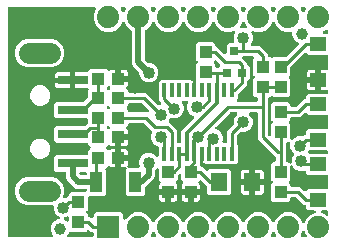
<source format=gbr>
G04 EAGLE Gerber RS-274X export*
G75*
%MOMM*%
%FSLAX34Y34*%
%LPD*%
%INTop Copper*%
%IPPOS*%
%AMOC8*
5,1,8,0,0,1.08239X$1,22.5*%
G01*
%ADD10R,0.381000X1.143000*%
%ADD11R,1.100000X1.000000*%
%ADD12R,0.700000X0.700000*%
%ADD13R,2.500000X0.800000*%
%ADD14C,1.778000*%
%ADD15C,1.000000*%
%ADD16R,1.879600X1.879600*%
%ADD17C,1.879600*%
%ADD18R,1.000000X1.100000*%
%ADD19R,1.400000X1.600000*%
%ADD20R,1.400000X1.200000*%
%ADD21R,1.000000X1.800000*%
%ADD22C,1.016000*%
%ADD23C,0.254000*%
%ADD24C,0.508000*%
%ADD25C,0.304800*%
%ADD26C,0.355600*%

G36*
X41316Y4082D02*
X41316Y4082D01*
X41455Y4095D01*
X41474Y4102D01*
X41494Y4105D01*
X41623Y4156D01*
X41754Y4203D01*
X41771Y4214D01*
X41790Y4222D01*
X41902Y4303D01*
X42017Y4381D01*
X42031Y4397D01*
X42047Y4408D01*
X42136Y4516D01*
X42228Y4620D01*
X42237Y4638D01*
X42250Y4653D01*
X42309Y4779D01*
X42372Y4903D01*
X42377Y4923D01*
X42385Y4941D01*
X42411Y5078D01*
X42442Y5213D01*
X42441Y5234D01*
X42445Y5253D01*
X42436Y5392D01*
X42432Y5531D01*
X42427Y5551D01*
X42425Y5571D01*
X42383Y5703D01*
X42344Y5837D01*
X42334Y5854D01*
X42327Y5873D01*
X42253Y5991D01*
X42182Y6111D01*
X42164Y6132D01*
X42157Y6142D01*
X42142Y6156D01*
X42076Y6231D01*
X41437Y6871D01*
X40211Y9829D01*
X40211Y13031D01*
X41437Y15989D01*
X43701Y18253D01*
X46659Y19479D01*
X46671Y19479D01*
X46740Y19487D01*
X46810Y19486D01*
X46897Y19507D01*
X46987Y19519D01*
X47051Y19544D01*
X47119Y19561D01*
X47199Y19603D01*
X47282Y19636D01*
X47339Y19677D01*
X47400Y19709D01*
X47467Y19770D01*
X47540Y19822D01*
X47584Y19876D01*
X47636Y19923D01*
X47685Y19998D01*
X47742Y20067D01*
X47772Y20131D01*
X47810Y20189D01*
X47840Y20274D01*
X47878Y20355D01*
X47891Y20424D01*
X47914Y20490D01*
X47921Y20579D01*
X47938Y20667D01*
X47933Y20737D01*
X47939Y20807D01*
X47924Y20895D01*
X47918Y20985D01*
X47896Y21051D01*
X47885Y21120D01*
X47848Y21202D01*
X47820Y21287D01*
X47783Y21346D01*
X47754Y21410D01*
X47698Y21480D01*
X47650Y21556D01*
X47599Y21604D01*
X47555Y21658D01*
X47484Y21713D01*
X47418Y21774D01*
X47357Y21808D01*
X47301Y21850D01*
X47157Y21921D01*
X46195Y22319D01*
X43909Y24605D01*
X42671Y27593D01*
X42671Y29892D01*
X42656Y30010D01*
X42649Y30129D01*
X42636Y30167D01*
X42631Y30208D01*
X42588Y30318D01*
X42551Y30431D01*
X42529Y30466D01*
X42514Y30503D01*
X42445Y30599D01*
X42381Y30700D01*
X42351Y30728D01*
X42328Y30761D01*
X42236Y30837D01*
X42149Y30918D01*
X42114Y30938D01*
X42083Y30963D01*
X41975Y31014D01*
X41871Y31072D01*
X41831Y31082D01*
X41795Y31099D01*
X41678Y31121D01*
X41563Y31151D01*
X41503Y31155D01*
X41483Y31159D01*
X41462Y31157D01*
X41402Y31161D01*
X19235Y31161D01*
X14847Y32979D01*
X11489Y36337D01*
X9671Y40725D01*
X9671Y45475D01*
X11489Y49863D01*
X14847Y53221D01*
X19235Y55039D01*
X41765Y55039D01*
X46153Y53221D01*
X49511Y49863D01*
X51329Y45475D01*
X51329Y40725D01*
X50653Y39094D01*
X50640Y39046D01*
X50619Y39001D01*
X50598Y38893D01*
X50569Y38787D01*
X50568Y38737D01*
X50559Y38688D01*
X50566Y38579D01*
X50564Y38469D01*
X50576Y38421D01*
X50579Y38371D01*
X50612Y38267D01*
X50638Y38160D01*
X50661Y38116D01*
X50677Y38069D01*
X50735Y37976D01*
X50787Y37879D01*
X50820Y37842D01*
X50847Y37800D01*
X50927Y37725D01*
X51001Y37643D01*
X51042Y37616D01*
X51078Y37582D01*
X51175Y37529D01*
X51266Y37469D01*
X51313Y37452D01*
X51357Y37428D01*
X51463Y37401D01*
X51567Y37365D01*
X51617Y37361D01*
X51665Y37349D01*
X51826Y37339D01*
X52295Y37339D01*
X52394Y37351D01*
X52493Y37354D01*
X52551Y37371D01*
X52611Y37379D01*
X52703Y37415D01*
X52798Y37443D01*
X52850Y37473D01*
X52907Y37496D01*
X52987Y37554D01*
X53072Y37604D01*
X53147Y37670D01*
X53164Y37682D01*
X53172Y37692D01*
X53193Y37711D01*
X53701Y38219D01*
X54182Y38219D01*
X54300Y38234D01*
X54419Y38241D01*
X54457Y38254D01*
X54498Y38259D01*
X54608Y38302D01*
X54721Y38339D01*
X54756Y38361D01*
X54793Y38376D01*
X54889Y38445D01*
X54990Y38509D01*
X55018Y38539D01*
X55051Y38562D01*
X55127Y38654D01*
X55208Y38741D01*
X55228Y38776D01*
X55253Y38807D01*
X55304Y38915D01*
X55362Y39019D01*
X55372Y39059D01*
X55389Y39095D01*
X55411Y39212D01*
X55441Y39327D01*
X55445Y39387D01*
X55449Y39407D01*
X55447Y39428D01*
X55451Y39488D01*
X55451Y40663D01*
X57237Y42449D01*
X69392Y42449D01*
X69510Y42464D01*
X69629Y42471D01*
X69667Y42484D01*
X69708Y42489D01*
X69818Y42532D01*
X69931Y42569D01*
X69966Y42591D01*
X70003Y42606D01*
X70099Y42675D01*
X70200Y42739D01*
X70228Y42769D01*
X70261Y42792D01*
X70337Y42884D01*
X70418Y42971D01*
X70438Y43006D01*
X70463Y43037D01*
X70514Y43145D01*
X70572Y43249D01*
X70582Y43289D01*
X70599Y43325D01*
X70621Y43442D01*
X70651Y43557D01*
X70655Y43617D01*
X70659Y43637D01*
X70657Y43658D01*
X70661Y43718D01*
X70661Y43942D01*
X70646Y44060D01*
X70639Y44179D01*
X70626Y44217D01*
X70621Y44258D01*
X70578Y44368D01*
X70541Y44481D01*
X70519Y44516D01*
X70504Y44553D01*
X70435Y44649D01*
X70371Y44750D01*
X70341Y44778D01*
X70318Y44811D01*
X70226Y44887D01*
X70139Y44968D01*
X70104Y44988D01*
X70073Y45013D01*
X69965Y45064D01*
X69861Y45122D01*
X69821Y45132D01*
X69785Y45149D01*
X69668Y45171D01*
X69553Y45201D01*
X69493Y45205D01*
X69473Y45209D01*
X69452Y45207D01*
X69392Y45211D01*
X62388Y45211D01*
X60334Y46062D01*
X53962Y52434D01*
X53111Y54488D01*
X53111Y58282D01*
X53096Y58400D01*
X53089Y58519D01*
X53076Y58557D01*
X53071Y58598D01*
X53028Y58708D01*
X52991Y58821D01*
X52969Y58856D01*
X52954Y58893D01*
X52885Y58989D01*
X52821Y59090D01*
X52791Y59118D01*
X52768Y59151D01*
X52676Y59227D01*
X52589Y59308D01*
X52554Y59328D01*
X52523Y59353D01*
X52415Y59404D01*
X52311Y59462D01*
X52271Y59472D01*
X52235Y59489D01*
X52118Y59511D01*
X52003Y59541D01*
X51943Y59545D01*
X51923Y59549D01*
X51902Y59547D01*
X51842Y59551D01*
X44937Y59551D01*
X43151Y61337D01*
X43151Y71863D01*
X44937Y73649D01*
X70582Y73649D01*
X70700Y73664D01*
X70819Y73671D01*
X70857Y73684D01*
X70898Y73689D01*
X71008Y73732D01*
X71121Y73769D01*
X71156Y73791D01*
X71193Y73806D01*
X71289Y73875D01*
X71390Y73939D01*
X71418Y73969D01*
X71451Y73992D01*
X71527Y74084D01*
X71608Y74171D01*
X71628Y74206D01*
X71653Y74237D01*
X71704Y74345D01*
X71762Y74449D01*
X71772Y74489D01*
X71789Y74525D01*
X71811Y74642D01*
X71841Y74757D01*
X71845Y74817D01*
X71849Y74837D01*
X71847Y74858D01*
X71851Y74918D01*
X71851Y77383D01*
X73581Y79112D01*
X73654Y79207D01*
X73733Y79296D01*
X73751Y79332D01*
X73776Y79364D01*
X73823Y79473D01*
X73877Y79579D01*
X73886Y79618D01*
X73902Y79656D01*
X73921Y79773D01*
X73947Y79889D01*
X73946Y79930D01*
X73952Y79970D01*
X73941Y80088D01*
X73937Y80207D01*
X73926Y80246D01*
X73922Y80286D01*
X73882Y80399D01*
X73849Y80513D01*
X73828Y80547D01*
X73815Y80586D01*
X73748Y80684D01*
X73687Y80787D01*
X73647Y80832D01*
X73636Y80849D01*
X73621Y80862D01*
X73581Y80907D01*
X71851Y82637D01*
X71851Y83012D01*
X71836Y83130D01*
X71829Y83249D01*
X71816Y83287D01*
X71811Y83328D01*
X71768Y83438D01*
X71731Y83551D01*
X71709Y83586D01*
X71694Y83623D01*
X71625Y83719D01*
X71561Y83820D01*
X71531Y83848D01*
X71508Y83881D01*
X71416Y83957D01*
X71329Y84038D01*
X71294Y84058D01*
X71263Y84083D01*
X71155Y84134D01*
X71051Y84192D01*
X71011Y84202D01*
X70975Y84219D01*
X70858Y84241D01*
X70743Y84271D01*
X70683Y84275D01*
X70663Y84279D01*
X70642Y84277D01*
X70582Y84281D01*
X44937Y84281D01*
X43151Y86067D01*
X43151Y96593D01*
X44937Y98379D01*
X68885Y98379D01*
X68984Y98391D01*
X69083Y98394D01*
X69141Y98411D01*
X69201Y98419D01*
X69293Y98455D01*
X69388Y98483D01*
X69440Y98513D01*
X69497Y98536D01*
X69577Y98594D01*
X69662Y98644D01*
X69737Y98710D01*
X69754Y98722D01*
X69762Y98732D01*
X69783Y98750D01*
X71480Y100447D01*
X71540Y100525D01*
X71608Y100597D01*
X71637Y100650D01*
X71674Y100698D01*
X71714Y100789D01*
X71762Y100876D01*
X71777Y100935D01*
X71801Y100990D01*
X71816Y101088D01*
X71841Y101184D01*
X71847Y101284D01*
X71851Y101304D01*
X71849Y101317D01*
X71851Y101345D01*
X71851Y103552D01*
X71836Y103670D01*
X71829Y103789D01*
X71816Y103827D01*
X71811Y103868D01*
X71768Y103978D01*
X71731Y104091D01*
X71709Y104126D01*
X71694Y104163D01*
X71625Y104259D01*
X71561Y104360D01*
X71531Y104388D01*
X71508Y104421D01*
X71416Y104497D01*
X71329Y104578D01*
X71294Y104598D01*
X71263Y104623D01*
X71155Y104674D01*
X71051Y104732D01*
X71011Y104742D01*
X70975Y104759D01*
X70858Y104781D01*
X70743Y104811D01*
X70683Y104815D01*
X70663Y104819D01*
X70642Y104817D01*
X70582Y104821D01*
X44937Y104821D01*
X43151Y106607D01*
X43151Y117133D01*
X44937Y118919D01*
X67835Y118919D01*
X67934Y118931D01*
X68033Y118934D01*
X68091Y118951D01*
X68151Y118959D01*
X68243Y118995D01*
X68338Y119023D01*
X68390Y119053D01*
X68447Y119076D01*
X68527Y119134D01*
X68612Y119184D01*
X68687Y119250D01*
X68704Y119262D01*
X68712Y119272D01*
X68733Y119290D01*
X71480Y122037D01*
X71540Y122115D01*
X71608Y122187D01*
X71637Y122240D01*
X71674Y122288D01*
X71714Y122379D01*
X71762Y122466D01*
X71777Y122525D01*
X71801Y122580D01*
X71816Y122678D01*
X71841Y122774D01*
X71847Y122874D01*
X71851Y122894D01*
X71849Y122907D01*
X71851Y122935D01*
X71851Y128183D01*
X72069Y128400D01*
X72154Y128510D01*
X72243Y128617D01*
X72251Y128636D01*
X72264Y128652D01*
X72319Y128780D01*
X72378Y128905D01*
X72382Y128925D01*
X72390Y128944D01*
X72412Y129082D01*
X72438Y129218D01*
X72437Y129238D01*
X72440Y129258D01*
X72427Y129397D01*
X72418Y129535D01*
X72412Y129554D01*
X72410Y129574D01*
X72363Y129705D01*
X72320Y129837D01*
X72310Y129855D01*
X72303Y129874D01*
X72225Y129988D01*
X72150Y130106D01*
X72135Y130120D01*
X72124Y130137D01*
X72020Y130229D01*
X71919Y130324D01*
X71901Y130334D01*
X71886Y130347D01*
X71762Y130410D01*
X71640Y130478D01*
X71621Y130483D01*
X71602Y130492D01*
X71466Y130522D01*
X71332Y130557D01*
X71304Y130559D01*
X71292Y130562D01*
X71272Y130561D01*
X71171Y130567D01*
X60699Y130567D01*
X60699Y136378D01*
X60684Y136496D01*
X60677Y136615D01*
X60664Y136653D01*
X60659Y136693D01*
X60616Y136804D01*
X60579Y136917D01*
X60557Y136951D01*
X60542Y136989D01*
X60473Y137085D01*
X60462Y137102D01*
X60476Y137126D01*
X60501Y137158D01*
X60552Y137265D01*
X60610Y137370D01*
X60620Y137409D01*
X60637Y137445D01*
X60659Y137562D01*
X60689Y137678D01*
X60693Y137738D01*
X60697Y137758D01*
X60695Y137778D01*
X60699Y137838D01*
X60699Y143649D01*
X70582Y143649D01*
X70700Y143664D01*
X70819Y143671D01*
X70857Y143683D01*
X70898Y143689D01*
X71008Y143732D01*
X71121Y143769D01*
X71156Y143791D01*
X71193Y143806D01*
X71289Y143875D01*
X71390Y143939D01*
X71418Y143969D01*
X71451Y143992D01*
X71527Y144084D01*
X71608Y144171D01*
X71628Y144206D01*
X71653Y144237D01*
X71704Y144345D01*
X71762Y144449D01*
X71772Y144489D01*
X71789Y144525D01*
X71811Y144642D01*
X71815Y144657D01*
X73637Y146479D01*
X87163Y146479D01*
X88362Y145280D01*
X88456Y145207D01*
X88469Y145195D01*
X88471Y145193D01*
X88545Y145128D01*
X88581Y145110D01*
X88613Y145085D01*
X88722Y145038D01*
X88828Y144983D01*
X88868Y144975D01*
X88905Y144959D01*
X89023Y144940D01*
X89139Y144914D01*
X89179Y144915D01*
X89219Y144909D01*
X89338Y144920D01*
X89457Y144924D01*
X89495Y144935D01*
X89536Y144939D01*
X89648Y144979D01*
X89762Y145012D01*
X89797Y145032D01*
X89835Y145046D01*
X89933Y145113D01*
X90036Y145173D01*
X90081Y145213D01*
X90098Y145225D01*
X90112Y145240D01*
X90157Y145280D01*
X90340Y145463D01*
X90919Y145798D01*
X91566Y145971D01*
X94901Y145971D01*
X94901Y139660D01*
X94916Y139542D01*
X94923Y139423D01*
X94935Y139385D01*
X94941Y139345D01*
X94984Y139234D01*
X95021Y139121D01*
X95043Y139087D01*
X95058Y139049D01*
X95127Y138953D01*
X95191Y138852D01*
X95221Y138824D01*
X95244Y138792D01*
X95336Y138716D01*
X95423Y138634D01*
X95458Y138615D01*
X95489Y138589D01*
X95597Y138538D01*
X95701Y138481D01*
X95741Y138471D01*
X95777Y138453D01*
X95894Y138431D01*
X96009Y138401D01*
X96069Y138397D01*
X96089Y138394D01*
X96110Y138395D01*
X96170Y138391D01*
X97361Y138391D01*
X97361Y137200D01*
X97376Y137082D01*
X97383Y136963D01*
X97396Y136925D01*
X97401Y136884D01*
X97445Y136774D01*
X97481Y136661D01*
X97503Y136626D01*
X97518Y136589D01*
X97588Y136492D01*
X97651Y136392D01*
X97681Y136364D01*
X97705Y136331D01*
X97796Y136255D01*
X97883Y136174D01*
X97918Y136154D01*
X97950Y136129D01*
X98057Y136078D01*
X98162Y136020D01*
X98201Y136010D01*
X98237Y135993D01*
X98354Y135971D01*
X98470Y135941D01*
X98530Y135937D01*
X98550Y135933D01*
X98570Y135935D01*
X98630Y135931D01*
X105441Y135931D01*
X105441Y133096D01*
X105268Y132449D01*
X104933Y131870D01*
X104495Y131432D01*
X104422Y131338D01*
X104343Y131248D01*
X104325Y131212D01*
X104300Y131180D01*
X104253Y131071D01*
X104198Y130965D01*
X104190Y130926D01*
X104174Y130889D01*
X104155Y130771D01*
X104129Y130655D01*
X104130Y130615D01*
X104124Y130575D01*
X104135Y130456D01*
X104138Y130337D01*
X104150Y130298D01*
X104154Y130258D01*
X104194Y130146D01*
X104227Y130032D01*
X104247Y129997D01*
X104261Y129959D01*
X104328Y129860D01*
X104388Y129758D01*
X104428Y129712D01*
X104440Y129695D01*
X104455Y129682D01*
X104495Y129637D01*
X105949Y128183D01*
X105949Y127508D01*
X105964Y127390D01*
X105971Y127271D01*
X105984Y127233D01*
X105989Y127192D01*
X106032Y127082D01*
X106069Y126969D01*
X106091Y126934D01*
X106106Y126897D01*
X106175Y126801D01*
X106239Y126700D01*
X106269Y126672D01*
X106292Y126639D01*
X106384Y126563D01*
X106471Y126482D01*
X106506Y126462D01*
X106537Y126437D01*
X106645Y126386D01*
X106749Y126328D01*
X106789Y126318D01*
X106825Y126301D01*
X106942Y126279D01*
X107057Y126249D01*
X107117Y126245D01*
X107137Y126241D01*
X107158Y126243D01*
X107218Y126239D01*
X121169Y126239D01*
X130957Y116450D01*
X131035Y116390D01*
X131108Y116322D01*
X131161Y116293D01*
X131208Y116256D01*
X131299Y116216D01*
X131386Y116168D01*
X131445Y116153D01*
X131500Y116129D01*
X131598Y116114D01*
X131694Y116089D01*
X131794Y116083D01*
X131814Y116079D01*
X131827Y116081D01*
X131855Y116079D01*
X132559Y116079D01*
X132697Y116096D01*
X132836Y116109D01*
X132855Y116116D01*
X132875Y116119D01*
X133004Y116170D01*
X133135Y116217D01*
X133152Y116228D01*
X133171Y116236D01*
X133283Y116317D01*
X133398Y116395D01*
X133412Y116411D01*
X133428Y116422D01*
X133517Y116530D01*
X133609Y116634D01*
X133618Y116652D01*
X133631Y116667D01*
X133690Y116793D01*
X133753Y116917D01*
X133758Y116937D01*
X133766Y116955D01*
X133792Y117092D01*
X133823Y117227D01*
X133822Y117248D01*
X133826Y117267D01*
X133817Y117406D01*
X133813Y117545D01*
X133808Y117565D01*
X133806Y117585D01*
X133764Y117717D01*
X133725Y117851D01*
X133715Y117868D01*
X133708Y117887D01*
X133634Y118005D01*
X133563Y118125D01*
X133545Y118146D01*
X133538Y118156D01*
X133523Y118170D01*
X133457Y118245D01*
X132206Y119496D01*
X132206Y120258D01*
X132194Y120357D01*
X132191Y120456D01*
X132174Y120514D01*
X132166Y120574D01*
X132130Y120666D01*
X132102Y120761D01*
X132072Y120813D01*
X132049Y120870D01*
X131991Y120950D01*
X131941Y121035D01*
X131875Y121110D01*
X131863Y121127D01*
X131853Y121135D01*
X131835Y121156D01*
X131571Y121419D01*
X131571Y135375D01*
X133357Y137161D01*
X158743Y137161D01*
X158879Y137024D01*
X158957Y136964D01*
X159029Y136896D01*
X159082Y136867D01*
X159130Y136830D01*
X159221Y136790D01*
X159308Y136742D01*
X159367Y136727D01*
X159422Y136703D01*
X159520Y136688D01*
X159616Y136663D01*
X159716Y136657D01*
X159736Y136653D01*
X159749Y136655D01*
X159777Y136653D01*
X160656Y136653D01*
X160656Y128397D01*
X160671Y128279D01*
X160678Y128160D01*
X160690Y128122D01*
X160695Y128082D01*
X160739Y127971D01*
X160776Y127858D01*
X160798Y127824D01*
X160812Y127786D01*
X160882Y127690D01*
X160946Y127589D01*
X160976Y127561D01*
X160999Y127529D01*
X161091Y127453D01*
X161178Y127371D01*
X161213Y127352D01*
X161244Y127326D01*
X161352Y127275D01*
X161456Y127218D01*
X161495Y127208D01*
X161532Y127190D01*
X161649Y127168D01*
X161764Y127138D01*
X161824Y127134D01*
X161844Y127131D01*
X161845Y127131D01*
X161865Y127132D01*
X161925Y127128D01*
X162043Y127143D01*
X162162Y127150D01*
X162200Y127163D01*
X162241Y127168D01*
X162351Y127212D01*
X162465Y127248D01*
X162499Y127270D01*
X162536Y127285D01*
X162633Y127355D01*
X162733Y127419D01*
X162761Y127448D01*
X162794Y127472D01*
X162870Y127564D01*
X162951Y127650D01*
X162971Y127686D01*
X162997Y127717D01*
X163047Y127824D01*
X163105Y127929D01*
X163115Y127968D01*
X163132Y128004D01*
X163154Y128121D01*
X163184Y128237D01*
X163188Y128297D01*
X163192Y128317D01*
X163191Y128337D01*
X163194Y128397D01*
X163194Y137231D01*
X163203Y137241D01*
X163254Y137349D01*
X163312Y137453D01*
X163322Y137493D01*
X163339Y137529D01*
X163361Y137646D01*
X163391Y137761D01*
X163395Y137821D01*
X163399Y137841D01*
X163397Y137862D01*
X163401Y137922D01*
X163401Y150663D01*
X164241Y151503D01*
X164314Y151597D01*
X164393Y151686D01*
X164411Y151722D01*
X164436Y151754D01*
X164483Y151863D01*
X164537Y151969D01*
X164546Y152008D01*
X164562Y152046D01*
X164581Y152163D01*
X164607Y152279D01*
X164606Y152320D01*
X164612Y152360D01*
X164601Y152478D01*
X164597Y152597D01*
X164586Y152636D01*
X164582Y152676D01*
X164542Y152788D01*
X164509Y152903D01*
X164488Y152938D01*
X164475Y152976D01*
X164408Y153074D01*
X164347Y153177D01*
X164308Y153222D01*
X164296Y153239D01*
X164281Y153252D01*
X164241Y153298D01*
X163401Y154137D01*
X163401Y167663D01*
X165187Y169449D01*
X177713Y169449D01*
X179499Y167663D01*
X179499Y166488D01*
X179514Y166370D01*
X179521Y166251D01*
X179534Y166213D01*
X179539Y166172D01*
X179582Y166062D01*
X179619Y165949D01*
X179641Y165914D01*
X179656Y165877D01*
X179725Y165781D01*
X179789Y165680D01*
X179819Y165652D01*
X179842Y165619D01*
X179934Y165543D01*
X180021Y165462D01*
X180056Y165442D01*
X180087Y165417D01*
X180195Y165366D01*
X180299Y165308D01*
X180339Y165298D01*
X180375Y165281D01*
X180492Y165259D01*
X180607Y165229D01*
X180667Y165225D01*
X180687Y165221D01*
X180708Y165223D01*
X180768Y165219D01*
X181249Y165219D01*
X186865Y159603D01*
X186974Y159518D01*
X187081Y159429D01*
X187100Y159421D01*
X187116Y159408D01*
X187244Y159353D01*
X187369Y159294D01*
X187389Y159290D01*
X187408Y159282D01*
X187546Y159260D01*
X187682Y159234D01*
X187702Y159235D01*
X187722Y159232D01*
X187861Y159245D01*
X187999Y159254D01*
X188018Y159260D01*
X188038Y159262D01*
X188170Y159309D01*
X188301Y159352D01*
X188319Y159362D01*
X188338Y159369D01*
X188453Y159447D01*
X188570Y159522D01*
X188584Y159537D01*
X188601Y159548D01*
X188693Y159652D01*
X188788Y159753D01*
X188798Y159771D01*
X188811Y159786D01*
X188875Y159910D01*
X188942Y160032D01*
X188947Y160052D01*
X188956Y160070D01*
X188986Y160205D01*
X189021Y160340D01*
X189023Y160368D01*
X189026Y160380D01*
X189025Y160400D01*
X189031Y160501D01*
X189031Y166413D01*
X190817Y168199D01*
X194375Y168199D01*
X194424Y168205D01*
X194474Y168203D01*
X194581Y168225D01*
X194690Y168239D01*
X194737Y168257D01*
X194785Y168267D01*
X194884Y168315D01*
X194986Y168356D01*
X195026Y168385D01*
X195071Y168407D01*
X195154Y168478D01*
X195243Y168542D01*
X195275Y168581D01*
X195313Y168613D01*
X195376Y168703D01*
X195446Y168787D01*
X195467Y168832D01*
X195496Y168873D01*
X195535Y168976D01*
X195582Y169075D01*
X195591Y169124D01*
X195609Y169170D01*
X195621Y169280D01*
X195641Y169387D01*
X195638Y169437D01*
X195644Y169486D01*
X195628Y169595D01*
X195622Y169705D01*
X195606Y169752D01*
X195599Y169801D01*
X195547Y169954D01*
X195071Y171103D01*
X195071Y174337D01*
X196191Y177040D01*
X196227Y177174D01*
X196268Y177307D01*
X196269Y177327D01*
X196275Y177346D01*
X196277Y177486D01*
X196284Y177624D01*
X196279Y177644D01*
X196280Y177664D01*
X196247Y177800D01*
X196219Y177936D01*
X196210Y177954D01*
X196206Y177974D01*
X196140Y178097D01*
X196080Y178221D01*
X196066Y178237D01*
X196057Y178255D01*
X195963Y178358D01*
X195873Y178463D01*
X195857Y178475D01*
X195843Y178490D01*
X195727Y178567D01*
X195613Y178647D01*
X195594Y178654D01*
X195577Y178665D01*
X195446Y178710D01*
X195316Y178759D01*
X195296Y178762D01*
X195276Y178768D01*
X195138Y178779D01*
X195000Y178795D01*
X194980Y178792D01*
X194959Y178793D01*
X194822Y178770D01*
X194685Y178750D01*
X194658Y178741D01*
X194646Y178739D01*
X194627Y178730D01*
X194532Y178698D01*
X192976Y178053D01*
X188024Y178053D01*
X183450Y179948D01*
X179948Y183449D01*
X178973Y185805D01*
X178904Y185926D01*
X178839Y186048D01*
X178825Y186063D01*
X178815Y186081D01*
X178718Y186181D01*
X178625Y186284D01*
X178608Y186295D01*
X178594Y186309D01*
X178476Y186382D01*
X178359Y186458D01*
X178340Y186465D01*
X178323Y186476D01*
X178190Y186516D01*
X178058Y186562D01*
X178038Y186563D01*
X178019Y186569D01*
X177880Y186576D01*
X177741Y186587D01*
X177721Y186583D01*
X177701Y186584D01*
X177565Y186556D01*
X177428Y186532D01*
X177409Y186524D01*
X177390Y186520D01*
X177265Y186459D01*
X177138Y186402D01*
X177122Y186389D01*
X177104Y186380D01*
X176998Y186290D01*
X176890Y186203D01*
X176877Y186187D01*
X176862Y186174D01*
X176782Y186060D01*
X176698Y185949D01*
X176686Y185924D01*
X176679Y185914D01*
X176672Y185895D01*
X176627Y185805D01*
X175652Y183450D01*
X172150Y179948D01*
X167576Y178053D01*
X162624Y178053D01*
X158050Y179948D01*
X154548Y183449D01*
X153573Y185805D01*
X153504Y185926D01*
X153439Y186048D01*
X153425Y186063D01*
X153415Y186081D01*
X153318Y186181D01*
X153225Y186284D01*
X153208Y186295D01*
X153194Y186309D01*
X153076Y186382D01*
X152959Y186458D01*
X152940Y186465D01*
X152923Y186476D01*
X152790Y186516D01*
X152658Y186562D01*
X152638Y186563D01*
X152619Y186569D01*
X152480Y186576D01*
X152341Y186587D01*
X152321Y186583D01*
X152301Y186584D01*
X152165Y186556D01*
X152028Y186532D01*
X152009Y186524D01*
X151990Y186520D01*
X151865Y186459D01*
X151738Y186402D01*
X151722Y186389D01*
X151704Y186380D01*
X151598Y186290D01*
X151490Y186203D01*
X151477Y186187D01*
X151462Y186174D01*
X151382Y186060D01*
X151298Y185949D01*
X151286Y185924D01*
X151279Y185914D01*
X151272Y185895D01*
X151227Y185805D01*
X150252Y183450D01*
X146750Y179948D01*
X142176Y178053D01*
X137224Y178053D01*
X132650Y179948D01*
X129148Y183449D01*
X128173Y185805D01*
X128104Y185926D01*
X128039Y186048D01*
X128025Y186063D01*
X128015Y186081D01*
X127918Y186181D01*
X127825Y186284D01*
X127808Y186295D01*
X127794Y186309D01*
X127676Y186382D01*
X127559Y186458D01*
X127540Y186465D01*
X127523Y186476D01*
X127390Y186516D01*
X127258Y186562D01*
X127238Y186563D01*
X127219Y186569D01*
X127080Y186576D01*
X126941Y186587D01*
X126921Y186583D01*
X126901Y186584D01*
X126765Y186556D01*
X126628Y186532D01*
X126609Y186524D01*
X126590Y186520D01*
X126465Y186459D01*
X126338Y186402D01*
X126322Y186389D01*
X126304Y186380D01*
X126198Y186290D01*
X126090Y186203D01*
X126077Y186187D01*
X126062Y186174D01*
X125982Y186060D01*
X125898Y185949D01*
X125886Y185924D01*
X125879Y185914D01*
X125872Y185895D01*
X125827Y185805D01*
X124852Y183450D01*
X121351Y179948D01*
X120672Y179667D01*
X120647Y179653D01*
X120619Y179644D01*
X120509Y179574D01*
X120396Y179510D01*
X120375Y179489D01*
X120350Y179473D01*
X120261Y179379D01*
X120168Y179288D01*
X120152Y179263D01*
X120132Y179242D01*
X120069Y179128D01*
X120001Y179017D01*
X119993Y178989D01*
X119978Y178963D01*
X119946Y178838D01*
X119908Y178713D01*
X119906Y178684D01*
X119899Y178655D01*
X119889Y178495D01*
X119889Y155241D01*
X119901Y155142D01*
X119904Y155043D01*
X119921Y154985D01*
X119929Y154925D01*
X119965Y154833D01*
X119993Y154738D01*
X120023Y154686D01*
X120046Y154629D01*
X120104Y154549D01*
X120154Y154464D01*
X120220Y154389D01*
X120232Y154372D01*
X120242Y154364D01*
X120260Y154343D01*
X122593Y152010D01*
X122671Y151950D01*
X122744Y151882D01*
X122797Y151853D01*
X122844Y151816D01*
X122935Y151776D01*
X123022Y151728D01*
X123081Y151713D01*
X123136Y151689D01*
X123234Y151674D01*
X123330Y151649D01*
X123430Y151643D01*
X123450Y151639D01*
X123463Y151641D01*
X123491Y151639D01*
X124807Y151639D01*
X127795Y150401D01*
X130081Y148115D01*
X131319Y145127D01*
X131319Y141893D01*
X130081Y138905D01*
X127795Y136619D01*
X124807Y135381D01*
X121573Y135381D01*
X118585Y136619D01*
X116299Y138905D01*
X115061Y141893D01*
X115061Y143209D01*
X115049Y143308D01*
X115046Y143407D01*
X115029Y143465D01*
X115021Y143525D01*
X114985Y143617D01*
X114957Y143712D01*
X114927Y143764D01*
X114904Y143821D01*
X114846Y143901D01*
X114796Y143986D01*
X114730Y144061D01*
X114718Y144078D01*
X114708Y144086D01*
X114690Y144107D01*
X111313Y147484D01*
X109562Y149234D01*
X108711Y151288D01*
X108711Y178495D01*
X108708Y178524D01*
X108710Y178553D01*
X108688Y178681D01*
X108671Y178810D01*
X108661Y178838D01*
X108656Y178867D01*
X108602Y178985D01*
X108554Y179106D01*
X108537Y179130D01*
X108525Y179157D01*
X108444Y179258D01*
X108368Y179363D01*
X108345Y179382D01*
X108326Y179405D01*
X108223Y179483D01*
X108123Y179566D01*
X108096Y179579D01*
X108072Y179596D01*
X107928Y179667D01*
X107249Y179948D01*
X103748Y183449D01*
X102773Y185805D01*
X102704Y185926D01*
X102639Y186048D01*
X102625Y186063D01*
X102615Y186081D01*
X102518Y186181D01*
X102425Y186284D01*
X102408Y186295D01*
X102394Y186309D01*
X102276Y186382D01*
X102159Y186458D01*
X102140Y186465D01*
X102123Y186476D01*
X101990Y186516D01*
X101858Y186562D01*
X101838Y186563D01*
X101819Y186569D01*
X101680Y186576D01*
X101541Y186587D01*
X101521Y186583D01*
X101501Y186584D01*
X101365Y186556D01*
X101228Y186532D01*
X101209Y186524D01*
X101190Y186520D01*
X101065Y186459D01*
X100938Y186402D01*
X100922Y186389D01*
X100904Y186380D01*
X100798Y186290D01*
X100690Y186203D01*
X100677Y186187D01*
X100662Y186174D01*
X100582Y186060D01*
X100498Y185949D01*
X100486Y185924D01*
X100479Y185914D01*
X100472Y185895D01*
X100427Y185805D01*
X99452Y183450D01*
X95950Y179948D01*
X91376Y178053D01*
X86424Y178053D01*
X81850Y179948D01*
X78348Y183450D01*
X76453Y188024D01*
X76453Y192976D01*
X78278Y197380D01*
X78291Y197428D01*
X78312Y197473D01*
X78333Y197581D01*
X78362Y197687D01*
X78362Y197737D01*
X78372Y197786D01*
X78365Y197895D01*
X78367Y198005D01*
X78355Y198053D01*
X78352Y198103D01*
X78318Y198207D01*
X78293Y198314D01*
X78269Y198358D01*
X78254Y198405D01*
X78195Y198498D01*
X78144Y198595D01*
X78110Y198632D01*
X78084Y198674D01*
X78004Y198749D01*
X77930Y198831D01*
X77888Y198858D01*
X77852Y198892D01*
X77756Y198945D01*
X77664Y199005D01*
X77617Y199022D01*
X77574Y199046D01*
X77467Y199073D01*
X77363Y199109D01*
X77314Y199113D01*
X77266Y199125D01*
X77105Y199135D01*
X5334Y199135D01*
X5216Y199120D01*
X5097Y199113D01*
X5059Y199100D01*
X5018Y199095D01*
X4908Y199052D01*
X4795Y199015D01*
X4760Y198993D01*
X4723Y198978D01*
X4627Y198909D01*
X4526Y198845D01*
X4498Y198815D01*
X4465Y198792D01*
X4389Y198700D01*
X4308Y198613D01*
X4288Y198578D01*
X4263Y198547D01*
X4212Y198439D01*
X4154Y198335D01*
X4144Y198295D01*
X4127Y198259D01*
X4105Y198142D01*
X4075Y198027D01*
X4071Y197967D01*
X4067Y197947D01*
X4069Y197926D01*
X4065Y197866D01*
X4065Y5334D01*
X4080Y5216D01*
X4087Y5097D01*
X4100Y5059D01*
X4105Y5018D01*
X4148Y4908D01*
X4185Y4795D01*
X4207Y4760D01*
X4222Y4723D01*
X4291Y4627D01*
X4355Y4526D01*
X4385Y4498D01*
X4408Y4465D01*
X4500Y4389D01*
X4587Y4308D01*
X4622Y4288D01*
X4653Y4263D01*
X4761Y4212D01*
X4865Y4154D01*
X4905Y4144D01*
X4941Y4127D01*
X5058Y4105D01*
X5173Y4075D01*
X5233Y4071D01*
X5253Y4067D01*
X5274Y4069D01*
X5334Y4065D01*
X41178Y4065D01*
X41316Y4082D01*
G37*
G36*
X254406Y15951D02*
X254406Y15951D01*
X254436Y15951D01*
X254562Y15983D01*
X254688Y16009D01*
X254715Y16022D01*
X254744Y16030D01*
X254858Y16092D01*
X254974Y16149D01*
X254997Y16168D01*
X255023Y16183D01*
X255118Y16271D01*
X255216Y16355D01*
X255233Y16380D01*
X255255Y16400D01*
X255324Y16509D01*
X255399Y16615D01*
X255410Y16643D01*
X255426Y16669D01*
X255485Y16818D01*
X255636Y17283D01*
X256489Y18957D01*
X257594Y20478D01*
X258922Y21806D01*
X260443Y22911D01*
X262117Y23764D01*
X263689Y24275D01*
X263797Y24326D01*
X263908Y24370D01*
X263941Y24393D01*
X263977Y24410D01*
X264069Y24486D01*
X264166Y24556D01*
X264191Y24587D01*
X264222Y24613D01*
X264292Y24709D01*
X264368Y24801D01*
X264386Y24838D01*
X264409Y24870D01*
X264453Y24981D01*
X264504Y25089D01*
X264511Y25128D01*
X264526Y25166D01*
X264541Y25285D01*
X264564Y25402D01*
X264561Y25441D01*
X264566Y25481D01*
X264551Y25600D01*
X264544Y25719D01*
X264532Y25757D01*
X264527Y25797D01*
X264483Y25908D01*
X264446Y26021D01*
X264425Y26055D01*
X264410Y26093D01*
X264340Y26189D01*
X264276Y26290D01*
X264247Y26318D01*
X264223Y26350D01*
X264131Y26426D01*
X264044Y26508D01*
X264009Y26527D01*
X263978Y26553D01*
X263870Y26604D01*
X263766Y26662D01*
X263727Y26672D01*
X263691Y26689D01*
X263573Y26711D01*
X263458Y26741D01*
X263398Y26745D01*
X263378Y26749D01*
X263358Y26747D01*
X263297Y26751D01*
X258437Y26751D01*
X256651Y28537D01*
X256651Y30212D01*
X256636Y30330D01*
X256629Y30449D01*
X256616Y30487D01*
X256611Y30528D01*
X256568Y30638D01*
X256531Y30751D01*
X256509Y30786D01*
X256494Y30823D01*
X256425Y30919D01*
X256361Y31020D01*
X256331Y31048D01*
X256308Y31081D01*
X256216Y31157D01*
X256129Y31238D01*
X256094Y31258D01*
X256063Y31283D01*
X255955Y31334D01*
X255851Y31392D01*
X255811Y31402D01*
X255775Y31419D01*
X255658Y31441D01*
X255543Y31471D01*
X255483Y31475D01*
X255463Y31479D01*
X255442Y31477D01*
X255382Y31481D01*
X254511Y31481D01*
X251610Y34383D01*
X248383Y37610D01*
X248305Y37670D01*
X248232Y37738D01*
X248179Y37767D01*
X248132Y37804D01*
X248041Y37844D01*
X247954Y37892D01*
X247895Y37907D01*
X247840Y37931D01*
X247742Y37946D01*
X247646Y37971D01*
X247546Y37977D01*
X247526Y37981D01*
X247513Y37979D01*
X247485Y37981D01*
X244268Y37981D01*
X244150Y37966D01*
X244031Y37959D01*
X243993Y37946D01*
X243952Y37941D01*
X243842Y37898D01*
X243729Y37861D01*
X243694Y37839D01*
X243657Y37824D01*
X243561Y37755D01*
X243460Y37691D01*
X243432Y37661D01*
X243399Y37638D01*
X243323Y37546D01*
X243242Y37459D01*
X243222Y37424D01*
X243197Y37393D01*
X243146Y37285D01*
X243088Y37181D01*
X243078Y37141D01*
X243061Y37105D01*
X243039Y36988D01*
X243009Y36873D01*
X243005Y36813D01*
X243001Y36793D01*
X243003Y36772D01*
X242999Y36712D01*
X242999Y35537D01*
X241213Y33751D01*
X228687Y33751D01*
X226901Y35537D01*
X226901Y49063D01*
X227741Y49902D01*
X227814Y49996D01*
X227893Y50086D01*
X227911Y50122D01*
X227936Y50154D01*
X227983Y50263D01*
X228037Y50369D01*
X228046Y50408D01*
X228062Y50446D01*
X228081Y50563D01*
X228107Y50679D01*
X228106Y50720D01*
X228112Y50760D01*
X228101Y50878D01*
X228097Y50997D01*
X228086Y51036D01*
X228082Y51076D01*
X228042Y51189D01*
X228009Y51303D01*
X227988Y51337D01*
X227975Y51376D01*
X227908Y51474D01*
X227847Y51577D01*
X227807Y51622D01*
X227796Y51639D01*
X227781Y51652D01*
X227741Y51697D01*
X226901Y52537D01*
X226901Y66063D01*
X228687Y67849D01*
X229362Y67849D01*
X229480Y67864D01*
X229599Y67871D01*
X229637Y67884D01*
X229678Y67889D01*
X229788Y67932D01*
X229901Y67969D01*
X229936Y67991D01*
X229973Y68006D01*
X230069Y68075D01*
X230170Y68139D01*
X230198Y68169D01*
X230231Y68192D01*
X230307Y68284D01*
X230388Y68371D01*
X230408Y68406D01*
X230433Y68437D01*
X230484Y68545D01*
X230542Y68649D01*
X230552Y68689D01*
X230569Y68725D01*
X230591Y68842D01*
X230621Y68957D01*
X230625Y69017D01*
X230629Y69037D01*
X230627Y69058D01*
X230631Y69118D01*
X230631Y71345D01*
X230619Y71444D01*
X230616Y71543D01*
X230609Y71565D01*
X230609Y71572D01*
X230599Y71604D01*
X230591Y71661D01*
X230555Y71753D01*
X230527Y71848D01*
X230497Y71900D01*
X230474Y71957D01*
X230416Y72037D01*
X230366Y72122D01*
X230300Y72197D01*
X230288Y72214D01*
X230278Y72222D01*
X230260Y72243D01*
X215391Y87111D01*
X215391Y108712D01*
X215376Y108830D01*
X215369Y108949D01*
X215356Y108987D01*
X215351Y109028D01*
X215308Y109138D01*
X215271Y109251D01*
X215249Y109286D01*
X215234Y109323D01*
X215165Y109419D01*
X215101Y109520D01*
X215071Y109548D01*
X215048Y109581D01*
X214956Y109657D01*
X214869Y109738D01*
X214834Y109758D01*
X214803Y109783D01*
X214695Y109834D01*
X214591Y109892D01*
X214551Y109902D01*
X214515Y109919D01*
X214398Y109941D01*
X214283Y109971D01*
X214223Y109975D01*
X214203Y109979D01*
X214182Y109977D01*
X214122Y109981D01*
X209379Y109981D01*
X209241Y109964D01*
X209102Y109951D01*
X209083Y109944D01*
X209063Y109941D01*
X208934Y109890D01*
X208803Y109843D01*
X208786Y109832D01*
X208768Y109824D01*
X208655Y109743D01*
X208540Y109665D01*
X208527Y109649D01*
X208510Y109638D01*
X208421Y109530D01*
X208329Y109426D01*
X208320Y109408D01*
X208307Y109393D01*
X208248Y109267D01*
X208185Y109143D01*
X208180Y109123D01*
X208172Y109105D01*
X208146Y108968D01*
X208115Y108833D01*
X208116Y108812D01*
X208112Y108793D01*
X208121Y108654D01*
X208125Y108515D01*
X208131Y108495D01*
X208132Y108475D01*
X208175Y108343D01*
X208213Y108209D01*
X208224Y108192D01*
X208230Y108173D01*
X208304Y108055D01*
X208375Y107935D01*
X208393Y107914D01*
X208400Y107904D01*
X208415Y107890D01*
X208481Y107815D01*
X210091Y106205D01*
X211329Y103217D01*
X211329Y99983D01*
X210091Y96995D01*
X207805Y94709D01*
X204817Y93471D01*
X201705Y93471D01*
X201606Y93459D01*
X201507Y93456D01*
X201449Y93439D01*
X201389Y93431D01*
X201297Y93395D01*
X201202Y93367D01*
X201150Y93337D01*
X201093Y93314D01*
X201013Y93256D01*
X200928Y93206D01*
X200853Y93140D01*
X200836Y93128D01*
X200828Y93118D01*
X200807Y93100D01*
X198365Y90658D01*
X198305Y90580D01*
X198237Y90507D01*
X198208Y90454D01*
X198171Y90407D01*
X198131Y90316D01*
X198083Y90229D01*
X198068Y90170D01*
X198044Y90115D01*
X198029Y90017D01*
X198004Y89921D01*
X197998Y89821D01*
X197994Y89801D01*
X197996Y89788D01*
X197994Y89760D01*
X197994Y82942D01*
X198006Y82843D01*
X198009Y82744D01*
X198026Y82686D01*
X198034Y82626D01*
X198070Y82534D01*
X198098Y82439D01*
X198128Y82387D01*
X198151Y82330D01*
X198209Y82250D01*
X198259Y82165D01*
X198325Y82090D01*
X198337Y82073D01*
X198347Y82065D01*
X198365Y82044D01*
X198629Y81781D01*
X198629Y67825D01*
X196843Y66039D01*
X171457Y66039D01*
X171321Y66176D01*
X171243Y66236D01*
X171171Y66304D01*
X171118Y66333D01*
X171070Y66370D01*
X170979Y66410D01*
X170892Y66458D01*
X170833Y66473D01*
X170778Y66497D01*
X170680Y66512D01*
X170584Y66537D01*
X170484Y66543D01*
X170464Y66547D01*
X170451Y66545D01*
X170423Y66547D01*
X169544Y66547D01*
X169544Y74803D01*
X169529Y74921D01*
X169522Y75040D01*
X169510Y75078D01*
X169505Y75118D01*
X169461Y75229D01*
X169424Y75342D01*
X169402Y75376D01*
X169388Y75414D01*
X169318Y75510D01*
X169254Y75611D01*
X169224Y75639D01*
X169201Y75671D01*
X169109Y75747D01*
X169022Y75829D01*
X168987Y75848D01*
X168956Y75874D01*
X168848Y75925D01*
X168744Y75982D01*
X168705Y75992D01*
X168668Y76010D01*
X168551Y76032D01*
X168436Y76062D01*
X168376Y76066D01*
X168356Y76069D01*
X168355Y76069D01*
X168335Y76068D01*
X168275Y76072D01*
X168157Y76057D01*
X168038Y76050D01*
X167999Y76037D01*
X167959Y76032D01*
X167849Y75988D01*
X167735Y75952D01*
X167701Y75930D01*
X167664Y75915D01*
X167567Y75845D01*
X167467Y75781D01*
X167439Y75752D01*
X167406Y75728D01*
X167330Y75636D01*
X167249Y75550D01*
X167229Y75514D01*
X167203Y75483D01*
X167153Y75376D01*
X167095Y75271D01*
X167085Y75232D01*
X167068Y75196D01*
X167046Y75079D01*
X167016Y74963D01*
X167012Y74903D01*
X167008Y74883D01*
X167009Y74863D01*
X167006Y74803D01*
X167006Y65969D01*
X166997Y65959D01*
X166946Y65851D01*
X166888Y65747D01*
X166878Y65707D01*
X166861Y65671D01*
X166839Y65554D01*
X166809Y65439D01*
X166805Y65379D01*
X166801Y65359D01*
X166803Y65338D01*
X166799Y65278D01*
X166799Y64888D01*
X166814Y64770D01*
X166821Y64651D01*
X166834Y64613D01*
X166839Y64572D01*
X166882Y64462D01*
X166919Y64349D01*
X166941Y64314D01*
X166956Y64277D01*
X167025Y64181D01*
X167089Y64080D01*
X167119Y64052D01*
X167142Y64019D01*
X167234Y63943D01*
X167321Y63862D01*
X167356Y63842D01*
X167387Y63817D01*
X167495Y63766D01*
X167599Y63708D01*
X167639Y63698D01*
X167675Y63681D01*
X167792Y63659D01*
X167907Y63629D01*
X167967Y63625D01*
X167987Y63621D01*
X168008Y63623D01*
X168068Y63619D01*
X168549Y63619D01*
X171556Y60612D01*
X171650Y60539D01*
X171739Y60460D01*
X171775Y60442D01*
X171807Y60417D01*
X171916Y60370D01*
X172022Y60316D01*
X172061Y60307D01*
X172099Y60291D01*
X172216Y60272D01*
X172332Y60246D01*
X172373Y60247D01*
X172413Y60241D01*
X172531Y60252D01*
X172650Y60256D01*
X172689Y60267D01*
X172729Y60271D01*
X172842Y60311D01*
X172956Y60344D01*
X172991Y60365D01*
X173029Y60378D01*
X173127Y60445D01*
X173230Y60506D01*
X173275Y60546D01*
X173292Y60557D01*
X173305Y60572D01*
X173351Y60612D01*
X174587Y61849D01*
X191113Y61849D01*
X192899Y60063D01*
X192899Y41537D01*
X191113Y39751D01*
X174587Y39751D01*
X172801Y41537D01*
X172801Y46625D01*
X172789Y46724D01*
X172786Y46823D01*
X172769Y46881D01*
X172761Y46941D01*
X172725Y47033D01*
X172697Y47128D01*
X172667Y47180D01*
X172644Y47237D01*
X172586Y47317D01*
X172536Y47402D01*
X172470Y47477D01*
X172458Y47494D01*
X172448Y47502D01*
X172430Y47523D01*
X168004Y51948D01*
X167918Y52015D01*
X167878Y52053D01*
X167868Y52058D01*
X167821Y52100D01*
X167785Y52118D01*
X167753Y52143D01*
X167644Y52190D01*
X167538Y52244D01*
X167498Y52253D01*
X167461Y52269D01*
X167344Y52288D01*
X167228Y52314D01*
X167187Y52313D01*
X167147Y52319D01*
X167029Y52308D01*
X166910Y52304D01*
X166871Y52293D01*
X166831Y52289D01*
X166719Y52249D01*
X166604Y52216D01*
X166569Y52195D01*
X166531Y52182D01*
X166433Y52115D01*
X166330Y52054D01*
X166285Y52015D01*
X166268Y52003D01*
X166255Y51988D01*
X166210Y51948D01*
X165600Y51338D01*
X165527Y51244D01*
X165448Y51155D01*
X165430Y51119D01*
X165405Y51087D01*
X165358Y50978D01*
X165303Y50872D01*
X165295Y50832D01*
X165279Y50795D01*
X165260Y50677D01*
X165234Y50561D01*
X165235Y50521D01*
X165229Y50481D01*
X165240Y50362D01*
X165243Y50244D01*
X165255Y50205D01*
X165259Y50164D01*
X165299Y50052D01*
X165332Y49938D01*
X165352Y49903D01*
X165366Y49865D01*
X165433Y49767D01*
X165493Y49664D01*
X165533Y49619D01*
X165545Y49602D01*
X165560Y49589D01*
X165600Y49543D01*
X165783Y49360D01*
X166118Y48781D01*
X166291Y48134D01*
X166291Y44799D01*
X159980Y44799D01*
X159862Y44784D01*
X159743Y44777D01*
X159705Y44764D01*
X159665Y44759D01*
X159554Y44716D01*
X159441Y44679D01*
X159407Y44657D01*
X159369Y44642D01*
X159273Y44573D01*
X159172Y44509D01*
X159144Y44479D01*
X159112Y44456D01*
X159036Y44364D01*
X158954Y44277D01*
X158935Y44242D01*
X158909Y44211D01*
X158858Y44103D01*
X158801Y43999D01*
X158791Y43959D01*
X158773Y43923D01*
X158753Y43816D01*
X158749Y43846D01*
X158705Y43956D01*
X158669Y44069D01*
X158647Y44104D01*
X158632Y44141D01*
X158562Y44237D01*
X158499Y44338D01*
X158469Y44366D01*
X158445Y44399D01*
X158354Y44475D01*
X158267Y44556D01*
X158232Y44576D01*
X158200Y44601D01*
X158093Y44652D01*
X157988Y44710D01*
X157949Y44720D01*
X157913Y44737D01*
X157796Y44759D01*
X157680Y44789D01*
X157620Y44793D01*
X157600Y44797D01*
X157580Y44795D01*
X157520Y44799D01*
X151209Y44799D01*
X151209Y48134D01*
X151382Y48781D01*
X151717Y49360D01*
X151900Y49543D01*
X151973Y49637D01*
X152052Y49727D01*
X152070Y49763D01*
X152095Y49795D01*
X152142Y49904D01*
X152197Y50010D01*
X152205Y50049D01*
X152221Y50086D01*
X152240Y50204D01*
X152266Y50320D01*
X152265Y50361D01*
X152271Y50401D01*
X152260Y50519D01*
X152257Y50638D01*
X152245Y50677D01*
X152241Y50717D01*
X152201Y50829D01*
X152168Y50944D01*
X152148Y50978D01*
X152134Y51016D01*
X152067Y51115D01*
X152007Y51217D01*
X151967Y51263D01*
X151955Y51280D01*
X151940Y51293D01*
X151900Y51338D01*
X150701Y52537D01*
X150701Y56439D01*
X150684Y56577D01*
X150671Y56716D01*
X150664Y56735D01*
X150661Y56755D01*
X150610Y56884D01*
X150563Y57015D01*
X150552Y57032D01*
X150544Y57051D01*
X150463Y57163D01*
X150385Y57278D01*
X150369Y57292D01*
X150358Y57308D01*
X150251Y57397D01*
X150146Y57489D01*
X150128Y57498D01*
X150113Y57511D01*
X149987Y57570D01*
X149863Y57633D01*
X149843Y57638D01*
X149825Y57646D01*
X149689Y57672D01*
X149553Y57703D01*
X149532Y57702D01*
X149513Y57706D01*
X149374Y57697D01*
X149235Y57693D01*
X149215Y57688D01*
X149195Y57686D01*
X149063Y57644D01*
X148929Y57605D01*
X148912Y57595D01*
X148893Y57588D01*
X148775Y57514D01*
X148655Y57443D01*
X148634Y57425D01*
X148624Y57418D01*
X148610Y57403D01*
X148534Y57337D01*
X148120Y56923D01*
X148060Y56845D01*
X147992Y56772D01*
X147963Y56719D01*
X147926Y56672D01*
X147886Y56581D01*
X147838Y56494D01*
X147823Y56435D01*
X147799Y56380D01*
X147784Y56282D01*
X147759Y56186D01*
X147753Y56086D01*
X147749Y56066D01*
X147751Y56053D01*
X147749Y56025D01*
X147749Y52537D01*
X146550Y51338D01*
X146477Y51244D01*
X146398Y51155D01*
X146380Y51119D01*
X146355Y51087D01*
X146308Y50978D01*
X146253Y50872D01*
X146245Y50832D01*
X146229Y50795D01*
X146210Y50677D01*
X146184Y50561D01*
X146185Y50521D01*
X146179Y50481D01*
X146190Y50362D01*
X146193Y50244D01*
X146205Y50205D01*
X146209Y50164D01*
X146249Y50052D01*
X146282Y49938D01*
X146302Y49903D01*
X146316Y49865D01*
X146383Y49767D01*
X146443Y49664D01*
X146483Y49619D01*
X146495Y49602D01*
X146510Y49589D01*
X146550Y49543D01*
X146733Y49360D01*
X147068Y48781D01*
X147241Y48134D01*
X147241Y44799D01*
X140930Y44799D01*
X140812Y44784D01*
X140693Y44777D01*
X140655Y44764D01*
X140615Y44759D01*
X140504Y44716D01*
X140391Y44679D01*
X140357Y44657D01*
X140319Y44642D01*
X140223Y44573D01*
X140122Y44509D01*
X140094Y44479D01*
X140062Y44456D01*
X139986Y44364D01*
X139904Y44277D01*
X139885Y44242D01*
X139859Y44211D01*
X139808Y44103D01*
X139751Y43999D01*
X139741Y43959D01*
X139723Y43923D01*
X139703Y43816D01*
X139699Y43846D01*
X139655Y43956D01*
X139619Y44069D01*
X139597Y44104D01*
X139582Y44141D01*
X139512Y44237D01*
X139449Y44338D01*
X139419Y44366D01*
X139395Y44399D01*
X139304Y44475D01*
X139217Y44556D01*
X139182Y44576D01*
X139150Y44601D01*
X139043Y44652D01*
X138938Y44710D01*
X138899Y44720D01*
X138863Y44737D01*
X138746Y44759D01*
X138630Y44789D01*
X138570Y44793D01*
X138550Y44797D01*
X138530Y44795D01*
X138470Y44799D01*
X132159Y44799D01*
X132159Y48134D01*
X132332Y48781D01*
X132667Y49360D01*
X132850Y49543D01*
X132923Y49637D01*
X133002Y49727D01*
X133020Y49763D01*
X133045Y49795D01*
X133092Y49904D01*
X133147Y50010D01*
X133155Y50049D01*
X133171Y50086D01*
X133190Y50204D01*
X133216Y50320D01*
X133215Y50361D01*
X133221Y50401D01*
X133210Y50519D01*
X133207Y50638D01*
X133195Y50677D01*
X133191Y50717D01*
X133151Y50829D01*
X133118Y50944D01*
X133098Y50978D01*
X133084Y51016D01*
X133017Y51115D01*
X132957Y51217D01*
X132917Y51263D01*
X132905Y51280D01*
X132890Y51293D01*
X132850Y51338D01*
X131651Y52537D01*
X131651Y61211D01*
X131634Y61349D01*
X131632Y61369D01*
X131629Y61418D01*
X131627Y61425D01*
X131621Y61488D01*
X131614Y61507D01*
X131611Y61527D01*
X131560Y61656D01*
X131513Y61787D01*
X131502Y61804D01*
X131494Y61822D01*
X131413Y61935D01*
X131335Y62050D01*
X131319Y62063D01*
X131308Y62080D01*
X131200Y62169D01*
X131096Y62261D01*
X131078Y62270D01*
X131063Y62283D01*
X130937Y62342D01*
X130813Y62405D01*
X130793Y62410D01*
X130775Y62418D01*
X130639Y62444D01*
X130503Y62475D01*
X130482Y62474D01*
X130463Y62478D01*
X130324Y62469D01*
X130185Y62465D01*
X130165Y62459D01*
X130145Y62458D01*
X130013Y62415D01*
X129879Y62377D01*
X129862Y62366D01*
X129843Y62360D01*
X129725Y62286D01*
X129605Y62215D01*
X129584Y62197D01*
X129574Y62190D01*
X129560Y62175D01*
X129484Y62109D01*
X129150Y61775D01*
X129090Y61696D01*
X129022Y61624D01*
X128993Y61571D01*
X128956Y61523D01*
X128916Y61432D01*
X128868Y61346D01*
X128853Y61287D01*
X128829Y61232D01*
X128814Y61134D01*
X128789Y61038D01*
X128783Y60938D01*
X128779Y60917D01*
X128781Y60905D01*
X128779Y60877D01*
X128779Y56038D01*
X127928Y53984D01*
X126177Y52234D01*
X121756Y47813D01*
X120210Y46267D01*
X120150Y46189D01*
X120082Y46116D01*
X120053Y46063D01*
X120016Y46016D01*
X119976Y45925D01*
X119928Y45838D01*
X119913Y45779D01*
X119889Y45724D01*
X119874Y45626D01*
X119849Y45530D01*
X119843Y45430D01*
X119839Y45410D01*
X119841Y45397D01*
X119839Y45369D01*
X119839Y40537D01*
X118053Y38751D01*
X105527Y38751D01*
X103741Y40537D01*
X103741Y61063D01*
X104091Y61413D01*
X104176Y61522D01*
X104265Y61629D01*
X104273Y61648D01*
X104286Y61664D01*
X104341Y61792D01*
X104400Y61917D01*
X104404Y61937D01*
X104412Y61956D01*
X104434Y62094D01*
X104460Y62230D01*
X104459Y62250D01*
X104462Y62270D01*
X104449Y62409D01*
X104440Y62547D01*
X104434Y62566D01*
X104432Y62586D01*
X104385Y62717D01*
X104342Y62849D01*
X104332Y62867D01*
X104325Y62886D01*
X104247Y63000D01*
X104172Y63118D01*
X104157Y63132D01*
X104146Y63149D01*
X104042Y63241D01*
X103941Y63336D01*
X103923Y63346D01*
X103908Y63359D01*
X103784Y63422D01*
X103662Y63490D01*
X103643Y63495D01*
X103624Y63504D01*
X103489Y63534D01*
X103354Y63569D01*
X103326Y63571D01*
X103314Y63574D01*
X103294Y63573D01*
X103193Y63579D01*
X99899Y63579D01*
X99899Y68621D01*
X105441Y68621D01*
X105441Y65785D01*
X105268Y65139D01*
X105044Y64753D01*
X104993Y64630D01*
X104937Y64511D01*
X104932Y64484D01*
X104921Y64459D01*
X104902Y64328D01*
X104877Y64198D01*
X104879Y64172D01*
X104875Y64145D01*
X104888Y64013D01*
X104897Y63881D01*
X104905Y63855D01*
X104908Y63829D01*
X104954Y63704D01*
X104995Y63579D01*
X105009Y63556D01*
X105018Y63530D01*
X105094Y63422D01*
X105165Y63310D01*
X105184Y63291D01*
X105200Y63269D01*
X105300Y63183D01*
X105396Y63092D01*
X105420Y63079D01*
X105440Y63061D01*
X105559Y63002D01*
X105675Y62938D01*
X105701Y62932D01*
X105725Y62920D01*
X105855Y62892D01*
X105983Y62859D01*
X106021Y62857D01*
X106036Y62853D01*
X106058Y62854D01*
X106144Y62849D01*
X114340Y62849D01*
X114389Y62855D01*
X114439Y62853D01*
X114546Y62875D01*
X114655Y62889D01*
X114702Y62907D01*
X114750Y62917D01*
X114849Y62965D01*
X114951Y63006D01*
X114991Y63035D01*
X115036Y63057D01*
X115120Y63128D01*
X115208Y63192D01*
X115240Y63231D01*
X115278Y63263D01*
X115341Y63353D01*
X115411Y63437D01*
X115432Y63482D01*
X115461Y63523D01*
X115500Y63626D01*
X115547Y63725D01*
X115556Y63774D01*
X115574Y63820D01*
X115586Y63930D01*
X115607Y64037D01*
X115603Y64087D01*
X115609Y64136D01*
X115594Y64245D01*
X115587Y64355D01*
X115571Y64402D01*
X115565Y64451D01*
X115512Y64604D01*
X115061Y65693D01*
X115061Y68927D01*
X116299Y71915D01*
X118585Y74201D01*
X121573Y75439D01*
X124807Y75439D01*
X127795Y74201D01*
X129405Y72591D01*
X129514Y72506D01*
X129621Y72417D01*
X129640Y72409D01*
X129656Y72396D01*
X129784Y72341D01*
X129909Y72282D01*
X129929Y72278D01*
X129948Y72270D01*
X130086Y72248D01*
X130222Y72222D01*
X130242Y72223D01*
X130262Y72220D01*
X130401Y72233D01*
X130539Y72242D01*
X130558Y72248D01*
X130578Y72250D01*
X130710Y72297D01*
X130841Y72340D01*
X130859Y72351D01*
X130878Y72358D01*
X130993Y72436D01*
X131110Y72510D01*
X131124Y72525D01*
X131141Y72536D01*
X131233Y72640D01*
X131328Y72742D01*
X131338Y72759D01*
X131351Y72775D01*
X131415Y72899D01*
X131482Y73020D01*
X131487Y73040D01*
X131496Y73058D01*
X131526Y73194D01*
X131561Y73328D01*
X131563Y73356D01*
X131566Y73368D01*
X131565Y73389D01*
X131571Y73489D01*
X131571Y79990D01*
X131568Y80019D01*
X131570Y80049D01*
X131548Y80177D01*
X131531Y80306D01*
X131521Y80333D01*
X131516Y80362D01*
X131462Y80481D01*
X131414Y80601D01*
X131397Y80625D01*
X131385Y80652D01*
X131304Y80754D01*
X131228Y80859D01*
X131205Y80878D01*
X131186Y80901D01*
X131083Y80979D01*
X130983Y81062D01*
X130956Y81074D01*
X130932Y81092D01*
X130788Y81163D01*
X128745Y82009D01*
X126459Y84295D01*
X125221Y87283D01*
X125221Y90517D01*
X126131Y92713D01*
X126139Y92742D01*
X126152Y92768D01*
X126181Y92895D01*
X126215Y93020D01*
X126215Y93050D01*
X126222Y93078D01*
X126218Y93208D01*
X126220Y93338D01*
X126213Y93367D01*
X126212Y93396D01*
X126176Y93521D01*
X126146Y93647D01*
X126132Y93673D01*
X126124Y93702D01*
X126058Y93813D01*
X125997Y93928D01*
X125977Y93950D01*
X125962Y93976D01*
X125856Y94096D01*
X119233Y100720D01*
X119155Y100780D01*
X119082Y100848D01*
X119029Y100877D01*
X118982Y100914D01*
X118891Y100954D01*
X118804Y101002D01*
X118745Y101017D01*
X118690Y101041D01*
X118592Y101056D01*
X118496Y101081D01*
X118396Y101087D01*
X118376Y101091D01*
X118363Y101089D01*
X118335Y101091D01*
X107218Y101091D01*
X107100Y101076D01*
X106981Y101069D01*
X106943Y101056D01*
X106902Y101051D01*
X106792Y101008D01*
X106679Y100971D01*
X106644Y100949D01*
X106607Y100934D01*
X106511Y100865D01*
X106410Y100801D01*
X106382Y100771D01*
X106349Y100748D01*
X106273Y100656D01*
X106192Y100569D01*
X106172Y100534D01*
X106147Y100503D01*
X106096Y100395D01*
X106038Y100291D01*
X106028Y100251D01*
X106011Y100215D01*
X105989Y100098D01*
X105959Y99983D01*
X105955Y99923D01*
X105951Y99903D01*
X105953Y99882D01*
X105949Y99822D01*
X105949Y99147D01*
X104495Y97693D01*
X104422Y97599D01*
X104343Y97510D01*
X104325Y97474D01*
X104300Y97442D01*
X104253Y97333D01*
X104198Y97227D01*
X104190Y97187D01*
X104174Y97150D01*
X104155Y97032D01*
X104129Y96916D01*
X104130Y96876D01*
X104124Y96836D01*
X104135Y96717D01*
X104138Y96599D01*
X104150Y96560D01*
X104154Y96519D01*
X104194Y96407D01*
X104227Y96293D01*
X104247Y96258D01*
X104261Y96220D01*
X104328Y96122D01*
X104388Y96019D01*
X104428Y95974D01*
X104440Y95957D01*
X104455Y95944D01*
X104495Y95898D01*
X104933Y95460D01*
X105268Y94881D01*
X105441Y94234D01*
X105441Y91399D01*
X98630Y91399D01*
X98512Y91384D01*
X98393Y91377D01*
X98355Y91364D01*
X98315Y91359D01*
X98204Y91316D01*
X98091Y91279D01*
X98057Y91257D01*
X98019Y91242D01*
X97923Y91173D01*
X97822Y91109D01*
X97794Y91079D01*
X97762Y91056D01*
X97686Y90964D01*
X97604Y90877D01*
X97585Y90842D01*
X97559Y90811D01*
X97508Y90703D01*
X97451Y90599D01*
X97441Y90559D01*
X97423Y90523D01*
X97401Y90406D01*
X97371Y90291D01*
X97367Y90231D01*
X97364Y90211D01*
X97365Y90190D01*
X97361Y90130D01*
X97361Y88939D01*
X96170Y88939D01*
X96052Y88924D01*
X95933Y88917D01*
X95895Y88904D01*
X95854Y88899D01*
X95744Y88855D01*
X95631Y88819D01*
X95596Y88797D01*
X95559Y88782D01*
X95462Y88712D01*
X95362Y88649D01*
X95334Y88619D01*
X95301Y88595D01*
X95225Y88504D01*
X95144Y88417D01*
X95124Y88382D01*
X95099Y88350D01*
X95048Y88243D01*
X94990Y88138D01*
X94980Y88099D01*
X94963Y88063D01*
X94941Y87946D01*
X94911Y87830D01*
X94907Y87770D01*
X94903Y87750D01*
X94905Y87730D01*
X94901Y87670D01*
X94901Y81359D01*
X91566Y81359D01*
X90919Y81532D01*
X90340Y81867D01*
X90157Y82050D01*
X90063Y82123D01*
X89973Y82202D01*
X89937Y82220D01*
X89905Y82245D01*
X89796Y82292D01*
X89690Y82347D01*
X89651Y82355D01*
X89614Y82371D01*
X89496Y82390D01*
X89380Y82416D01*
X89339Y82415D01*
X89299Y82421D01*
X89181Y82410D01*
X89062Y82407D01*
X89023Y82395D01*
X88983Y82391D01*
X88871Y82351D01*
X88756Y82318D01*
X88722Y82298D01*
X88684Y82284D01*
X88585Y82217D01*
X88483Y82157D01*
X88437Y82117D01*
X88420Y82105D01*
X88407Y82090D01*
X88362Y82050D01*
X87219Y80907D01*
X87146Y80814D01*
X87067Y80724D01*
X87049Y80688D01*
X87024Y80656D01*
X86977Y80547D01*
X86923Y80441D01*
X86914Y80401D01*
X86898Y80364D01*
X86879Y80247D01*
X86853Y80131D01*
X86854Y80090D01*
X86848Y80050D01*
X86859Y79932D01*
X86863Y79813D01*
X86874Y79774D01*
X86878Y79734D01*
X86918Y79622D01*
X86951Y79507D01*
X86972Y79473D01*
X86985Y79434D01*
X87052Y79336D01*
X87113Y79233D01*
X87153Y79188D01*
X87164Y79171D01*
X87179Y79158D01*
X87219Y79112D01*
X88362Y77970D01*
X88456Y77897D01*
X88545Y77818D01*
X88581Y77800D01*
X88613Y77775D01*
X88722Y77728D01*
X88828Y77673D01*
X88868Y77665D01*
X88905Y77649D01*
X89023Y77630D01*
X89139Y77604D01*
X89179Y77605D01*
X89219Y77599D01*
X89338Y77610D01*
X89456Y77613D01*
X89495Y77625D01*
X89536Y77629D01*
X89648Y77669D01*
X89762Y77702D01*
X89797Y77722D01*
X89835Y77736D01*
X89933Y77803D01*
X90036Y77863D01*
X90081Y77903D01*
X90098Y77915D01*
X90111Y77930D01*
X90157Y77970D01*
X90340Y78153D01*
X90919Y78488D01*
X91566Y78661D01*
X94901Y78661D01*
X94901Y72350D01*
X94916Y72232D01*
X94923Y72113D01*
X94935Y72075D01*
X94941Y72035D01*
X94984Y71924D01*
X95021Y71811D01*
X95043Y71777D01*
X95058Y71739D01*
X95127Y71643D01*
X95191Y71542D01*
X95221Y71514D01*
X95244Y71482D01*
X95336Y71406D01*
X95423Y71324D01*
X95458Y71305D01*
X95489Y71279D01*
X95597Y71228D01*
X95701Y71171D01*
X95741Y71161D01*
X95777Y71143D01*
X95884Y71123D01*
X95854Y71119D01*
X95744Y71075D01*
X95631Y71039D01*
X95596Y71017D01*
X95559Y71002D01*
X95462Y70932D01*
X95362Y70869D01*
X95334Y70839D01*
X95301Y70815D01*
X95225Y70724D01*
X95144Y70637D01*
X95124Y70602D01*
X95099Y70570D01*
X95048Y70463D01*
X94990Y70358D01*
X94980Y70319D01*
X94963Y70283D01*
X94941Y70166D01*
X94911Y70050D01*
X94907Y69990D01*
X94903Y69970D01*
X94905Y69950D01*
X94901Y69890D01*
X94901Y63579D01*
X91566Y63579D01*
X90919Y63752D01*
X90340Y64087D01*
X90157Y64270D01*
X90063Y64343D01*
X89973Y64422D01*
X89937Y64440D01*
X89905Y64465D01*
X89796Y64512D01*
X89690Y64567D01*
X89651Y64575D01*
X89614Y64591D01*
X89496Y64610D01*
X89380Y64636D01*
X89340Y64635D01*
X89299Y64641D01*
X89181Y64630D01*
X89062Y64627D01*
X89023Y64615D01*
X88983Y64611D01*
X88871Y64571D01*
X88756Y64538D01*
X88722Y64518D01*
X88684Y64504D01*
X88585Y64437D01*
X88483Y64377D01*
X88437Y64337D01*
X88420Y64325D01*
X88407Y64310D01*
X88362Y64270D01*
X86854Y62763D01*
X86781Y62668D01*
X86702Y62579D01*
X86684Y62543D01*
X86659Y62511D01*
X86612Y62402D01*
X86558Y62296D01*
X86549Y62257D01*
X86533Y62219D01*
X86514Y62102D01*
X86488Y61986D01*
X86489Y61945D01*
X86483Y61905D01*
X86494Y61787D01*
X86498Y61668D01*
X86509Y61629D01*
X86513Y61589D01*
X86553Y61476D01*
X86586Y61362D01*
X86607Y61328D01*
X86620Y61289D01*
X86687Y61191D01*
X86748Y61088D01*
X86759Y61076D01*
X86759Y40537D01*
X84973Y38751D01*
X72818Y38751D01*
X72700Y38736D01*
X72581Y38729D01*
X72543Y38716D01*
X72502Y38711D01*
X72392Y38668D01*
X72279Y38631D01*
X72244Y38609D01*
X72207Y38594D01*
X72111Y38525D01*
X72010Y38461D01*
X71982Y38431D01*
X71949Y38408D01*
X71873Y38316D01*
X71792Y38229D01*
X71772Y38194D01*
X71747Y38163D01*
X71696Y38055D01*
X71638Y37951D01*
X71628Y37911D01*
X71611Y37875D01*
X71589Y37758D01*
X71559Y37643D01*
X71555Y37583D01*
X71551Y37563D01*
X71553Y37542D01*
X71549Y37482D01*
X71549Y27137D01*
X70709Y26298D01*
X70636Y26204D01*
X70557Y26114D01*
X70539Y26078D01*
X70514Y26046D01*
X70467Y25937D01*
X70413Y25831D01*
X70404Y25792D01*
X70388Y25754D01*
X70369Y25637D01*
X70343Y25521D01*
X70344Y25480D01*
X70338Y25440D01*
X70349Y25322D01*
X70353Y25203D01*
X70364Y25164D01*
X70368Y25124D01*
X70408Y25011D01*
X70441Y24897D01*
X70462Y24863D01*
X70475Y24824D01*
X70542Y24726D01*
X70603Y24623D01*
X70643Y24578D01*
X70654Y24561D01*
X70669Y24548D01*
X70709Y24503D01*
X71549Y23663D01*
X71549Y22488D01*
X71564Y22370D01*
X71571Y22251D01*
X71584Y22213D01*
X71589Y22172D01*
X71632Y22062D01*
X71669Y21949D01*
X71691Y21914D01*
X71706Y21877D01*
X71775Y21781D01*
X71839Y21680D01*
X71869Y21652D01*
X71892Y21619D01*
X71984Y21543D01*
X72071Y21462D01*
X72106Y21442D01*
X72137Y21417D01*
X72245Y21366D01*
X72349Y21308D01*
X72389Y21298D01*
X72425Y21281D01*
X72542Y21259D01*
X72657Y21229D01*
X72717Y21225D01*
X72737Y21221D01*
X72758Y21223D01*
X72818Y21219D01*
X73789Y21219D01*
X74287Y20721D01*
X74396Y20636D01*
X74503Y20547D01*
X74522Y20539D01*
X74538Y20526D01*
X74666Y20471D01*
X74791Y20412D01*
X74811Y20408D01*
X74830Y20400D01*
X74968Y20378D01*
X75104Y20352D01*
X75124Y20353D01*
X75144Y20350D01*
X75283Y20363D01*
X75421Y20372D01*
X75440Y20378D01*
X75460Y20380D01*
X75591Y20427D01*
X75723Y20470D01*
X75741Y20481D01*
X75760Y20487D01*
X75874Y20565D01*
X75992Y20640D01*
X76006Y20655D01*
X76023Y20666D01*
X76115Y20770D01*
X76210Y20871D01*
X76220Y20889D01*
X76233Y20904D01*
X76296Y21028D01*
X76364Y21150D01*
X76369Y21170D01*
X76378Y21188D01*
X76408Y21324D01*
X76443Y21458D01*
X76445Y21486D01*
X76448Y21498D01*
X76447Y21518D01*
X76453Y21619D01*
X76453Y23361D01*
X78239Y25147D01*
X99561Y25147D01*
X101347Y23361D01*
X101347Y20334D01*
X101355Y20265D01*
X101354Y20195D01*
X101375Y20107D01*
X101387Y20018D01*
X101412Y19953D01*
X101429Y19885D01*
X101471Y19806D01*
X101504Y19723D01*
X101545Y19666D01*
X101577Y19604D01*
X101638Y19538D01*
X101690Y19465D01*
X101744Y19421D01*
X101791Y19369D01*
X101866Y19320D01*
X101935Y19262D01*
X101999Y19233D01*
X102057Y19194D01*
X102142Y19165D01*
X102223Y19127D01*
X102292Y19114D01*
X102358Y19091D01*
X102447Y19084D01*
X102535Y19067D01*
X102605Y19072D01*
X102675Y19066D01*
X102763Y19081D01*
X102853Y19087D01*
X102919Y19108D01*
X102988Y19120D01*
X103070Y19157D01*
X103155Y19185D01*
X103214Y19222D01*
X103278Y19251D01*
X103348Y19307D01*
X103424Y19355D01*
X103472Y19406D01*
X103527Y19450D01*
X103580Y19521D01*
X103642Y19587D01*
X103676Y19648D01*
X103718Y19704D01*
X103734Y19736D01*
X107250Y23252D01*
X111824Y25147D01*
X116776Y25147D01*
X121350Y23252D01*
X124852Y19750D01*
X125827Y17395D01*
X125896Y17275D01*
X125961Y17152D01*
X125975Y17137D01*
X125985Y17119D01*
X126082Y17019D01*
X126175Y16916D01*
X126192Y16905D01*
X126206Y16891D01*
X126324Y16818D01*
X126441Y16742D01*
X126460Y16735D01*
X126477Y16724D01*
X126610Y16684D01*
X126742Y16638D01*
X126762Y16637D01*
X126781Y16631D01*
X126920Y16624D01*
X127059Y16613D01*
X127079Y16617D01*
X127099Y16616D01*
X127235Y16644D01*
X127372Y16668D01*
X127391Y16676D01*
X127410Y16680D01*
X127535Y16741D01*
X127662Y16798D01*
X127678Y16811D01*
X127696Y16820D01*
X127802Y16910D01*
X127910Y16997D01*
X127923Y17013D01*
X127938Y17026D01*
X128018Y17140D01*
X128102Y17251D01*
X128114Y17276D01*
X128121Y17286D01*
X128128Y17305D01*
X128173Y17395D01*
X129148Y19750D01*
X132650Y23252D01*
X137224Y25147D01*
X142176Y25147D01*
X146750Y23252D01*
X150252Y19750D01*
X151227Y17395D01*
X151296Y17275D01*
X151361Y17152D01*
X151375Y17137D01*
X151385Y17119D01*
X151482Y17019D01*
X151575Y16916D01*
X151592Y16905D01*
X151606Y16891D01*
X151724Y16818D01*
X151841Y16742D01*
X151860Y16735D01*
X151877Y16724D01*
X152010Y16684D01*
X152142Y16638D01*
X152162Y16637D01*
X152181Y16631D01*
X152320Y16624D01*
X152459Y16613D01*
X152479Y16617D01*
X152499Y16616D01*
X152635Y16644D01*
X152772Y16668D01*
X152791Y16676D01*
X152810Y16680D01*
X152935Y16741D01*
X153062Y16798D01*
X153078Y16811D01*
X153096Y16820D01*
X153202Y16910D01*
X153310Y16997D01*
X153323Y17013D01*
X153338Y17026D01*
X153418Y17140D01*
X153502Y17251D01*
X153514Y17276D01*
X153521Y17286D01*
X153528Y17305D01*
X153573Y17395D01*
X154548Y19750D01*
X158050Y23252D01*
X162624Y25147D01*
X167576Y25147D01*
X172150Y23252D01*
X175652Y19750D01*
X176627Y17395D01*
X176696Y17275D01*
X176761Y17152D01*
X176775Y17137D01*
X176785Y17119D01*
X176882Y17019D01*
X176975Y16916D01*
X176992Y16905D01*
X177006Y16891D01*
X177124Y16818D01*
X177241Y16742D01*
X177260Y16735D01*
X177277Y16724D01*
X177410Y16684D01*
X177542Y16638D01*
X177562Y16637D01*
X177581Y16631D01*
X177720Y16624D01*
X177859Y16613D01*
X177879Y16617D01*
X177899Y16616D01*
X178035Y16644D01*
X178172Y16668D01*
X178191Y16676D01*
X178210Y16680D01*
X178335Y16741D01*
X178462Y16798D01*
X178478Y16811D01*
X178496Y16820D01*
X178602Y16910D01*
X178710Y16997D01*
X178723Y17013D01*
X178738Y17026D01*
X178818Y17140D01*
X178902Y17251D01*
X178914Y17276D01*
X178921Y17286D01*
X178928Y17305D01*
X178973Y17395D01*
X179948Y19750D01*
X183450Y23252D01*
X188024Y25147D01*
X192976Y25147D01*
X197550Y23252D01*
X201052Y19750D01*
X202027Y17395D01*
X202096Y17275D01*
X202161Y17152D01*
X202175Y17137D01*
X202185Y17119D01*
X202282Y17019D01*
X202375Y16916D01*
X202392Y16905D01*
X202406Y16891D01*
X202524Y16818D01*
X202641Y16742D01*
X202660Y16735D01*
X202677Y16724D01*
X202810Y16684D01*
X202942Y16638D01*
X202962Y16637D01*
X202981Y16631D01*
X203120Y16624D01*
X203259Y16613D01*
X203279Y16617D01*
X203299Y16616D01*
X203435Y16644D01*
X203572Y16668D01*
X203591Y16676D01*
X203610Y16680D01*
X203735Y16741D01*
X203862Y16798D01*
X203878Y16811D01*
X203896Y16820D01*
X204002Y16910D01*
X204110Y16997D01*
X204123Y17013D01*
X204138Y17026D01*
X204218Y17140D01*
X204302Y17251D01*
X204314Y17276D01*
X204321Y17286D01*
X204328Y17305D01*
X204373Y17395D01*
X205348Y19750D01*
X208850Y23252D01*
X213424Y25147D01*
X218376Y25147D01*
X222950Y23252D01*
X226452Y19750D01*
X227427Y17395D01*
X227496Y17275D01*
X227561Y17152D01*
X227575Y17137D01*
X227585Y17119D01*
X227682Y17019D01*
X227775Y16916D01*
X227792Y16905D01*
X227806Y16891D01*
X227924Y16818D01*
X228041Y16742D01*
X228060Y16735D01*
X228077Y16724D01*
X228210Y16684D01*
X228342Y16638D01*
X228362Y16637D01*
X228381Y16631D01*
X228520Y16624D01*
X228659Y16613D01*
X228679Y16617D01*
X228699Y16616D01*
X228835Y16644D01*
X228972Y16668D01*
X228991Y16676D01*
X229010Y16680D01*
X229135Y16741D01*
X229262Y16798D01*
X229278Y16811D01*
X229296Y16820D01*
X229402Y16910D01*
X229510Y16997D01*
X229523Y17013D01*
X229538Y17026D01*
X229618Y17140D01*
X229702Y17251D01*
X229714Y17276D01*
X229721Y17286D01*
X229728Y17305D01*
X229773Y17395D01*
X230748Y19750D01*
X234250Y23252D01*
X238824Y25147D01*
X243776Y25147D01*
X248350Y23252D01*
X251852Y19750D01*
X253105Y16725D01*
X253120Y16699D01*
X253129Y16670D01*
X253198Y16561D01*
X253263Y16448D01*
X253284Y16427D01*
X253300Y16402D01*
X253394Y16313D01*
X253484Y16220D01*
X253510Y16204D01*
X253531Y16184D01*
X253645Y16121D01*
X253755Y16054D01*
X253784Y16045D01*
X253810Y16031D01*
X253936Y15998D01*
X254059Y15960D01*
X254089Y15959D01*
X254118Y15951D01*
X254248Y15951D01*
X254377Y15945D01*
X254406Y15951D01*
G37*
G36*
X225730Y89625D02*
X225730Y89625D01*
X225869Y89634D01*
X225888Y89640D01*
X225908Y89642D01*
X226039Y89689D01*
X226171Y89732D01*
X226189Y89742D01*
X226208Y89749D01*
X226323Y89827D01*
X226440Y89902D01*
X226454Y89917D01*
X226471Y89928D01*
X226563Y90032D01*
X226658Y90133D01*
X226668Y90151D01*
X226681Y90166D01*
X226745Y90290D01*
X226812Y90412D01*
X226817Y90431D01*
X226826Y90450D01*
X226856Y90586D01*
X226891Y90720D01*
X226893Y90748D01*
X226896Y90760D01*
X226895Y90780D01*
X226901Y90881D01*
X226901Y99863D01*
X227741Y100703D01*
X227814Y100797D01*
X227893Y100886D01*
X227911Y100922D01*
X227936Y100954D01*
X227983Y101063D01*
X228037Y101169D01*
X228046Y101208D01*
X228062Y101246D01*
X228081Y101363D01*
X228107Y101479D01*
X228106Y101520D01*
X228112Y101560D01*
X228101Y101678D01*
X228097Y101797D01*
X228086Y101836D01*
X228082Y101876D01*
X228042Y101988D01*
X228009Y102103D01*
X227988Y102138D01*
X227975Y102176D01*
X227908Y102274D01*
X227847Y102377D01*
X227808Y102422D01*
X227796Y102439D01*
X227781Y102452D01*
X227741Y102498D01*
X226901Y103337D01*
X226901Y116863D01*
X228687Y118649D01*
X241213Y118649D01*
X242999Y116863D01*
X242999Y115688D01*
X243014Y115570D01*
X243021Y115451D01*
X243034Y115413D01*
X243039Y115372D01*
X243082Y115262D01*
X243119Y115149D01*
X243141Y115114D01*
X243156Y115077D01*
X243225Y114981D01*
X243289Y114880D01*
X243319Y114852D01*
X243342Y114819D01*
X243434Y114743D01*
X243521Y114662D01*
X243556Y114642D01*
X243587Y114617D01*
X243695Y114566D01*
X243799Y114508D01*
X243839Y114498D01*
X243875Y114481D01*
X243992Y114459D01*
X244107Y114429D01*
X244167Y114425D01*
X244187Y114421D01*
X244208Y114423D01*
X244268Y114419D01*
X247485Y114419D01*
X247584Y114431D01*
X247683Y114434D01*
X247741Y114451D01*
X247801Y114459D01*
X247893Y114495D01*
X247988Y114523D01*
X248040Y114553D01*
X248097Y114576D01*
X248177Y114634D01*
X248262Y114684D01*
X248337Y114750D01*
X248354Y114762D01*
X248362Y114772D01*
X248383Y114790D01*
X254511Y120919D01*
X255382Y120919D01*
X255500Y120934D01*
X255619Y120941D01*
X255657Y120954D01*
X255698Y120959D01*
X255808Y121002D01*
X255921Y121039D01*
X255956Y121061D01*
X255993Y121076D01*
X256089Y121145D01*
X256190Y121209D01*
X256218Y121239D01*
X256251Y121262D01*
X256327Y121354D01*
X256408Y121441D01*
X256428Y121476D01*
X256453Y121507D01*
X256504Y121615D01*
X256562Y121719D01*
X256572Y121759D01*
X256589Y121795D01*
X256611Y121912D01*
X256641Y122027D01*
X256645Y122087D01*
X256649Y122107D01*
X256647Y122128D01*
X256651Y122188D01*
X256651Y123863D01*
X258437Y125649D01*
X274066Y125649D01*
X274184Y125664D01*
X274303Y125671D01*
X274341Y125684D01*
X274382Y125689D01*
X274492Y125732D01*
X274605Y125769D01*
X274640Y125791D01*
X274677Y125806D01*
X274773Y125875D01*
X274874Y125939D01*
X274902Y125969D01*
X274935Y125992D01*
X275011Y126084D01*
X275092Y126171D01*
X275112Y126206D01*
X275137Y126237D01*
X275188Y126345D01*
X275246Y126449D01*
X275256Y126489D01*
X275273Y126525D01*
X275295Y126642D01*
X275325Y126757D01*
X275329Y126817D01*
X275333Y126837D01*
X275331Y126858D01*
X275335Y126918D01*
X275335Y127590D01*
X275320Y127708D01*
X275313Y127827D01*
X275300Y127865D01*
X275295Y127906D01*
X275252Y128016D01*
X275215Y128129D01*
X275193Y128164D01*
X275178Y128201D01*
X275109Y128297D01*
X275045Y128398D01*
X275015Y128426D01*
X274992Y128459D01*
X274900Y128535D01*
X274813Y128616D01*
X274778Y128636D01*
X274747Y128661D01*
X274639Y128712D01*
X274535Y128770D01*
X274495Y128780D01*
X274459Y128797D01*
X274342Y128819D01*
X274227Y128849D01*
X274167Y128853D01*
X274147Y128857D01*
X274126Y128855D01*
X274066Y128859D01*
X269239Y128859D01*
X269239Y136130D01*
X269224Y136248D01*
X269217Y136367D01*
X269204Y136405D01*
X269199Y136445D01*
X269155Y136556D01*
X269119Y136669D01*
X269097Y136704D01*
X269082Y136741D01*
X269012Y136837D01*
X268949Y136938D01*
X268919Y136966D01*
X268895Y136998D01*
X268804Y137074D01*
X268717Y137156D01*
X268682Y137175D01*
X268650Y137201D01*
X268543Y137252D01*
X268439Y137309D01*
X268399Y137320D01*
X268363Y137337D01*
X268246Y137359D01*
X268131Y137389D01*
X268070Y137393D01*
X268050Y137397D01*
X268030Y137395D01*
X267970Y137399D01*
X266699Y137399D01*
X266699Y137401D01*
X267970Y137401D01*
X268088Y137416D01*
X268207Y137423D01*
X268245Y137436D01*
X268285Y137441D01*
X268396Y137485D01*
X268509Y137521D01*
X268544Y137543D01*
X268581Y137558D01*
X268677Y137628D01*
X268778Y137691D01*
X268806Y137721D01*
X268838Y137745D01*
X268914Y137836D01*
X268996Y137923D01*
X269015Y137958D01*
X269041Y137990D01*
X269092Y138097D01*
X269149Y138201D01*
X269160Y138241D01*
X269177Y138277D01*
X269199Y138394D01*
X269229Y138509D01*
X269233Y138570D01*
X269237Y138590D01*
X269235Y138610D01*
X269239Y138670D01*
X269239Y145941D01*
X274066Y145941D01*
X274184Y145956D01*
X274303Y145963D01*
X274341Y145976D01*
X274382Y145981D01*
X274492Y146024D01*
X274605Y146061D01*
X274640Y146083D01*
X274677Y146098D01*
X274773Y146167D01*
X274874Y146231D01*
X274902Y146261D01*
X274935Y146284D01*
X275011Y146376D01*
X275092Y146463D01*
X275112Y146498D01*
X275137Y146529D01*
X275188Y146637D01*
X275246Y146741D01*
X275256Y146781D01*
X275273Y146817D01*
X275295Y146934D01*
X275325Y147049D01*
X275329Y147109D01*
X275333Y147129D01*
X275331Y147150D01*
X275335Y147210D01*
X275335Y157082D01*
X275320Y157200D01*
X275313Y157319D01*
X275300Y157357D01*
X275295Y157398D01*
X275252Y157508D01*
X275215Y157621D01*
X275193Y157656D01*
X275178Y157693D01*
X275109Y157789D01*
X275045Y157890D01*
X275015Y157918D01*
X274992Y157951D01*
X274900Y158027D01*
X274813Y158108D01*
X274778Y158128D01*
X274747Y158153D01*
X274639Y158204D01*
X274535Y158262D01*
X274495Y158272D01*
X274459Y158289D01*
X274342Y158311D01*
X274227Y158341D01*
X274167Y158345D01*
X274147Y158349D01*
X274126Y158347D01*
X274066Y158351D01*
X258437Y158351D01*
X256796Y159993D01*
X256701Y160066D01*
X256612Y160145D01*
X256576Y160163D01*
X256544Y160188D01*
X256435Y160235D01*
X256329Y160289D01*
X256290Y160298D01*
X256252Y160314D01*
X256135Y160333D01*
X256019Y160359D01*
X255978Y160358D01*
X255938Y160364D01*
X255820Y160353D01*
X255701Y160349D01*
X255662Y160338D01*
X255622Y160334D01*
X255510Y160294D01*
X255395Y160261D01*
X255361Y160240D01*
X255322Y160227D01*
X255224Y160160D01*
X255121Y160099D01*
X255076Y160059D01*
X255059Y160048D01*
X255046Y160033D01*
X255001Y159993D01*
X243370Y148363D01*
X243310Y148285D01*
X243242Y148212D01*
X243213Y148159D01*
X243176Y148112D01*
X243136Y148021D01*
X243088Y147934D01*
X243073Y147875D01*
X243049Y147820D01*
X243034Y147722D01*
X243009Y147626D01*
X243003Y147526D01*
X242999Y147506D01*
X243001Y147493D01*
X242999Y147465D01*
X242999Y141437D01*
X242159Y140598D01*
X242086Y140504D01*
X242007Y140414D01*
X241989Y140378D01*
X241964Y140346D01*
X241917Y140237D01*
X241863Y140131D01*
X241854Y140092D01*
X241838Y140054D01*
X241819Y139937D01*
X241793Y139821D01*
X241794Y139780D01*
X241788Y139740D01*
X241799Y139622D01*
X241803Y139503D01*
X241814Y139464D01*
X241818Y139424D01*
X241858Y139311D01*
X241891Y139197D01*
X241912Y139163D01*
X241925Y139124D01*
X241992Y139026D01*
X242053Y138923D01*
X242093Y138878D01*
X242104Y138861D01*
X242119Y138848D01*
X242159Y138803D01*
X242999Y137963D01*
X242999Y124437D01*
X241213Y122651D01*
X228687Y122651D01*
X228227Y123111D01*
X228133Y123184D01*
X228044Y123263D01*
X228008Y123281D01*
X227976Y123306D01*
X227867Y123353D01*
X227761Y123407D01*
X227722Y123416D01*
X227684Y123432D01*
X227567Y123451D01*
X227451Y123477D01*
X227410Y123476D01*
X227370Y123482D01*
X227252Y123471D01*
X227133Y123467D01*
X227094Y123456D01*
X227054Y123452D01*
X226942Y123412D01*
X226827Y123379D01*
X226792Y123358D01*
X226754Y123345D01*
X226656Y123278D01*
X226553Y123217D01*
X226508Y123178D01*
X226491Y123166D01*
X226478Y123151D01*
X226432Y123111D01*
X225973Y122651D01*
X225298Y122651D01*
X225180Y122636D01*
X225061Y122629D01*
X225023Y122616D01*
X224982Y122611D01*
X224872Y122568D01*
X224759Y122531D01*
X224724Y122509D01*
X224687Y122494D01*
X224591Y122425D01*
X224490Y122361D01*
X224462Y122331D01*
X224429Y122308D01*
X224353Y122216D01*
X224272Y122129D01*
X224252Y122094D01*
X224227Y122063D01*
X224176Y121955D01*
X224118Y121851D01*
X224108Y121811D01*
X224091Y121775D01*
X224069Y121658D01*
X224039Y121543D01*
X224035Y121483D01*
X224031Y121463D01*
X224033Y121442D01*
X224029Y121382D01*
X224029Y91215D01*
X224041Y91116D01*
X224044Y91017D01*
X224061Y90959D01*
X224069Y90899D01*
X224105Y90807D01*
X224133Y90712D01*
X224163Y90660D01*
X224186Y90603D01*
X224244Y90523D01*
X224294Y90438D01*
X224360Y90363D01*
X224372Y90346D01*
X224382Y90338D01*
X224400Y90317D01*
X224734Y89983D01*
X224844Y89898D01*
X224951Y89809D01*
X224970Y89801D01*
X224986Y89788D01*
X225114Y89733D01*
X225239Y89674D01*
X225259Y89670D01*
X225278Y89662D01*
X225415Y89640D01*
X225552Y89614D01*
X225572Y89615D01*
X225592Y89612D01*
X225730Y89625D01*
G37*
%LPC*%
G36*
X19235Y148161D02*
X19235Y148161D01*
X14847Y149979D01*
X11489Y153337D01*
X9671Y157725D01*
X9671Y162475D01*
X11489Y166863D01*
X14847Y170221D01*
X19235Y172039D01*
X41765Y172039D01*
X46153Y170221D01*
X49511Y166863D01*
X51329Y162475D01*
X51329Y157725D01*
X49511Y153337D01*
X46153Y149979D01*
X41765Y148161D01*
X19235Y148161D01*
G37*
%LPD*%
G36*
X227408Y155929D02*
X227408Y155929D01*
X227527Y155933D01*
X227566Y155944D01*
X227606Y155948D01*
X227718Y155988D01*
X227833Y156021D01*
X227868Y156042D01*
X227906Y156055D01*
X228004Y156122D01*
X228107Y156183D01*
X228152Y156223D01*
X228169Y156234D01*
X228182Y156249D01*
X228227Y156289D01*
X228687Y156749D01*
X239015Y156749D01*
X239114Y156761D01*
X239213Y156764D01*
X239271Y156781D01*
X239331Y156789D01*
X239423Y156825D01*
X239518Y156853D01*
X239570Y156883D01*
X239627Y156906D01*
X239707Y156964D01*
X239792Y157014D01*
X239867Y157080D01*
X239884Y157092D01*
X239892Y157102D01*
X239913Y157120D01*
X249888Y167096D01*
X249919Y167135D01*
X249955Y167168D01*
X250016Y167260D01*
X250083Y167347D01*
X250103Y167393D01*
X250130Y167434D01*
X250166Y167538D01*
X250209Y167639D01*
X250217Y167688D01*
X250233Y167735D01*
X250242Y167844D01*
X250259Y167953D01*
X250255Y168003D01*
X250258Y168052D01*
X250240Y168160D01*
X250229Y168270D01*
X250213Y168316D01*
X250204Y168365D01*
X250159Y168465D01*
X250122Y168569D01*
X250094Y168610D01*
X250073Y168655D01*
X250005Y168741D01*
X249943Y168832D01*
X249906Y168865D01*
X249875Y168904D01*
X249787Y168970D01*
X249705Y169042D01*
X249661Y169065D01*
X249621Y169095D01*
X249476Y169166D01*
X248171Y169707D01*
X245907Y171971D01*
X244681Y174929D01*
X244681Y176784D01*
X244666Y176902D01*
X244659Y177021D01*
X244646Y177059D01*
X244641Y177100D01*
X244598Y177210D01*
X244561Y177323D01*
X244539Y177358D01*
X244524Y177395D01*
X244455Y177491D01*
X244391Y177592D01*
X244361Y177620D01*
X244338Y177653D01*
X244246Y177729D01*
X244159Y177810D01*
X244124Y177830D01*
X244093Y177855D01*
X243985Y177906D01*
X243881Y177964D01*
X243841Y177974D01*
X243805Y177991D01*
X243688Y178013D01*
X243573Y178043D01*
X243513Y178047D01*
X243493Y178051D01*
X243472Y178049D01*
X243412Y178053D01*
X238824Y178053D01*
X234250Y179948D01*
X230748Y183449D01*
X229773Y185805D01*
X229704Y185926D01*
X229639Y186048D01*
X229625Y186063D01*
X229615Y186081D01*
X229518Y186181D01*
X229425Y186284D01*
X229408Y186295D01*
X229394Y186309D01*
X229276Y186382D01*
X229159Y186458D01*
X229140Y186465D01*
X229123Y186476D01*
X228990Y186516D01*
X228858Y186562D01*
X228838Y186563D01*
X228819Y186569D01*
X228680Y186576D01*
X228541Y186587D01*
X228521Y186583D01*
X228501Y186584D01*
X228365Y186556D01*
X228228Y186532D01*
X228209Y186524D01*
X228190Y186520D01*
X228065Y186459D01*
X227938Y186402D01*
X227922Y186389D01*
X227904Y186380D01*
X227798Y186290D01*
X227690Y186203D01*
X227677Y186187D01*
X227662Y186174D01*
X227582Y186060D01*
X227498Y185949D01*
X227486Y185924D01*
X227479Y185914D01*
X227472Y185895D01*
X227427Y185805D01*
X226452Y183450D01*
X222950Y179948D01*
X218376Y178053D01*
X213424Y178053D01*
X211868Y178698D01*
X211733Y178735D01*
X211601Y178776D01*
X211580Y178777D01*
X211561Y178782D01*
X211421Y178784D01*
X211283Y178791D01*
X211263Y178787D01*
X211243Y178787D01*
X211107Y178755D01*
X210971Y178727D01*
X210953Y178718D01*
X210934Y178713D01*
X210811Y178648D01*
X210686Y178587D01*
X210670Y178574D01*
X210652Y178564D01*
X210550Y178471D01*
X210444Y178380D01*
X210432Y178364D01*
X210417Y178350D01*
X210341Y178234D01*
X210261Y178120D01*
X210254Y178102D01*
X210242Y178085D01*
X210197Y177953D01*
X210148Y177823D01*
X210146Y177803D01*
X210139Y177784D01*
X210128Y177645D01*
X210113Y177507D01*
X210116Y177487D01*
X210114Y177467D01*
X210138Y177330D01*
X210157Y177192D01*
X210166Y177165D01*
X210168Y177153D01*
X210177Y177135D01*
X210209Y177040D01*
X211329Y174337D01*
X211329Y171103D01*
X210086Y168103D01*
X210026Y168026D01*
X209937Y167919D01*
X209929Y167900D01*
X209916Y167884D01*
X209861Y167756D01*
X209802Y167631D01*
X209798Y167611D01*
X209790Y167592D01*
X209768Y167454D01*
X209742Y167318D01*
X209743Y167298D01*
X209740Y167278D01*
X209753Y167140D01*
X209762Y167001D01*
X209768Y166982D01*
X209770Y166962D01*
X209817Y166831D01*
X209860Y166699D01*
X209871Y166682D01*
X209877Y166662D01*
X209956Y166547D01*
X210030Y166430D01*
X210045Y166416D01*
X210056Y166399D01*
X210160Y166307D01*
X210262Y166212D01*
X210279Y166202D01*
X210294Y166189D01*
X210419Y166125D01*
X210540Y166058D01*
X210560Y166053D01*
X210578Y166044D01*
X210714Y166014D01*
X210848Y165979D01*
X210876Y165977D01*
X210888Y165974D01*
X210909Y165975D01*
X211009Y165969D01*
X217329Y165969D01*
X224029Y159269D01*
X224029Y158018D01*
X224044Y157900D01*
X224051Y157781D01*
X224064Y157743D01*
X224069Y157702D01*
X224112Y157592D01*
X224149Y157479D01*
X224171Y157444D01*
X224186Y157407D01*
X224255Y157311D01*
X224319Y157210D01*
X224349Y157182D01*
X224372Y157149D01*
X224464Y157073D01*
X224551Y156992D01*
X224586Y156972D01*
X224617Y156947D01*
X224725Y156896D01*
X224829Y156838D01*
X224869Y156828D01*
X224905Y156811D01*
X225022Y156789D01*
X225137Y156759D01*
X225197Y156755D01*
X225217Y156751D01*
X225238Y156753D01*
X225298Y156749D01*
X225973Y156749D01*
X226432Y156289D01*
X226526Y156216D01*
X226616Y156137D01*
X226652Y156119D01*
X226684Y156094D01*
X226793Y156047D01*
X226899Y155993D01*
X226938Y155984D01*
X226976Y155968D01*
X227093Y155949D01*
X227209Y155923D01*
X227250Y155924D01*
X227290Y155918D01*
X227408Y155929D01*
G37*
G36*
X244326Y86601D02*
X244326Y86601D01*
X244465Y86605D01*
X244485Y86611D01*
X244505Y86612D01*
X244637Y86655D01*
X244771Y86693D01*
X244788Y86704D01*
X244807Y86710D01*
X244925Y86784D01*
X245045Y86855D01*
X245066Y86873D01*
X245076Y86880D01*
X245090Y86895D01*
X245165Y86961D01*
X246615Y88411D01*
X249603Y89649D01*
X252715Y89649D01*
X252814Y89661D01*
X252913Y89664D01*
X252971Y89681D01*
X253031Y89689D01*
X253123Y89725D01*
X253218Y89753D01*
X253270Y89783D01*
X253327Y89806D01*
X253407Y89864D01*
X253492Y89914D01*
X253567Y89980D01*
X253584Y89992D01*
X253592Y90002D01*
X253613Y90020D01*
X254511Y90919D01*
X255382Y90919D01*
X255500Y90934D01*
X255619Y90941D01*
X255657Y90954D01*
X255698Y90959D01*
X255808Y91002D01*
X255921Y91039D01*
X255956Y91061D01*
X255993Y91076D01*
X256089Y91145D01*
X256190Y91209D01*
X256218Y91239D01*
X256251Y91262D01*
X256327Y91354D01*
X256408Y91441D01*
X256428Y91476D01*
X256453Y91507D01*
X256504Y91615D01*
X256562Y91719D01*
X256572Y91759D01*
X256589Y91795D01*
X256611Y91912D01*
X256641Y92027D01*
X256645Y92087D01*
X256649Y92107D01*
X256647Y92128D01*
X256651Y92188D01*
X256651Y93863D01*
X258437Y95649D01*
X274066Y95649D01*
X274184Y95664D01*
X274303Y95671D01*
X274341Y95684D01*
X274382Y95689D01*
X274492Y95732D01*
X274605Y95769D01*
X274640Y95791D01*
X274677Y95806D01*
X274773Y95875D01*
X274874Y95939D01*
X274902Y95969D01*
X274935Y95992D01*
X275011Y96084D01*
X275092Y96171D01*
X275112Y96206D01*
X275137Y96237D01*
X275188Y96345D01*
X275246Y96449D01*
X275256Y96489D01*
X275273Y96525D01*
X275295Y96642D01*
X275325Y96757D01*
X275329Y96817D01*
X275333Y96837D01*
X275331Y96858D01*
X275335Y96918D01*
X275335Y106282D01*
X275320Y106400D01*
X275313Y106519D01*
X275300Y106557D01*
X275295Y106598D01*
X275252Y106708D01*
X275215Y106821D01*
X275193Y106856D01*
X275178Y106893D01*
X275109Y106989D01*
X275045Y107090D01*
X275015Y107118D01*
X274992Y107151D01*
X274900Y107227D01*
X274813Y107308D01*
X274778Y107328D01*
X274747Y107353D01*
X274639Y107404D01*
X274535Y107462D01*
X274495Y107472D01*
X274459Y107489D01*
X274342Y107511D01*
X274227Y107541D01*
X274167Y107545D01*
X274147Y107549D01*
X274126Y107547D01*
X274066Y107551D01*
X258437Y107551D01*
X256796Y109193D01*
X256701Y109266D01*
X256612Y109345D01*
X256576Y109363D01*
X256544Y109388D01*
X256435Y109435D01*
X256329Y109489D01*
X256290Y109498D01*
X256252Y109514D01*
X256135Y109533D01*
X256019Y109559D01*
X255978Y109558D01*
X255938Y109564D01*
X255820Y109553D01*
X255701Y109549D01*
X255662Y109538D01*
X255622Y109534D01*
X255510Y109494D01*
X255395Y109461D01*
X255361Y109440D01*
X255322Y109427D01*
X255224Y109360D01*
X255121Y109299D01*
X255076Y109259D01*
X255059Y109248D01*
X255046Y109233D01*
X255001Y109193D01*
X251589Y105781D01*
X244268Y105781D01*
X244150Y105766D01*
X244031Y105759D01*
X243993Y105746D01*
X243952Y105741D01*
X243842Y105698D01*
X243729Y105661D01*
X243694Y105639D01*
X243657Y105624D01*
X243561Y105555D01*
X243460Y105491D01*
X243432Y105461D01*
X243399Y105438D01*
X243323Y105346D01*
X243242Y105259D01*
X243222Y105224D01*
X243197Y105193D01*
X243146Y105085D01*
X243088Y104981D01*
X243078Y104941D01*
X243061Y104905D01*
X243039Y104788D01*
X243009Y104673D01*
X243005Y104613D01*
X243001Y104593D01*
X243003Y104572D01*
X242999Y104512D01*
X242999Y103337D01*
X242159Y102498D01*
X242086Y102404D01*
X242007Y102314D01*
X241989Y102278D01*
X241964Y102246D01*
X241917Y102137D01*
X241863Y102031D01*
X241854Y101992D01*
X241838Y101954D01*
X241819Y101837D01*
X241793Y101721D01*
X241794Y101680D01*
X241788Y101640D01*
X241799Y101522D01*
X241803Y101403D01*
X241814Y101364D01*
X241818Y101324D01*
X241858Y101211D01*
X241891Y101097D01*
X241912Y101063D01*
X241925Y101024D01*
X241992Y100926D01*
X242053Y100823D01*
X242093Y100778D01*
X242104Y100761D01*
X242119Y100748D01*
X242159Y100703D01*
X242999Y99863D01*
X242999Y87859D01*
X243016Y87721D01*
X243029Y87582D01*
X243036Y87563D01*
X243039Y87543D01*
X243090Y87414D01*
X243137Y87283D01*
X243148Y87266D01*
X243156Y87248D01*
X243237Y87135D01*
X243315Y87020D01*
X243331Y87007D01*
X243342Y86990D01*
X243450Y86901D01*
X243554Y86809D01*
X243572Y86800D01*
X243587Y86787D01*
X243713Y86728D01*
X243837Y86665D01*
X243857Y86660D01*
X243875Y86652D01*
X244012Y86626D01*
X244147Y86595D01*
X244168Y86596D01*
X244187Y86592D01*
X244326Y86601D01*
G37*
G36*
X255976Y42847D02*
X255976Y42847D01*
X256095Y42851D01*
X256134Y42862D01*
X256174Y42866D01*
X256287Y42906D01*
X256401Y42939D01*
X256436Y42960D01*
X256474Y42973D01*
X256572Y43040D01*
X256675Y43101D01*
X256720Y43141D01*
X256737Y43152D01*
X256750Y43167D01*
X256796Y43207D01*
X258437Y44849D01*
X274066Y44849D01*
X274184Y44864D01*
X274303Y44871D01*
X274341Y44884D01*
X274382Y44889D01*
X274492Y44932D01*
X274605Y44969D01*
X274640Y44991D01*
X274677Y45006D01*
X274773Y45075D01*
X274874Y45139D01*
X274902Y45169D01*
X274935Y45192D01*
X275011Y45284D01*
X275092Y45371D01*
X275112Y45406D01*
X275137Y45437D01*
X275188Y45545D01*
X275246Y45649D01*
X275256Y45689D01*
X275273Y45725D01*
X275295Y45842D01*
X275325Y45957D01*
X275329Y46017D01*
X275333Y46037D01*
X275331Y46058D01*
X275335Y46118D01*
X275335Y55482D01*
X275320Y55600D01*
X275313Y55719D01*
X275300Y55757D01*
X275295Y55798D01*
X275252Y55908D01*
X275215Y56021D01*
X275193Y56056D01*
X275178Y56093D01*
X275109Y56189D01*
X275045Y56290D01*
X275015Y56318D01*
X274992Y56351D01*
X274900Y56427D01*
X274813Y56508D01*
X274778Y56528D01*
X274747Y56553D01*
X274639Y56604D01*
X274535Y56662D01*
X274495Y56672D01*
X274459Y56689D01*
X274342Y56711D01*
X274227Y56741D01*
X274167Y56745D01*
X274147Y56749D01*
X274126Y56747D01*
X274066Y56751D01*
X258437Y56751D01*
X256651Y58537D01*
X256651Y59366D01*
X256645Y59415D01*
X256647Y59465D01*
X256625Y59572D01*
X256611Y59681D01*
X256593Y59727D01*
X256583Y59776D01*
X256535Y59875D01*
X256494Y59977D01*
X256465Y60017D01*
X256443Y60062D01*
X256372Y60145D01*
X256308Y60234D01*
X256269Y60266D01*
X256237Y60304D01*
X256147Y60367D01*
X256063Y60437D01*
X256018Y60458D01*
X255977Y60487D01*
X255874Y60526D01*
X255775Y60573D01*
X255726Y60582D01*
X255680Y60599D01*
X255570Y60612D01*
X255463Y60632D01*
X255413Y60629D01*
X255364Y60635D01*
X255255Y60619D01*
X255145Y60613D01*
X255098Y60597D01*
X255049Y60590D01*
X254896Y60538D01*
X254107Y60211D01*
X250873Y60211D01*
X247885Y61449D01*
X245599Y63735D01*
X245441Y64117D01*
X245406Y64178D01*
X245380Y64243D01*
X245328Y64316D01*
X245283Y64394D01*
X245235Y64444D01*
X245194Y64500D01*
X245124Y64557D01*
X245062Y64622D01*
X245002Y64658D01*
X244949Y64703D01*
X244867Y64741D01*
X244791Y64788D01*
X244724Y64809D01*
X244661Y64839D01*
X244573Y64855D01*
X244487Y64882D01*
X244417Y64885D01*
X244348Y64898D01*
X244259Y64893D01*
X244169Y64897D01*
X244101Y64883D01*
X244031Y64879D01*
X243946Y64851D01*
X243858Y64833D01*
X243795Y64802D01*
X243729Y64781D01*
X243653Y64732D01*
X243572Y64693D01*
X243519Y64648D01*
X243460Y64610D01*
X243398Y64545D01*
X243330Y64487D01*
X243290Y64430D01*
X243242Y64379D01*
X243199Y64300D01*
X243147Y64227D01*
X243122Y64161D01*
X243088Y64100D01*
X243066Y64013D01*
X243034Y63929D01*
X243026Y63860D01*
X243009Y63792D01*
X242999Y63632D01*
X242999Y52537D01*
X242159Y51697D01*
X242086Y51603D01*
X242007Y51514D01*
X241989Y51478D01*
X241964Y51446D01*
X241917Y51337D01*
X241863Y51231D01*
X241854Y51192D01*
X241838Y51154D01*
X241819Y51037D01*
X241793Y50921D01*
X241794Y50880D01*
X241788Y50840D01*
X241799Y50722D01*
X241803Y50603D01*
X241814Y50564D01*
X241818Y50524D01*
X241858Y50412D01*
X241891Y50297D01*
X241912Y50262D01*
X241925Y50224D01*
X241992Y50126D01*
X242053Y50023D01*
X242092Y49978D01*
X242104Y49961D01*
X242119Y49948D01*
X242159Y49902D01*
X242999Y49063D01*
X242999Y47888D01*
X243014Y47770D01*
X243021Y47651D01*
X243034Y47613D01*
X243039Y47572D01*
X243082Y47462D01*
X243119Y47349D01*
X243141Y47314D01*
X243156Y47277D01*
X243225Y47181D01*
X243289Y47080D01*
X243319Y47052D01*
X243342Y47019D01*
X243434Y46943D01*
X243521Y46862D01*
X243556Y46842D01*
X243587Y46817D01*
X243695Y46766D01*
X243799Y46708D01*
X243839Y46698D01*
X243875Y46681D01*
X243992Y46659D01*
X244107Y46629D01*
X244167Y46625D01*
X244187Y46621D01*
X244208Y46623D01*
X244268Y46619D01*
X251589Y46619D01*
X255001Y43207D01*
X255095Y43134D01*
X255184Y43055D01*
X255220Y43037D01*
X255252Y43012D01*
X255361Y42965D01*
X255467Y42911D01*
X255506Y42902D01*
X255544Y42886D01*
X255661Y42867D01*
X255777Y42841D01*
X255818Y42842D01*
X255858Y42836D01*
X255976Y42847D01*
G37*
G36*
X214240Y118634D02*
X214240Y118634D01*
X214359Y118641D01*
X214397Y118654D01*
X214438Y118659D01*
X214548Y118702D01*
X214661Y118739D01*
X214696Y118761D01*
X214733Y118776D01*
X214829Y118845D01*
X214930Y118909D01*
X214958Y118939D01*
X214991Y118962D01*
X215067Y119054D01*
X215148Y119141D01*
X215168Y119176D01*
X215193Y119207D01*
X215244Y119315D01*
X215302Y119419D01*
X215312Y119459D01*
X215329Y119495D01*
X215351Y119612D01*
X215381Y119727D01*
X215385Y119787D01*
X215389Y119807D01*
X215387Y119828D01*
X215391Y119888D01*
X215391Y121382D01*
X215376Y121500D01*
X215369Y121619D01*
X215356Y121657D01*
X215351Y121698D01*
X215308Y121808D01*
X215271Y121921D01*
X215249Y121956D01*
X215234Y121993D01*
X215165Y122089D01*
X215101Y122190D01*
X215071Y122218D01*
X215048Y122251D01*
X214956Y122327D01*
X214869Y122408D01*
X214834Y122428D01*
X214803Y122453D01*
X214695Y122504D01*
X214591Y122562D01*
X214551Y122572D01*
X214515Y122589D01*
X214398Y122611D01*
X214283Y122641D01*
X214223Y122645D01*
X214203Y122649D01*
X214182Y122647D01*
X214122Y122651D01*
X213447Y122651D01*
X211661Y124437D01*
X211661Y137963D01*
X212501Y138803D01*
X212574Y138897D01*
X212653Y138986D01*
X212671Y139022D01*
X212696Y139054D01*
X212743Y139163D01*
X212797Y139269D01*
X212806Y139308D01*
X212822Y139346D01*
X212841Y139463D01*
X212867Y139579D01*
X212866Y139620D01*
X212872Y139660D01*
X212861Y139778D01*
X212857Y139897D01*
X212846Y139936D01*
X212842Y139976D01*
X212802Y140088D01*
X212769Y140203D01*
X212748Y140238D01*
X212735Y140276D01*
X212668Y140374D01*
X212607Y140477D01*
X212568Y140522D01*
X212556Y140539D01*
X212541Y140552D01*
X212501Y140598D01*
X211661Y141437D01*
X211661Y154963D01*
X211863Y155164D01*
X211948Y155274D01*
X212037Y155381D01*
X212045Y155400D01*
X212058Y155416D01*
X212113Y155544D01*
X212172Y155669D01*
X212176Y155689D01*
X212184Y155708D01*
X212206Y155846D01*
X212232Y155982D01*
X212231Y156002D01*
X212234Y156022D01*
X212221Y156161D01*
X212212Y156299D01*
X212206Y156318D01*
X212204Y156338D01*
X212157Y156469D01*
X212114Y156601D01*
X212104Y156619D01*
X212097Y156638D01*
X212019Y156752D01*
X211944Y156870D01*
X211929Y156884D01*
X211918Y156901D01*
X211814Y156993D01*
X211713Y157088D01*
X211695Y157098D01*
X211680Y157111D01*
X211556Y157174D01*
X211434Y157242D01*
X211415Y157247D01*
X211396Y157256D01*
X211260Y157286D01*
X211126Y157321D01*
X211098Y157323D01*
X211086Y157326D01*
X211066Y157325D01*
X210965Y157331D01*
X203631Y157331D01*
X203493Y157314D01*
X203354Y157301D01*
X203335Y157294D01*
X203315Y157291D01*
X203186Y157240D01*
X203055Y157193D01*
X203038Y157182D01*
X203019Y157174D01*
X202907Y157093D01*
X202792Y157015D01*
X202778Y156999D01*
X202762Y156988D01*
X202673Y156880D01*
X202581Y156776D01*
X202572Y156758D01*
X202559Y156743D01*
X202500Y156617D01*
X202437Y156493D01*
X202432Y156473D01*
X202424Y156455D01*
X202398Y156318D01*
X202367Y156183D01*
X202368Y156162D01*
X202364Y156143D01*
X202373Y156004D01*
X202377Y155865D01*
X202382Y155845D01*
X202384Y155825D01*
X202426Y155693D01*
X202465Y155559D01*
X202475Y155542D01*
X202482Y155523D01*
X202556Y155405D01*
X202627Y155285D01*
X202645Y155264D01*
X202652Y155254D01*
X202667Y155240D01*
X202733Y155165D01*
X204080Y153817D01*
X206399Y151499D01*
X206399Y150669D01*
X206411Y150570D01*
X206414Y150471D01*
X206431Y150413D01*
X206439Y150353D01*
X206475Y150261D01*
X206503Y150166D01*
X206533Y150114D01*
X206556Y150057D01*
X206614Y149977D01*
X206664Y149892D01*
X206730Y149817D01*
X206742Y149800D01*
X206752Y149792D01*
X206770Y149771D01*
X208629Y147913D01*
X208629Y138387D01*
X206770Y136529D01*
X206710Y136451D01*
X206642Y136379D01*
X206613Y136326D01*
X206576Y136278D01*
X206536Y136187D01*
X206488Y136100D01*
X206473Y136042D01*
X206449Y135986D01*
X206434Y135888D01*
X206409Y135792D01*
X206403Y135692D01*
X206399Y135672D01*
X206401Y135659D01*
X206399Y135631D01*
X206399Y132981D01*
X199000Y125583D01*
X198940Y125505D01*
X198872Y125432D01*
X198843Y125379D01*
X198806Y125332D01*
X198766Y125241D01*
X198718Y125154D01*
X198703Y125095D01*
X198679Y125040D01*
X198664Y124942D01*
X198639Y124846D01*
X198633Y124746D01*
X198629Y124726D01*
X198631Y124713D01*
X198629Y124685D01*
X198629Y121419D01*
X197995Y120785D01*
X197910Y120676D01*
X197821Y120569D01*
X197812Y120550D01*
X197800Y120534D01*
X197745Y120407D01*
X197686Y120281D01*
X197682Y120261D01*
X197674Y120242D01*
X197652Y120104D01*
X197626Y119968D01*
X197627Y119948D01*
X197624Y119928D01*
X197637Y119789D01*
X197646Y119651D01*
X197652Y119632D01*
X197654Y119612D01*
X197701Y119480D01*
X197744Y119349D01*
X197754Y119331D01*
X197761Y119312D01*
X197839Y119197D01*
X197914Y119080D01*
X197929Y119066D01*
X197940Y119049D01*
X198044Y118957D01*
X198145Y118862D01*
X198163Y118852D01*
X198178Y118839D01*
X198302Y118776D01*
X198424Y118708D01*
X198443Y118703D01*
X198462Y118694D01*
X198597Y118664D01*
X198732Y118629D01*
X198760Y118627D01*
X198772Y118624D01*
X198792Y118625D01*
X198893Y118619D01*
X214122Y118619D01*
X214240Y118634D01*
G37*
G36*
X149597Y83582D02*
X149597Y83582D01*
X149716Y83589D01*
X149754Y83602D01*
X149795Y83607D01*
X149905Y83650D01*
X150018Y83687D01*
X150053Y83709D01*
X150090Y83724D01*
X150186Y83793D01*
X150287Y83857D01*
X150315Y83887D01*
X150348Y83910D01*
X150424Y84002D01*
X150505Y84089D01*
X150525Y84124D01*
X150550Y84155D01*
X150601Y84263D01*
X150659Y84367D01*
X150669Y84407D01*
X150686Y84443D01*
X150708Y84560D01*
X150738Y84675D01*
X150742Y84735D01*
X150746Y84755D01*
X150744Y84776D01*
X150748Y84836D01*
X150748Y93035D01*
X151483Y94809D01*
X161317Y104643D01*
X161347Y104682D01*
X161384Y104716D01*
X161444Y104807D01*
X161512Y104894D01*
X161532Y104940D01*
X161559Y104981D01*
X161594Y105085D01*
X161638Y105186D01*
X161646Y105235D01*
X161662Y105282D01*
X161671Y105391D01*
X161688Y105500D01*
X161683Y105550D01*
X161687Y105599D01*
X161669Y105707D01*
X161658Y105817D01*
X161641Y105864D01*
X161633Y105912D01*
X161588Y106013D01*
X161551Y106116D01*
X161523Y106157D01*
X161502Y106202D01*
X161434Y106288D01*
X161372Y106379D01*
X161335Y106412D01*
X161304Y106451D01*
X161216Y106517D01*
X161134Y106590D01*
X161089Y106612D01*
X161050Y106642D01*
X160905Y106713D01*
X159225Y107409D01*
X156939Y109695D01*
X155701Y112683D01*
X155701Y115917D01*
X156514Y117878D01*
X156527Y117926D01*
X156548Y117971D01*
X156569Y118079D01*
X156598Y118185D01*
X156598Y118235D01*
X156608Y118284D01*
X156601Y118393D01*
X156603Y118503D01*
X156591Y118551D01*
X156588Y118601D01*
X156554Y118705D01*
X156529Y118812D01*
X156505Y118856D01*
X156490Y118903D01*
X156431Y118996D01*
X156380Y119093D01*
X156346Y119130D01*
X156320Y119172D01*
X156240Y119247D01*
X156166Y119329D01*
X156124Y119356D01*
X156088Y119390D01*
X155992Y119443D01*
X155900Y119503D01*
X155853Y119520D01*
X155810Y119544D01*
X155703Y119571D01*
X155599Y119607D01*
X155550Y119611D01*
X155502Y119623D01*
X155341Y119633D01*
X152737Y119633D01*
X152597Y119616D01*
X152459Y119602D01*
X152440Y119596D01*
X152421Y119593D01*
X152291Y119542D01*
X152159Y119494D01*
X152143Y119483D01*
X152126Y119476D01*
X152012Y119394D01*
X151897Y119315D01*
X151884Y119301D01*
X151868Y119290D01*
X151779Y119182D01*
X151686Y119077D01*
X151678Y119059D01*
X151665Y119045D01*
X151606Y118918D01*
X151542Y118793D01*
X151538Y118774D01*
X151530Y118757D01*
X151504Y118620D01*
X151473Y118483D01*
X151474Y118463D01*
X151470Y118445D01*
X151479Y118305D01*
X151483Y118165D01*
X151489Y118146D01*
X151490Y118127D01*
X151521Y118031D01*
X151523Y118020D01*
X151541Y117966D01*
X151572Y117860D01*
X151582Y117843D01*
X151588Y117825D01*
X151601Y117803D01*
X152909Y114647D01*
X152909Y111413D01*
X151671Y108425D01*
X149385Y106139D01*
X146397Y104901D01*
X143163Y104901D01*
X142392Y105221D01*
X142277Y105252D01*
X142164Y105291D01*
X142124Y105294D01*
X142085Y105305D01*
X141966Y105307D01*
X141847Y105316D01*
X141808Y105309D01*
X141767Y105310D01*
X141651Y105282D01*
X141534Y105262D01*
X141497Y105245D01*
X141458Y105236D01*
X141353Y105180D01*
X141244Y105131D01*
X141212Y105106D01*
X141177Y105087D01*
X141089Y105007D01*
X140996Y104932D01*
X140971Y104900D01*
X140941Y104873D01*
X140876Y104773D01*
X140804Y104678D01*
X140778Y104624D01*
X140767Y104607D01*
X140760Y104588D01*
X140733Y104534D01*
X140197Y103239D01*
X140189Y103210D01*
X140176Y103184D01*
X140147Y103057D01*
X140113Y102932D01*
X140113Y102902D01*
X140106Y102874D01*
X140110Y102744D01*
X140108Y102614D01*
X140115Y102585D01*
X140116Y102556D01*
X140152Y102431D01*
X140182Y102305D01*
X140196Y102279D01*
X140204Y102250D01*
X140270Y102138D01*
X140331Y102024D01*
X140351Y102002D01*
X140366Y101976D01*
X140472Y101855D01*
X147194Y95134D01*
X147194Y84836D01*
X147209Y84718D01*
X147216Y84599D01*
X147229Y84561D01*
X147234Y84520D01*
X147277Y84410D01*
X147314Y84297D01*
X147336Y84262D01*
X147351Y84225D01*
X147420Y84129D01*
X147484Y84028D01*
X147514Y84000D01*
X147537Y83967D01*
X147629Y83891D01*
X147716Y83810D01*
X147751Y83790D01*
X147782Y83765D01*
X147890Y83714D01*
X147994Y83656D01*
X148034Y83646D01*
X148070Y83629D01*
X148187Y83607D01*
X148302Y83577D01*
X148362Y83573D01*
X148382Y83569D01*
X148403Y83571D01*
X148463Y83567D01*
X149479Y83567D01*
X149597Y83582D01*
G37*
%LPC*%
G36*
X29500Y70551D02*
X29500Y70551D01*
X26358Y71853D01*
X23953Y74258D01*
X22651Y77400D01*
X22651Y80800D01*
X23953Y83942D01*
X26358Y86347D01*
X29500Y87649D01*
X32900Y87649D01*
X36042Y86347D01*
X38447Y83942D01*
X39749Y80800D01*
X39749Y77400D01*
X38447Y74258D01*
X36042Y71853D01*
X32900Y70551D01*
X29500Y70551D01*
G37*
%LPD*%
%LPC*%
G36*
X29500Y115551D02*
X29500Y115551D01*
X26358Y116853D01*
X23953Y119258D01*
X22651Y122400D01*
X22651Y125800D01*
X23953Y128942D01*
X26358Y131347D01*
X29500Y132649D01*
X32900Y132649D01*
X36042Y131347D01*
X38447Y128942D01*
X39749Y125800D01*
X39749Y122400D01*
X38447Y119258D01*
X36042Y116853D01*
X32900Y115551D01*
X29500Y115551D01*
G37*
%LPD*%
G36*
X188205Y83582D02*
X188205Y83582D01*
X188324Y83589D01*
X188362Y83602D01*
X188403Y83607D01*
X188513Y83650D01*
X188626Y83687D01*
X188661Y83709D01*
X188698Y83724D01*
X188794Y83793D01*
X188895Y83857D01*
X188923Y83887D01*
X188956Y83910D01*
X189032Y84002D01*
X189113Y84089D01*
X189133Y84124D01*
X189158Y84155D01*
X189209Y84263D01*
X189267Y84367D01*
X189277Y84407D01*
X189294Y84443D01*
X189316Y84560D01*
X189346Y84675D01*
X189350Y84735D01*
X189354Y84755D01*
X189352Y84776D01*
X189356Y84836D01*
X189356Y93864D01*
X194700Y99207D01*
X194760Y99285D01*
X194828Y99358D01*
X194857Y99411D01*
X194894Y99458D01*
X194934Y99549D01*
X194982Y99636D01*
X194997Y99695D01*
X195021Y99750D01*
X195036Y99848D01*
X195061Y99944D01*
X195067Y100044D01*
X195071Y100064D01*
X195069Y100077D01*
X195071Y100105D01*
X195071Y103217D01*
X196309Y106205D01*
X197919Y107815D01*
X198004Y107924D01*
X198093Y108031D01*
X198101Y108050D01*
X198114Y108066D01*
X198169Y108194D01*
X198228Y108319D01*
X198232Y108339D01*
X198240Y108358D01*
X198262Y108496D01*
X198288Y108632D01*
X198287Y108652D01*
X198290Y108672D01*
X198277Y108811D01*
X198268Y108949D01*
X198262Y108968D01*
X198260Y108988D01*
X198213Y109120D01*
X198170Y109251D01*
X198159Y109269D01*
X198152Y109288D01*
X198075Y109402D01*
X198000Y109520D01*
X197985Y109534D01*
X197974Y109551D01*
X197870Y109643D01*
X197768Y109738D01*
X197751Y109748D01*
X197735Y109761D01*
X197611Y109825D01*
X197490Y109892D01*
X197470Y109897D01*
X197452Y109906D01*
X197316Y109936D01*
X197182Y109971D01*
X197154Y109973D01*
X197142Y109976D01*
X197121Y109975D01*
X197021Y109981D01*
X192815Y109981D01*
X192716Y109969D01*
X192617Y109966D01*
X192559Y109949D01*
X192499Y109941D01*
X192407Y109905D01*
X192312Y109877D01*
X192260Y109847D01*
X192203Y109824D01*
X192123Y109766D01*
X192038Y109716D01*
X191963Y109650D01*
X191946Y109638D01*
X191938Y109628D01*
X191917Y109610D01*
X179805Y97498D01*
X179775Y97458D01*
X179738Y97425D01*
X179678Y97333D01*
X179610Y97246D01*
X179590Y97201D01*
X179563Y97159D01*
X179527Y97055D01*
X179484Y96954D01*
X179476Y96905D01*
X179460Y96858D01*
X179451Y96749D01*
X179434Y96640D01*
X179439Y96591D01*
X179435Y96541D01*
X179453Y96433D01*
X179464Y96324D01*
X179481Y96277D01*
X179489Y96228D01*
X179534Y96128D01*
X179571Y96024D01*
X179599Y95983D01*
X179620Y95938D01*
X179688Y95852D01*
X179750Y95761D01*
X179787Y95728D01*
X179818Y95690D01*
X179906Y95623D01*
X179988Y95551D01*
X180033Y95528D01*
X180072Y95498D01*
X180217Y95427D01*
X182405Y94521D01*
X184691Y92235D01*
X185929Y89247D01*
X185929Y86013D01*
X185642Y85322D01*
X185629Y85274D01*
X185608Y85229D01*
X185587Y85121D01*
X185558Y85015D01*
X185558Y84965D01*
X185548Y84916D01*
X185555Y84807D01*
X185553Y84697D01*
X185565Y84649D01*
X185568Y84599D01*
X185602Y84495D01*
X185628Y84388D01*
X185651Y84344D01*
X185666Y84297D01*
X185725Y84204D01*
X185776Y84107D01*
X185810Y84070D01*
X185836Y84028D01*
X185916Y83953D01*
X185990Y83871D01*
X186032Y83844D01*
X186068Y83810D01*
X186164Y83757D01*
X186256Y83697D01*
X186303Y83680D01*
X186346Y83656D01*
X186453Y83629D01*
X186557Y83593D01*
X186606Y83589D01*
X186654Y83577D01*
X186815Y83567D01*
X188087Y83567D01*
X188205Y83582D01*
G37*
G36*
X122537Y109746D02*
X122537Y109746D01*
X122676Y109759D01*
X122695Y109766D01*
X122715Y109769D01*
X122844Y109820D01*
X122975Y109867D01*
X122992Y109878D01*
X123011Y109886D01*
X123123Y109967D01*
X123238Y110045D01*
X123252Y110061D01*
X123268Y110072D01*
X123357Y110180D01*
X123449Y110284D01*
X123458Y110302D01*
X123471Y110317D01*
X123530Y110443D01*
X123593Y110567D01*
X123598Y110587D01*
X123606Y110605D01*
X123632Y110741D01*
X123663Y110877D01*
X123662Y110898D01*
X123666Y110917D01*
X123657Y111056D01*
X123653Y111195D01*
X123648Y111215D01*
X123646Y111235D01*
X123604Y111367D01*
X123565Y111501D01*
X123555Y111518D01*
X123548Y111537D01*
X123474Y111655D01*
X123403Y111775D01*
X123385Y111796D01*
X123378Y111806D01*
X123363Y111820D01*
X123297Y111895D01*
X117963Y117230D01*
X117885Y117290D01*
X117812Y117358D01*
X117759Y117387D01*
X117712Y117424D01*
X117621Y117464D01*
X117534Y117512D01*
X117475Y117527D01*
X117420Y117551D01*
X117322Y117566D01*
X117226Y117591D01*
X117126Y117597D01*
X117106Y117601D01*
X117093Y117599D01*
X117065Y117601D01*
X107218Y117601D01*
X107100Y117586D01*
X106981Y117579D01*
X106943Y117566D01*
X106902Y117561D01*
X106792Y117518D01*
X106679Y117481D01*
X106644Y117459D01*
X106607Y117444D01*
X106511Y117375D01*
X106410Y117311D01*
X106382Y117281D01*
X106349Y117258D01*
X106273Y117166D01*
X106192Y117079D01*
X106172Y117044D01*
X106147Y117013D01*
X106096Y116905D01*
X106038Y116801D01*
X106028Y116761D01*
X106011Y116725D01*
X105989Y116608D01*
X105959Y116493D01*
X105955Y116433D01*
X105951Y116413D01*
X105953Y116392D01*
X105949Y116332D01*
X105949Y115657D01*
X104854Y114562D01*
X104781Y114468D01*
X104702Y114379D01*
X104684Y114343D01*
X104659Y114311D01*
X104612Y114202D01*
X104558Y114096D01*
X104549Y114057D01*
X104533Y114019D01*
X104514Y113902D01*
X104488Y113786D01*
X104489Y113745D01*
X104483Y113705D01*
X104494Y113587D01*
X104498Y113468D01*
X104509Y113429D01*
X104513Y113389D01*
X104553Y113277D01*
X104586Y113162D01*
X104607Y113127D01*
X104620Y113089D01*
X104687Y112991D01*
X104748Y112888D01*
X104787Y112843D01*
X104799Y112826D01*
X104814Y112813D01*
X104854Y112767D01*
X105949Y111673D01*
X105949Y110998D01*
X105964Y110880D01*
X105971Y110761D01*
X105984Y110723D01*
X105989Y110682D01*
X106032Y110572D01*
X106069Y110459D01*
X106091Y110424D01*
X106106Y110387D01*
X106175Y110291D01*
X106239Y110190D01*
X106269Y110162D01*
X106292Y110129D01*
X106384Y110053D01*
X106471Y109972D01*
X106506Y109952D01*
X106537Y109927D01*
X106645Y109876D01*
X106749Y109818D01*
X106789Y109808D01*
X106825Y109791D01*
X106942Y109769D01*
X107057Y109739D01*
X107117Y109735D01*
X107137Y109731D01*
X107158Y109733D01*
X107218Y109729D01*
X122399Y109729D01*
X122537Y109746D01*
G37*
G36*
X75302Y4080D02*
X75302Y4080D01*
X75421Y4087D01*
X75459Y4100D01*
X75500Y4105D01*
X75610Y4148D01*
X75723Y4185D01*
X75758Y4207D01*
X75795Y4222D01*
X75891Y4291D01*
X75992Y4355D01*
X76020Y4385D01*
X76053Y4408D01*
X76129Y4500D01*
X76210Y4587D01*
X76230Y4622D01*
X76255Y4653D01*
X76306Y4761D01*
X76364Y4865D01*
X76374Y4905D01*
X76391Y4941D01*
X76413Y5058D01*
X76443Y5173D01*
X76447Y5233D01*
X76451Y5253D01*
X76449Y5274D01*
X76453Y5334D01*
X76453Y7112D01*
X76438Y7230D01*
X76431Y7349D01*
X76418Y7387D01*
X76413Y7428D01*
X76370Y7538D01*
X76333Y7651D01*
X76311Y7686D01*
X76296Y7723D01*
X76227Y7819D01*
X76163Y7920D01*
X76133Y7948D01*
X76110Y7981D01*
X76018Y8057D01*
X75931Y8138D01*
X75896Y8158D01*
X75865Y8183D01*
X75757Y8234D01*
X75653Y8292D01*
X75613Y8302D01*
X75577Y8319D01*
X75460Y8341D01*
X75345Y8371D01*
X75285Y8375D01*
X75265Y8379D01*
X75244Y8377D01*
X75184Y8381D01*
X74411Y8381D01*
X72999Y9793D01*
X72905Y9866D01*
X72816Y9945D01*
X72780Y9963D01*
X72748Y9988D01*
X72639Y10035D01*
X72533Y10089D01*
X72494Y10098D01*
X72456Y10114D01*
X72338Y10133D01*
X72223Y10159D01*
X72182Y10158D01*
X72142Y10164D01*
X72024Y10153D01*
X71905Y10149D01*
X71866Y10138D01*
X71826Y10134D01*
X71713Y10094D01*
X71599Y10061D01*
X71564Y10040D01*
X71526Y10027D01*
X71428Y9960D01*
X71325Y9899D01*
X71280Y9860D01*
X71263Y9848D01*
X71250Y9833D01*
X71204Y9793D01*
X69763Y8351D01*
X57118Y8351D01*
X57049Y8375D01*
X56948Y8419D01*
X56899Y8426D01*
X56852Y8443D01*
X56742Y8451D01*
X56634Y8469D01*
X56584Y8464D01*
X56535Y8468D01*
X56427Y8449D01*
X56317Y8439D01*
X56271Y8422D01*
X56221Y8413D01*
X56121Y8368D01*
X56018Y8331D01*
X55977Y8303D01*
X55931Y8283D01*
X55846Y8214D01*
X55755Y8153D01*
X55722Y8115D01*
X55683Y8084D01*
X55617Y7997D01*
X55544Y7914D01*
X55522Y7870D01*
X55492Y7830D01*
X55421Y7686D01*
X55083Y6871D01*
X54444Y6231D01*
X54359Y6122D01*
X54270Y6015D01*
X54262Y5996D01*
X54249Y5980D01*
X54194Y5852D01*
X54135Y5727D01*
X54131Y5707D01*
X54123Y5688D01*
X54101Y5550D01*
X54075Y5414D01*
X54076Y5394D01*
X54073Y5374D01*
X54086Y5235D01*
X54095Y5097D01*
X54101Y5078D01*
X54103Y5058D01*
X54150Y4927D01*
X54193Y4795D01*
X54204Y4777D01*
X54210Y4758D01*
X54288Y4644D01*
X54363Y4526D01*
X54378Y4512D01*
X54389Y4495D01*
X54493Y4403D01*
X54594Y4308D01*
X54612Y4298D01*
X54627Y4285D01*
X54751Y4222D01*
X54873Y4154D01*
X54893Y4149D01*
X54911Y4140D01*
X55047Y4110D01*
X55181Y4075D01*
X55209Y4073D01*
X55221Y4070D01*
X55241Y4071D01*
X55342Y4065D01*
X75184Y4065D01*
X75302Y4080D01*
G37*
G36*
X243191Y66509D02*
X243191Y66509D01*
X243329Y66518D01*
X243348Y66524D01*
X243368Y66526D01*
X243500Y66573D01*
X243631Y66616D01*
X243649Y66626D01*
X243668Y66633D01*
X243783Y66711D01*
X243900Y66786D01*
X243914Y66801D01*
X243931Y66812D01*
X244023Y66916D01*
X244118Y67017D01*
X244128Y67035D01*
X244141Y67050D01*
X244205Y67174D01*
X244272Y67296D01*
X244277Y67315D01*
X244286Y67334D01*
X244316Y67469D01*
X244351Y67604D01*
X244353Y67632D01*
X244356Y67644D01*
X244355Y67664D01*
X244361Y67765D01*
X244361Y69957D01*
X245599Y72945D01*
X246052Y73398D01*
X246125Y73492D01*
X246203Y73581D01*
X246222Y73617D01*
X246247Y73649D01*
X246294Y73758D01*
X246348Y73864D01*
X246357Y73903D01*
X246373Y73941D01*
X246392Y74058D01*
X246418Y74174D01*
X246417Y74215D01*
X246423Y74255D01*
X246412Y74373D01*
X246408Y74492D01*
X246397Y74531D01*
X246393Y74571D01*
X246353Y74683D01*
X246320Y74798D01*
X246299Y74833D01*
X246285Y74871D01*
X246218Y74969D01*
X246158Y75072D01*
X246118Y75117D01*
X246107Y75134D01*
X246092Y75147D01*
X246052Y75193D01*
X244329Y76915D01*
X243091Y79903D01*
X243091Y83365D01*
X243074Y83503D01*
X243061Y83642D01*
X243054Y83661D01*
X243051Y83681D01*
X243000Y83810D01*
X242953Y83941D01*
X242942Y83958D01*
X242934Y83977D01*
X242853Y84089D01*
X242774Y84204D01*
X242759Y84218D01*
X242748Y84234D01*
X242640Y84323D01*
X242536Y84415D01*
X242518Y84424D01*
X242503Y84437D01*
X242377Y84496D01*
X242253Y84559D01*
X242233Y84564D01*
X242215Y84572D01*
X242079Y84598D01*
X241942Y84629D01*
X241922Y84628D01*
X241903Y84632D01*
X241764Y84624D01*
X241625Y84619D01*
X241605Y84614D01*
X241585Y84612D01*
X241453Y84569D01*
X241390Y84551D01*
X240538Y84551D01*
X240420Y84536D01*
X240301Y84529D01*
X240263Y84516D01*
X240222Y84511D01*
X240112Y84468D01*
X239999Y84431D01*
X239964Y84409D01*
X239927Y84394D01*
X239831Y84325D01*
X239730Y84261D01*
X239702Y84231D01*
X239669Y84208D01*
X239593Y84116D01*
X239512Y84029D01*
X239492Y83994D01*
X239467Y83963D01*
X239416Y83855D01*
X239358Y83751D01*
X239348Y83711D01*
X239331Y83675D01*
X239309Y83558D01*
X239279Y83443D01*
X239275Y83383D01*
X239271Y83363D01*
X239273Y83342D01*
X239269Y83282D01*
X239269Y69118D01*
X239284Y69000D01*
X239291Y68881D01*
X239304Y68843D01*
X239309Y68802D01*
X239352Y68692D01*
X239389Y68579D01*
X239411Y68544D01*
X239426Y68507D01*
X239495Y68411D01*
X239559Y68310D01*
X239589Y68282D01*
X239612Y68249D01*
X239704Y68173D01*
X239791Y68092D01*
X239826Y68072D01*
X239857Y68047D01*
X239965Y67996D01*
X240069Y67938D01*
X240109Y67928D01*
X240145Y67911D01*
X240262Y67889D01*
X240377Y67859D01*
X240437Y67855D01*
X240457Y67851D01*
X240478Y67853D01*
X240538Y67849D01*
X241213Y67849D01*
X242195Y66867D01*
X242304Y66782D01*
X242411Y66693D01*
X242430Y66684D01*
X242446Y66672D01*
X242573Y66617D01*
X242699Y66558D01*
X242719Y66554D01*
X242738Y66546D01*
X242876Y66524D01*
X243012Y66498D01*
X243032Y66499D01*
X243052Y66496D01*
X243191Y66509D01*
G37*
%LPC*%
G36*
X43659Y139107D02*
X43659Y139107D01*
X43659Y141442D01*
X43832Y142089D01*
X44167Y142668D01*
X44640Y143141D01*
X45219Y143476D01*
X45866Y143649D01*
X56701Y143649D01*
X56701Y139107D01*
X43659Y139107D01*
G37*
%LPD*%
%LPC*%
G36*
X45866Y130567D02*
X45866Y130567D01*
X45219Y130740D01*
X44640Y131075D01*
X44167Y131548D01*
X43832Y132127D01*
X43659Y132774D01*
X43659Y135109D01*
X56701Y135109D01*
X56701Y130567D01*
X45866Y130567D01*
G37*
%LPD*%
%LPC*%
G36*
X213389Y53339D02*
X213389Y53339D01*
X213389Y61341D01*
X218184Y61341D01*
X218831Y61168D01*
X219410Y60833D01*
X219883Y60360D01*
X220218Y59781D01*
X220391Y59134D01*
X220391Y53339D01*
X213389Y53339D01*
G37*
%LPD*%
%LPC*%
G36*
X213389Y40259D02*
X213389Y40259D01*
X213389Y48261D01*
X220391Y48261D01*
X220391Y42466D01*
X220218Y41819D01*
X219883Y41240D01*
X219410Y40767D01*
X218831Y40432D01*
X218184Y40259D01*
X213389Y40259D01*
G37*
%LPD*%
%LPC*%
G36*
X201309Y53339D02*
X201309Y53339D01*
X201309Y59134D01*
X201482Y59781D01*
X201817Y60360D01*
X202290Y60833D01*
X202869Y61168D01*
X203516Y61341D01*
X208311Y61341D01*
X208311Y53339D01*
X201309Y53339D01*
G37*
%LPD*%
%LPC*%
G36*
X203516Y40259D02*
X203516Y40259D01*
X202869Y40432D01*
X202290Y40767D01*
X201817Y41240D01*
X201482Y41819D01*
X201309Y42466D01*
X201309Y48261D01*
X208311Y48261D01*
X208311Y40259D01*
X203516Y40259D01*
G37*
%LPD*%
G36*
X274184Y74864D02*
X274184Y74864D01*
X274303Y74871D01*
X274341Y74884D01*
X274382Y74889D01*
X274492Y74932D01*
X274605Y74969D01*
X274640Y74991D01*
X274677Y75006D01*
X274773Y75075D01*
X274874Y75139D01*
X274902Y75169D01*
X274935Y75192D01*
X275011Y75284D01*
X275092Y75371D01*
X275112Y75406D01*
X275137Y75437D01*
X275188Y75545D01*
X275246Y75649D01*
X275256Y75689D01*
X275273Y75725D01*
X275295Y75842D01*
X275325Y75957D01*
X275329Y76017D01*
X275333Y76037D01*
X275331Y76058D01*
X275335Y76118D01*
X275335Y76282D01*
X275320Y76400D01*
X275313Y76519D01*
X275300Y76557D01*
X275295Y76598D01*
X275252Y76708D01*
X275215Y76821D01*
X275193Y76856D01*
X275178Y76893D01*
X275109Y76989D01*
X275045Y77090D01*
X275015Y77118D01*
X274992Y77151D01*
X274900Y77227D01*
X274813Y77308D01*
X274778Y77328D01*
X274747Y77353D01*
X274639Y77404D01*
X274535Y77462D01*
X274495Y77472D01*
X274459Y77489D01*
X274342Y77511D01*
X274227Y77541D01*
X274167Y77545D01*
X274147Y77549D01*
X274126Y77547D01*
X274066Y77551D01*
X259223Y77551D01*
X259193Y77548D01*
X259164Y77550D01*
X259036Y77528D01*
X258907Y77511D01*
X258880Y77501D01*
X258851Y77495D01*
X258732Y77442D01*
X258611Y77394D01*
X258588Y77377D01*
X258561Y77365D01*
X258459Y77284D01*
X258354Y77208D01*
X258335Y77185D01*
X258312Y77166D01*
X258234Y77063D01*
X258151Y76963D01*
X258139Y76936D01*
X258121Y76912D01*
X258106Y76881D01*
X258037Y76799D01*
X258029Y76780D01*
X258016Y76764D01*
X257961Y76636D01*
X257902Y76511D01*
X257898Y76491D01*
X257890Y76473D01*
X257868Y76335D01*
X257842Y76198D01*
X257843Y76178D01*
X257840Y76159D01*
X257853Y76020D01*
X257862Y75881D01*
X257868Y75862D01*
X257870Y75842D01*
X257917Y75711D01*
X257960Y75579D01*
X257971Y75562D01*
X257977Y75543D01*
X258056Y75427D01*
X258130Y75310D01*
X258145Y75296D01*
X258156Y75279D01*
X258260Y75188D01*
X258362Y75092D01*
X258379Y75082D01*
X258394Y75069D01*
X258518Y75006D01*
X258640Y74938D01*
X258660Y74933D01*
X258678Y74924D01*
X258813Y74894D01*
X258948Y74859D01*
X258976Y74857D01*
X258988Y74855D01*
X259008Y74855D01*
X259109Y74849D01*
X274066Y74849D01*
X274184Y74864D01*
G37*
%LPC*%
G36*
X257159Y139939D02*
X257159Y139939D01*
X257159Y143734D01*
X257332Y144381D01*
X257667Y144960D01*
X258140Y145433D01*
X258719Y145768D01*
X259366Y145941D01*
X264161Y145941D01*
X264161Y139939D01*
X257159Y139939D01*
G37*
%LPD*%
%LPC*%
G36*
X259366Y128859D02*
X259366Y128859D01*
X258719Y129032D01*
X258140Y129367D01*
X257667Y129840D01*
X257332Y130419D01*
X257159Y131066D01*
X257159Y134861D01*
X264161Y134861D01*
X264161Y128859D01*
X259366Y128859D01*
G37*
%LPD*%
%LPC*%
G36*
X99899Y73619D02*
X99899Y73619D01*
X99899Y78661D01*
X103234Y78661D01*
X103881Y78488D01*
X104460Y78153D01*
X104933Y77680D01*
X105268Y77101D01*
X105441Y76454D01*
X105441Y73619D01*
X99899Y73619D01*
G37*
%LPD*%
%LPC*%
G36*
X99899Y140929D02*
X99899Y140929D01*
X99899Y145971D01*
X103234Y145971D01*
X103881Y145798D01*
X104460Y145463D01*
X104933Y144990D01*
X105268Y144411D01*
X105441Y143764D01*
X105441Y140929D01*
X99899Y140929D01*
G37*
%LPD*%
%LPC*%
G36*
X142199Y34259D02*
X142199Y34259D01*
X142199Y39801D01*
X147241Y39801D01*
X147241Y36466D01*
X147068Y35819D01*
X146733Y35240D01*
X146260Y34767D01*
X145681Y34432D01*
X145034Y34259D01*
X142199Y34259D01*
G37*
%LPD*%
%LPC*%
G36*
X161249Y34259D02*
X161249Y34259D01*
X161249Y39801D01*
X166291Y39801D01*
X166291Y36466D01*
X166118Y35819D01*
X165783Y35240D01*
X165310Y34767D01*
X164731Y34432D01*
X164084Y34259D01*
X161249Y34259D01*
G37*
%LPD*%
%LPC*%
G36*
X99899Y81359D02*
X99899Y81359D01*
X99899Y86401D01*
X105441Y86401D01*
X105441Y83566D01*
X105268Y82919D01*
X104933Y82340D01*
X104460Y81867D01*
X103881Y81532D01*
X103234Y81359D01*
X99899Y81359D01*
G37*
%LPD*%
%LPC*%
G36*
X153416Y34259D02*
X153416Y34259D01*
X152769Y34432D01*
X152190Y34767D01*
X151717Y35240D01*
X151382Y35819D01*
X151209Y36466D01*
X151209Y39801D01*
X156251Y39801D01*
X156251Y34259D01*
X153416Y34259D01*
G37*
%LPD*%
%LPC*%
G36*
X134366Y34259D02*
X134366Y34259D01*
X133719Y34432D01*
X133140Y34767D01*
X132667Y35240D01*
X132332Y35819D01*
X132159Y36466D01*
X132159Y39801D01*
X137201Y39801D01*
X137201Y34259D01*
X134366Y34259D01*
G37*
%LPD*%
G36*
X205023Y180866D02*
X205023Y180866D01*
X205161Y180879D01*
X205180Y180886D01*
X205200Y180889D01*
X205330Y180940D01*
X205460Y180987D01*
X205477Y180998D01*
X205496Y181006D01*
X205608Y181087D01*
X205723Y181165D01*
X205737Y181181D01*
X205753Y181192D01*
X205842Y181300D01*
X205934Y181404D01*
X205943Y181422D01*
X205956Y181437D01*
X206015Y181563D01*
X206079Y181687D01*
X206083Y181707D01*
X206092Y181725D01*
X206118Y181861D01*
X206148Y181997D01*
X206148Y182018D01*
X206151Y182037D01*
X206143Y182176D01*
X206139Y182315D01*
X206133Y182335D01*
X206132Y182355D01*
X206089Y182487D01*
X206050Y182621D01*
X206040Y182638D01*
X206034Y182657D01*
X205959Y182775D01*
X205889Y182895D01*
X205870Y182916D01*
X205863Y182926D01*
X205849Y182940D01*
X205782Y183016D01*
X205348Y183449D01*
X204373Y185805D01*
X204304Y185926D01*
X204239Y186048D01*
X204225Y186063D01*
X204215Y186081D01*
X204118Y186181D01*
X204025Y186284D01*
X204008Y186295D01*
X203994Y186309D01*
X203876Y186382D01*
X203759Y186458D01*
X203740Y186465D01*
X203723Y186476D01*
X203590Y186516D01*
X203458Y186562D01*
X203438Y186563D01*
X203419Y186569D01*
X203280Y186576D01*
X203141Y186587D01*
X203121Y186583D01*
X203101Y186584D01*
X202965Y186556D01*
X202828Y186532D01*
X202809Y186524D01*
X202790Y186520D01*
X202665Y186459D01*
X202538Y186402D01*
X202522Y186389D01*
X202504Y186380D01*
X202398Y186290D01*
X202290Y186203D01*
X202277Y186187D01*
X202262Y186174D01*
X202182Y186060D01*
X202098Y185949D01*
X202086Y185924D01*
X202079Y185914D01*
X202072Y185895D01*
X202027Y185805D01*
X201052Y183450D01*
X200618Y183016D01*
X200533Y182906D01*
X200444Y182799D01*
X200435Y182780D01*
X200423Y182764D01*
X200367Y182636D01*
X200308Y182511D01*
X200305Y182491D01*
X200297Y182472D01*
X200275Y182334D01*
X200249Y182198D01*
X200250Y182178D01*
X200247Y182158D01*
X200260Y182019D01*
X200268Y181881D01*
X200275Y181862D01*
X200276Y181842D01*
X200324Y181711D01*
X200366Y181579D01*
X200377Y181561D01*
X200384Y181542D01*
X200462Y181428D01*
X200537Y181310D01*
X200551Y181296D01*
X200563Y181279D01*
X200667Y181187D01*
X200768Y181092D01*
X200786Y181082D01*
X200801Y181069D01*
X200925Y181006D01*
X201047Y180938D01*
X201066Y180933D01*
X201084Y180924D01*
X201220Y180894D01*
X201355Y180859D01*
X201383Y180857D01*
X201395Y180854D01*
X201415Y180855D01*
X201515Y180849D01*
X204885Y180849D01*
X205023Y180866D01*
G37*
G36*
X181660Y147481D02*
X181660Y147481D01*
X181759Y147484D01*
X181817Y147501D01*
X181877Y147509D01*
X181969Y147545D01*
X182064Y147573D01*
X182116Y147603D01*
X182173Y147626D01*
X182253Y147684D01*
X182338Y147734D01*
X182413Y147800D01*
X182430Y147812D01*
X182438Y147822D01*
X182459Y147840D01*
X183538Y148919D01*
X183611Y149014D01*
X183690Y149103D01*
X183708Y149139D01*
X183733Y149171D01*
X183780Y149280D01*
X183834Y149386D01*
X183843Y149425D01*
X183859Y149463D01*
X183878Y149580D01*
X183904Y149696D01*
X183903Y149737D01*
X183909Y149777D01*
X183898Y149896D01*
X183894Y150014D01*
X183883Y150053D01*
X183879Y150093D01*
X183839Y150206D01*
X183806Y150320D01*
X183785Y150355D01*
X183772Y150393D01*
X183705Y150491D01*
X183644Y150594D01*
X183604Y150639D01*
X183593Y150656D01*
X183578Y150669D01*
X183538Y150715D01*
X183270Y150983D01*
X180704Y153548D01*
X180610Y153621D01*
X180521Y153700D01*
X180485Y153718D01*
X180453Y153743D01*
X180344Y153790D01*
X180238Y153844D01*
X180198Y153853D01*
X180161Y153869D01*
X180044Y153888D01*
X179928Y153914D01*
X179887Y153913D01*
X179847Y153919D01*
X179729Y153908D01*
X179610Y153904D01*
X179571Y153893D01*
X179531Y153889D01*
X179418Y153849D01*
X179304Y153816D01*
X179269Y153795D01*
X179231Y153782D01*
X179133Y153715D01*
X179030Y153654D01*
X178985Y153614D01*
X178968Y153603D01*
X178955Y153588D01*
X178909Y153548D01*
X178659Y153298D01*
X178586Y153203D01*
X178507Y153114D01*
X178489Y153078D01*
X178464Y153046D01*
X178417Y152937D01*
X178363Y152831D01*
X178354Y152792D01*
X178338Y152754D01*
X178319Y152637D01*
X178293Y152521D01*
X178294Y152480D01*
X178288Y152440D01*
X178299Y152322D01*
X178303Y152203D01*
X178314Y152164D01*
X178318Y152124D01*
X178358Y152011D01*
X178391Y151897D01*
X178412Y151863D01*
X178425Y151824D01*
X178492Y151726D01*
X178553Y151623D01*
X178593Y151578D01*
X178604Y151561D01*
X178619Y151548D01*
X178659Y151503D01*
X179499Y150663D01*
X179499Y148738D01*
X179514Y148620D01*
X179521Y148501D01*
X179534Y148463D01*
X179539Y148422D01*
X179582Y148312D01*
X179619Y148199D01*
X179641Y148164D01*
X179656Y148127D01*
X179725Y148031D01*
X179789Y147930D01*
X179819Y147902D01*
X179842Y147869D01*
X179934Y147793D01*
X180021Y147712D01*
X180056Y147692D01*
X180087Y147667D01*
X180195Y147616D01*
X180299Y147558D01*
X180339Y147548D01*
X180375Y147531D01*
X180492Y147509D01*
X180607Y147479D01*
X180667Y147475D01*
X180687Y147471D01*
X180708Y147473D01*
X180768Y147469D01*
X181561Y147469D01*
X181660Y147481D01*
G37*
G36*
X274105Y22415D02*
X274105Y22415D01*
X274225Y22415D01*
X274263Y22425D01*
X274303Y22427D01*
X274417Y22464D01*
X274533Y22494D01*
X274568Y22513D01*
X274605Y22525D01*
X274706Y22589D01*
X274811Y22647D01*
X274841Y22674D01*
X274874Y22695D01*
X274956Y22783D01*
X275043Y22865D01*
X275065Y22898D01*
X275092Y22927D01*
X275150Y23032D01*
X275214Y23133D01*
X275226Y23171D01*
X275246Y23206D01*
X275275Y23321D01*
X275313Y23435D01*
X275315Y23475D01*
X275325Y23514D01*
X275335Y23674D01*
X275335Y25482D01*
X275320Y25600D01*
X275313Y25719D01*
X275300Y25757D01*
X275295Y25798D01*
X275252Y25908D01*
X275215Y26021D01*
X275193Y26056D01*
X275178Y26093D01*
X275109Y26189D01*
X275045Y26290D01*
X275015Y26318D01*
X274992Y26351D01*
X274900Y26427D01*
X274813Y26508D01*
X274778Y26528D01*
X274747Y26553D01*
X274639Y26604D01*
X274535Y26662D01*
X274495Y26672D01*
X274459Y26689D01*
X274342Y26711D01*
X274227Y26741D01*
X274167Y26745D01*
X274147Y26749D01*
X274126Y26747D01*
X274066Y26751D01*
X270103Y26751D01*
X269985Y26736D01*
X269865Y26729D01*
X269827Y26716D01*
X269787Y26711D01*
X269676Y26668D01*
X269563Y26631D01*
X269529Y26609D01*
X269492Y26594D01*
X269395Y26524D01*
X269294Y26460D01*
X269267Y26431D01*
X269234Y26408D01*
X269158Y26316D01*
X269076Y26229D01*
X269057Y26193D01*
X269032Y26163D01*
X268981Y26055D01*
X268923Y25950D01*
X268913Y25911D01*
X268896Y25875D01*
X268874Y25758D01*
X268844Y25642D01*
X268844Y25602D01*
X268836Y25563D01*
X268844Y25443D01*
X268844Y25324D01*
X268853Y25285D01*
X268856Y25245D01*
X268893Y25132D01*
X268922Y25016D01*
X268942Y24981D01*
X268954Y24943D01*
X269018Y24842D01*
X269075Y24737D01*
X269103Y24708D01*
X269124Y24674D01*
X269211Y24592D01*
X269293Y24505D01*
X269327Y24483D01*
X269356Y24456D01*
X269460Y24398D01*
X269561Y24334D01*
X269617Y24312D01*
X269634Y24302D01*
X269654Y24297D01*
X269711Y24275D01*
X271283Y23764D01*
X272957Y22911D01*
X273320Y22647D01*
X273355Y22628D01*
X273385Y22603D01*
X273494Y22552D01*
X273599Y22494D01*
X273637Y22484D01*
X273673Y22467D01*
X273791Y22445D01*
X273907Y22415D01*
X273946Y22415D01*
X273986Y22408D01*
X274105Y22415D01*
G37*
G36*
X255765Y4070D02*
X255765Y4070D01*
X255805Y4067D01*
X255923Y4090D01*
X256041Y4105D01*
X256078Y4119D01*
X256117Y4127D01*
X256226Y4178D01*
X256337Y4222D01*
X256369Y4245D01*
X256405Y4262D01*
X256497Y4338D01*
X256594Y4408D01*
X256620Y4439D01*
X256650Y4464D01*
X256721Y4561D01*
X256797Y4653D01*
X256814Y4689D01*
X256838Y4722D01*
X256882Y4833D01*
X256933Y4941D01*
X256940Y4980D01*
X256955Y5017D01*
X256970Y5136D01*
X256992Y5253D01*
X256990Y5293D01*
X256995Y5333D01*
X256980Y5452D01*
X256973Y5571D01*
X256960Y5609D01*
X256955Y5648D01*
X256912Y5760D01*
X256875Y5873D01*
X256853Y5907D01*
X256839Y5944D01*
X256753Y6080D01*
X256489Y6443D01*
X255636Y8117D01*
X255485Y8582D01*
X255472Y8609D01*
X255465Y8638D01*
X255405Y8753D01*
X255350Y8870D01*
X255331Y8893D01*
X255317Y8919D01*
X255229Y9015D01*
X255147Y9115D01*
X255123Y9132D01*
X255103Y9154D01*
X254994Y9226D01*
X254890Y9302D01*
X254862Y9313D01*
X254837Y9329D01*
X254714Y9371D01*
X254594Y9419D01*
X254564Y9423D01*
X254536Y9432D01*
X254407Y9443D01*
X254278Y9459D01*
X254249Y9455D01*
X254219Y9458D01*
X254091Y9435D01*
X253963Y9419D01*
X253935Y9408D01*
X253906Y9403D01*
X253788Y9350D01*
X253667Y9302D01*
X253643Y9285D01*
X253616Y9273D01*
X253515Y9192D01*
X253410Y9116D01*
X253391Y9093D01*
X253367Y9074D01*
X253290Y8971D01*
X253207Y8871D01*
X253194Y8844D01*
X253176Y8820D01*
X253105Y8675D01*
X251922Y5820D01*
X251909Y5772D01*
X251888Y5727D01*
X251867Y5619D01*
X251838Y5513D01*
X251838Y5463D01*
X251828Y5414D01*
X251835Y5305D01*
X251833Y5195D01*
X251845Y5147D01*
X251848Y5097D01*
X251882Y4993D01*
X251907Y4886D01*
X251931Y4842D01*
X251946Y4795D01*
X252005Y4702D01*
X252056Y4605D01*
X252090Y4568D01*
X252116Y4526D01*
X252196Y4451D01*
X252270Y4369D01*
X252312Y4342D01*
X252348Y4308D01*
X252444Y4255D01*
X252536Y4195D01*
X252583Y4178D01*
X252626Y4154D01*
X252733Y4127D01*
X252837Y4091D01*
X252886Y4087D01*
X252934Y4075D01*
X253095Y4065D01*
X255726Y4065D01*
X255765Y4070D01*
G37*
G36*
X69510Y56404D02*
X69510Y56404D01*
X69629Y56411D01*
X69667Y56424D01*
X69708Y56429D01*
X69818Y56472D01*
X69931Y56509D01*
X69966Y56531D01*
X70003Y56546D01*
X70099Y56615D01*
X70200Y56679D01*
X70228Y56709D01*
X70261Y56732D01*
X70337Y56824D01*
X70418Y56911D01*
X70438Y56946D01*
X70463Y56977D01*
X70514Y57085D01*
X70572Y57189D01*
X70582Y57229D01*
X70599Y57265D01*
X70621Y57382D01*
X70651Y57497D01*
X70655Y57557D01*
X70659Y57577D01*
X70657Y57598D01*
X70661Y57658D01*
X70661Y58282D01*
X70646Y58400D01*
X70639Y58519D01*
X70626Y58557D01*
X70621Y58598D01*
X70578Y58708D01*
X70541Y58821D01*
X70519Y58856D01*
X70504Y58893D01*
X70435Y58989D01*
X70371Y59090D01*
X70341Y59118D01*
X70318Y59151D01*
X70226Y59227D01*
X70139Y59308D01*
X70104Y59328D01*
X70073Y59353D01*
X69965Y59404D01*
X69861Y59462D01*
X69821Y59472D01*
X69785Y59489D01*
X69668Y59511D01*
X69553Y59541D01*
X69493Y59545D01*
X69473Y59549D01*
X69452Y59547D01*
X69392Y59551D01*
X65717Y59551D01*
X65579Y59534D01*
X65440Y59521D01*
X65421Y59514D01*
X65401Y59511D01*
X65271Y59460D01*
X65141Y59413D01*
X65124Y59402D01*
X65105Y59394D01*
X64993Y59313D01*
X64878Y59235D01*
X64864Y59219D01*
X64848Y59208D01*
X64759Y59100D01*
X64667Y58996D01*
X64658Y58978D01*
X64645Y58963D01*
X64586Y58837D01*
X64523Y58713D01*
X64518Y58693D01*
X64510Y58675D01*
X64484Y58538D01*
X64453Y58403D01*
X64454Y58382D01*
X64450Y58363D01*
X64459Y58224D01*
X64463Y58085D01*
X64468Y58065D01*
X64470Y58045D01*
X64513Y57913D01*
X64551Y57779D01*
X64561Y57762D01*
X64568Y57743D01*
X64642Y57625D01*
X64713Y57505D01*
X64731Y57484D01*
X64738Y57474D01*
X64753Y57460D01*
X64819Y57384D01*
X65443Y56760D01*
X65521Y56700D01*
X65594Y56632D01*
X65647Y56603D01*
X65694Y56566D01*
X65785Y56526D01*
X65872Y56478D01*
X65931Y56463D01*
X65986Y56439D01*
X66084Y56424D01*
X66180Y56399D01*
X66280Y56393D01*
X66300Y56389D01*
X66313Y56391D01*
X66341Y56389D01*
X69392Y56389D01*
X69510Y56404D01*
G37*
G36*
X177879Y194417D02*
X177879Y194417D01*
X177899Y194416D01*
X178034Y194444D01*
X178172Y194468D01*
X178191Y194476D01*
X178210Y194480D01*
X178335Y194541D01*
X178462Y194598D01*
X178478Y194611D01*
X178496Y194620D01*
X178602Y194710D01*
X178710Y194797D01*
X178723Y194813D01*
X178738Y194826D01*
X178818Y194939D01*
X178902Y195051D01*
X178914Y195076D01*
X178921Y195086D01*
X178928Y195105D01*
X178973Y195195D01*
X179878Y197380D01*
X179891Y197428D01*
X179912Y197473D01*
X179933Y197581D01*
X179962Y197687D01*
X179962Y197737D01*
X179972Y197786D01*
X179965Y197895D01*
X179967Y198005D01*
X179955Y198053D01*
X179952Y198103D01*
X179918Y198207D01*
X179892Y198314D01*
X179869Y198358D01*
X179854Y198405D01*
X179795Y198498D01*
X179744Y198595D01*
X179710Y198632D01*
X179684Y198674D01*
X179604Y198749D01*
X179530Y198831D01*
X179488Y198858D01*
X179452Y198892D01*
X179356Y198945D01*
X179264Y199005D01*
X179217Y199022D01*
X179174Y199046D01*
X179067Y199073D01*
X178963Y199109D01*
X178914Y199113D01*
X178866Y199125D01*
X178705Y199135D01*
X176895Y199135D01*
X176846Y199129D01*
X176796Y199131D01*
X176689Y199109D01*
X176579Y199095D01*
X176533Y199077D01*
X176485Y199067D01*
X176386Y199019D01*
X176284Y198978D01*
X176243Y198949D01*
X176199Y198927D01*
X176115Y198856D01*
X176026Y198792D01*
X175995Y198753D01*
X175957Y198721D01*
X175894Y198631D01*
X175824Y198547D01*
X175802Y198502D01*
X175774Y198461D01*
X175735Y198358D01*
X175688Y198259D01*
X175679Y198210D01*
X175661Y198164D01*
X175649Y198054D01*
X175628Y197947D01*
X175631Y197897D01*
X175626Y197848D01*
X175641Y197739D01*
X175648Y197629D01*
X175663Y197582D01*
X175670Y197533D01*
X175722Y197380D01*
X176627Y195195D01*
X176634Y195185D01*
X176634Y195182D01*
X176640Y195172D01*
X176696Y195075D01*
X176761Y194952D01*
X176775Y194937D01*
X176785Y194919D01*
X176881Y194820D01*
X176975Y194716D01*
X176992Y194705D01*
X177006Y194691D01*
X177125Y194618D01*
X177241Y194542D01*
X177260Y194535D01*
X177277Y194524D01*
X177410Y194484D01*
X177542Y194438D01*
X177562Y194437D01*
X177581Y194431D01*
X177720Y194424D01*
X177859Y194413D01*
X177879Y194417D01*
G37*
G36*
X101679Y194417D02*
X101679Y194417D01*
X101699Y194416D01*
X101834Y194444D01*
X101972Y194468D01*
X101991Y194476D01*
X102010Y194480D01*
X102135Y194541D01*
X102262Y194598D01*
X102278Y194611D01*
X102296Y194620D01*
X102402Y194710D01*
X102510Y194797D01*
X102523Y194813D01*
X102538Y194826D01*
X102618Y194939D01*
X102702Y195051D01*
X102714Y195076D01*
X102721Y195086D01*
X102728Y195105D01*
X102773Y195195D01*
X103678Y197380D01*
X103691Y197428D01*
X103712Y197473D01*
X103733Y197581D01*
X103762Y197687D01*
X103762Y197737D01*
X103772Y197786D01*
X103765Y197895D01*
X103767Y198005D01*
X103755Y198053D01*
X103752Y198103D01*
X103718Y198207D01*
X103692Y198314D01*
X103669Y198358D01*
X103654Y198405D01*
X103595Y198498D01*
X103544Y198595D01*
X103510Y198632D01*
X103484Y198674D01*
X103404Y198749D01*
X103330Y198831D01*
X103288Y198858D01*
X103252Y198892D01*
X103156Y198945D01*
X103064Y199005D01*
X103017Y199022D01*
X102974Y199046D01*
X102867Y199073D01*
X102763Y199109D01*
X102714Y199113D01*
X102666Y199125D01*
X102505Y199135D01*
X100695Y199135D01*
X100646Y199129D01*
X100596Y199131D01*
X100489Y199109D01*
X100379Y199095D01*
X100333Y199077D01*
X100285Y199067D01*
X100186Y199019D01*
X100084Y198978D01*
X100043Y198949D01*
X99999Y198927D01*
X99915Y198856D01*
X99826Y198792D01*
X99795Y198753D01*
X99757Y198721D01*
X99694Y198631D01*
X99624Y198547D01*
X99602Y198502D01*
X99574Y198461D01*
X99535Y198358D01*
X99488Y198259D01*
X99479Y198210D01*
X99461Y198164D01*
X99449Y198054D01*
X99428Y197947D01*
X99431Y197897D01*
X99426Y197848D01*
X99441Y197739D01*
X99448Y197629D01*
X99463Y197582D01*
X99470Y197533D01*
X99522Y197380D01*
X100427Y195195D01*
X100434Y195185D01*
X100434Y195182D01*
X100440Y195172D01*
X100496Y195075D01*
X100561Y194952D01*
X100575Y194937D01*
X100585Y194919D01*
X100681Y194820D01*
X100775Y194716D01*
X100792Y194705D01*
X100806Y194691D01*
X100925Y194618D01*
X101041Y194542D01*
X101060Y194535D01*
X101077Y194524D01*
X101210Y194484D01*
X101342Y194438D01*
X101362Y194437D01*
X101381Y194431D01*
X101520Y194424D01*
X101659Y194413D01*
X101679Y194417D01*
G37*
G36*
X228679Y194417D02*
X228679Y194417D01*
X228699Y194416D01*
X228834Y194444D01*
X228972Y194468D01*
X228991Y194476D01*
X229010Y194480D01*
X229135Y194541D01*
X229262Y194598D01*
X229278Y194611D01*
X229296Y194620D01*
X229402Y194710D01*
X229510Y194797D01*
X229523Y194813D01*
X229538Y194826D01*
X229618Y194939D01*
X229702Y195051D01*
X229714Y195076D01*
X229721Y195086D01*
X229728Y195105D01*
X229773Y195195D01*
X230678Y197380D01*
X230691Y197428D01*
X230712Y197473D01*
X230733Y197581D01*
X230762Y197687D01*
X230762Y197737D01*
X230772Y197786D01*
X230765Y197895D01*
X230767Y198005D01*
X230755Y198053D01*
X230752Y198103D01*
X230718Y198207D01*
X230692Y198314D01*
X230669Y198358D01*
X230654Y198405D01*
X230595Y198498D01*
X230544Y198595D01*
X230510Y198632D01*
X230484Y198674D01*
X230404Y198749D01*
X230330Y198831D01*
X230288Y198858D01*
X230252Y198892D01*
X230156Y198945D01*
X230064Y199005D01*
X230017Y199022D01*
X229974Y199046D01*
X229867Y199073D01*
X229763Y199109D01*
X229714Y199113D01*
X229666Y199125D01*
X229505Y199135D01*
X227695Y199135D01*
X227646Y199129D01*
X227596Y199131D01*
X227489Y199109D01*
X227379Y199095D01*
X227333Y199077D01*
X227285Y199067D01*
X227186Y199019D01*
X227084Y198978D01*
X227043Y198949D01*
X226999Y198927D01*
X226915Y198856D01*
X226826Y198792D01*
X226795Y198753D01*
X226757Y198721D01*
X226694Y198631D01*
X226624Y198547D01*
X226602Y198502D01*
X226574Y198461D01*
X226535Y198358D01*
X226488Y198259D01*
X226479Y198210D01*
X226461Y198164D01*
X226449Y198054D01*
X226428Y197947D01*
X226431Y197897D01*
X226426Y197848D01*
X226441Y197739D01*
X226448Y197629D01*
X226463Y197582D01*
X226470Y197533D01*
X226522Y197380D01*
X227427Y195195D01*
X227434Y195185D01*
X227434Y195182D01*
X227440Y195172D01*
X227496Y195075D01*
X227561Y194952D01*
X227575Y194937D01*
X227585Y194919D01*
X227681Y194820D01*
X227775Y194716D01*
X227792Y194705D01*
X227806Y194691D01*
X227925Y194618D01*
X228041Y194542D01*
X228060Y194535D01*
X228077Y194524D01*
X228210Y194484D01*
X228342Y194438D01*
X228362Y194437D01*
X228381Y194431D01*
X228520Y194424D01*
X228659Y194413D01*
X228679Y194417D01*
G37*
G36*
X203279Y194417D02*
X203279Y194417D01*
X203299Y194416D01*
X203434Y194444D01*
X203572Y194468D01*
X203591Y194476D01*
X203610Y194480D01*
X203735Y194541D01*
X203862Y194598D01*
X203878Y194611D01*
X203896Y194620D01*
X204002Y194710D01*
X204110Y194797D01*
X204123Y194813D01*
X204138Y194826D01*
X204218Y194939D01*
X204302Y195051D01*
X204314Y195076D01*
X204321Y195086D01*
X204328Y195105D01*
X204373Y195195D01*
X205278Y197380D01*
X205291Y197428D01*
X205312Y197473D01*
X205333Y197581D01*
X205362Y197687D01*
X205362Y197737D01*
X205372Y197786D01*
X205365Y197895D01*
X205367Y198005D01*
X205355Y198053D01*
X205352Y198103D01*
X205318Y198207D01*
X205292Y198314D01*
X205269Y198358D01*
X205254Y198405D01*
X205195Y198498D01*
X205144Y198595D01*
X205110Y198632D01*
X205084Y198674D01*
X205004Y198749D01*
X204930Y198831D01*
X204888Y198858D01*
X204852Y198892D01*
X204756Y198945D01*
X204664Y199005D01*
X204617Y199022D01*
X204574Y199046D01*
X204467Y199073D01*
X204363Y199109D01*
X204314Y199113D01*
X204266Y199125D01*
X204105Y199135D01*
X202295Y199135D01*
X202246Y199129D01*
X202196Y199131D01*
X202089Y199109D01*
X201979Y199095D01*
X201933Y199077D01*
X201885Y199067D01*
X201786Y199019D01*
X201684Y198978D01*
X201643Y198949D01*
X201599Y198927D01*
X201515Y198856D01*
X201426Y198792D01*
X201395Y198753D01*
X201357Y198721D01*
X201294Y198631D01*
X201224Y198547D01*
X201202Y198502D01*
X201174Y198461D01*
X201135Y198358D01*
X201088Y198259D01*
X201079Y198210D01*
X201061Y198164D01*
X201049Y198054D01*
X201028Y197947D01*
X201031Y197897D01*
X201026Y197848D01*
X201041Y197739D01*
X201048Y197629D01*
X201063Y197582D01*
X201070Y197533D01*
X201122Y197380D01*
X202027Y195195D01*
X202034Y195185D01*
X202034Y195182D01*
X202040Y195172D01*
X202096Y195075D01*
X202161Y194952D01*
X202175Y194937D01*
X202185Y194919D01*
X202281Y194820D01*
X202375Y194716D01*
X202392Y194705D01*
X202406Y194691D01*
X202525Y194618D01*
X202641Y194542D01*
X202660Y194535D01*
X202677Y194524D01*
X202810Y194484D01*
X202942Y194438D01*
X202962Y194437D01*
X202981Y194431D01*
X203120Y194424D01*
X203259Y194413D01*
X203279Y194417D01*
G37*
G36*
X254079Y194417D02*
X254079Y194417D01*
X254099Y194416D01*
X254234Y194444D01*
X254372Y194468D01*
X254391Y194476D01*
X254410Y194480D01*
X254535Y194541D01*
X254662Y194598D01*
X254678Y194611D01*
X254696Y194620D01*
X254802Y194710D01*
X254910Y194797D01*
X254923Y194813D01*
X254938Y194826D01*
X255018Y194939D01*
X255102Y195051D01*
X255114Y195076D01*
X255121Y195086D01*
X255128Y195105D01*
X255173Y195195D01*
X256078Y197380D01*
X256091Y197428D01*
X256112Y197473D01*
X256133Y197581D01*
X256162Y197687D01*
X256162Y197737D01*
X256172Y197786D01*
X256165Y197895D01*
X256167Y198005D01*
X256155Y198053D01*
X256152Y198103D01*
X256118Y198207D01*
X256092Y198314D01*
X256069Y198358D01*
X256054Y198405D01*
X255995Y198498D01*
X255944Y198595D01*
X255910Y198632D01*
X255884Y198674D01*
X255804Y198749D01*
X255730Y198831D01*
X255688Y198858D01*
X255652Y198892D01*
X255556Y198945D01*
X255464Y199005D01*
X255417Y199022D01*
X255374Y199046D01*
X255267Y199073D01*
X255163Y199109D01*
X255114Y199113D01*
X255066Y199125D01*
X254905Y199135D01*
X253095Y199135D01*
X253046Y199129D01*
X252996Y199131D01*
X252889Y199109D01*
X252779Y199095D01*
X252733Y199077D01*
X252685Y199067D01*
X252586Y199019D01*
X252484Y198978D01*
X252443Y198949D01*
X252399Y198927D01*
X252315Y198856D01*
X252226Y198792D01*
X252195Y198753D01*
X252157Y198721D01*
X252094Y198631D01*
X252024Y198547D01*
X252002Y198502D01*
X251974Y198461D01*
X251935Y198358D01*
X251888Y198259D01*
X251879Y198210D01*
X251861Y198164D01*
X251849Y198054D01*
X251828Y197947D01*
X251831Y197897D01*
X251826Y197848D01*
X251841Y197739D01*
X251848Y197629D01*
X251863Y197582D01*
X251870Y197533D01*
X251922Y197380D01*
X252827Y195195D01*
X252834Y195185D01*
X252834Y195182D01*
X252840Y195172D01*
X252896Y195075D01*
X252961Y194952D01*
X252975Y194937D01*
X252985Y194919D01*
X253081Y194820D01*
X253175Y194716D01*
X253192Y194705D01*
X253206Y194691D01*
X253325Y194618D01*
X253441Y194542D01*
X253460Y194535D01*
X253477Y194524D01*
X253610Y194484D01*
X253742Y194438D01*
X253762Y194437D01*
X253781Y194431D01*
X253920Y194424D01*
X254059Y194413D01*
X254079Y194417D01*
G37*
G36*
X127079Y194417D02*
X127079Y194417D01*
X127099Y194416D01*
X127234Y194444D01*
X127372Y194468D01*
X127391Y194476D01*
X127410Y194480D01*
X127535Y194541D01*
X127662Y194598D01*
X127678Y194611D01*
X127696Y194620D01*
X127802Y194710D01*
X127910Y194797D01*
X127923Y194813D01*
X127938Y194826D01*
X128018Y194939D01*
X128102Y195051D01*
X128114Y195076D01*
X128121Y195086D01*
X128128Y195105D01*
X128173Y195195D01*
X129078Y197380D01*
X129091Y197428D01*
X129112Y197473D01*
X129133Y197581D01*
X129162Y197687D01*
X129162Y197737D01*
X129172Y197786D01*
X129165Y197895D01*
X129167Y198005D01*
X129155Y198053D01*
X129152Y198103D01*
X129118Y198207D01*
X129092Y198314D01*
X129069Y198358D01*
X129054Y198405D01*
X128995Y198498D01*
X128944Y198595D01*
X128910Y198632D01*
X128884Y198674D01*
X128804Y198749D01*
X128730Y198831D01*
X128688Y198858D01*
X128652Y198892D01*
X128556Y198945D01*
X128464Y199005D01*
X128417Y199022D01*
X128374Y199046D01*
X128267Y199073D01*
X128163Y199109D01*
X128114Y199113D01*
X128066Y199125D01*
X127905Y199135D01*
X126095Y199135D01*
X126046Y199129D01*
X125996Y199131D01*
X125889Y199109D01*
X125779Y199095D01*
X125733Y199077D01*
X125685Y199067D01*
X125586Y199019D01*
X125484Y198978D01*
X125443Y198949D01*
X125399Y198927D01*
X125315Y198856D01*
X125226Y198792D01*
X125195Y198753D01*
X125157Y198721D01*
X125094Y198631D01*
X125024Y198547D01*
X125002Y198502D01*
X124974Y198461D01*
X124935Y198358D01*
X124888Y198259D01*
X124879Y198210D01*
X124861Y198164D01*
X124849Y198054D01*
X124828Y197947D01*
X124831Y197897D01*
X124826Y197848D01*
X124841Y197739D01*
X124848Y197629D01*
X124863Y197582D01*
X124870Y197533D01*
X124922Y197380D01*
X125827Y195195D01*
X125834Y195185D01*
X125834Y195182D01*
X125840Y195172D01*
X125896Y195075D01*
X125961Y194952D01*
X125975Y194937D01*
X125985Y194919D01*
X126081Y194820D01*
X126175Y194716D01*
X126192Y194705D01*
X126206Y194691D01*
X126325Y194618D01*
X126441Y194542D01*
X126460Y194535D01*
X126477Y194524D01*
X126610Y194484D01*
X126742Y194438D01*
X126762Y194437D01*
X126781Y194431D01*
X126920Y194424D01*
X127059Y194413D01*
X127079Y194417D01*
G37*
G36*
X152479Y194417D02*
X152479Y194417D01*
X152499Y194416D01*
X152634Y194444D01*
X152772Y194468D01*
X152791Y194476D01*
X152810Y194480D01*
X152935Y194541D01*
X153062Y194598D01*
X153078Y194611D01*
X153096Y194620D01*
X153202Y194710D01*
X153310Y194797D01*
X153323Y194813D01*
X153338Y194826D01*
X153418Y194939D01*
X153502Y195051D01*
X153514Y195076D01*
X153521Y195086D01*
X153528Y195105D01*
X153573Y195195D01*
X154478Y197380D01*
X154491Y197428D01*
X154512Y197473D01*
X154533Y197581D01*
X154562Y197687D01*
X154562Y197737D01*
X154572Y197786D01*
X154565Y197895D01*
X154567Y198005D01*
X154555Y198053D01*
X154552Y198103D01*
X154518Y198207D01*
X154492Y198314D01*
X154469Y198358D01*
X154454Y198405D01*
X154395Y198498D01*
X154344Y198595D01*
X154310Y198632D01*
X154284Y198674D01*
X154204Y198749D01*
X154130Y198831D01*
X154088Y198858D01*
X154052Y198892D01*
X153956Y198945D01*
X153864Y199005D01*
X153817Y199022D01*
X153774Y199046D01*
X153667Y199073D01*
X153563Y199109D01*
X153514Y199113D01*
X153466Y199125D01*
X153305Y199135D01*
X151495Y199135D01*
X151446Y199129D01*
X151396Y199131D01*
X151289Y199109D01*
X151179Y199095D01*
X151133Y199077D01*
X151085Y199067D01*
X150986Y199019D01*
X150884Y198978D01*
X150843Y198949D01*
X150799Y198927D01*
X150715Y198856D01*
X150626Y198792D01*
X150595Y198753D01*
X150557Y198721D01*
X150494Y198631D01*
X150424Y198547D01*
X150402Y198502D01*
X150374Y198461D01*
X150335Y198358D01*
X150288Y198259D01*
X150279Y198210D01*
X150261Y198164D01*
X150249Y198054D01*
X150228Y197947D01*
X150231Y197897D01*
X150226Y197848D01*
X150241Y197739D01*
X150248Y197629D01*
X150263Y197582D01*
X150270Y197533D01*
X150322Y197380D01*
X151227Y195195D01*
X151234Y195185D01*
X151234Y195182D01*
X151240Y195172D01*
X151296Y195075D01*
X151361Y194952D01*
X151375Y194937D01*
X151385Y194919D01*
X151481Y194820D01*
X151575Y194716D01*
X151592Y194705D01*
X151606Y194691D01*
X151725Y194618D01*
X151841Y194542D01*
X151860Y194535D01*
X151877Y194524D01*
X152010Y194484D01*
X152142Y194438D01*
X152162Y194437D01*
X152181Y194431D01*
X152320Y194424D01*
X152459Y194413D01*
X152479Y194417D01*
G37*
G36*
X127954Y4071D02*
X127954Y4071D01*
X128004Y4069D01*
X128111Y4091D01*
X128221Y4105D01*
X128267Y4123D01*
X128315Y4133D01*
X128414Y4181D01*
X128516Y4222D01*
X128557Y4251D01*
X128601Y4273D01*
X128685Y4344D01*
X128774Y4408D01*
X128805Y4447D01*
X128843Y4479D01*
X128906Y4569D01*
X128976Y4653D01*
X128998Y4698D01*
X129026Y4739D01*
X129065Y4842D01*
X129112Y4941D01*
X129121Y4990D01*
X129139Y5036D01*
X129151Y5146D01*
X129172Y5253D01*
X129169Y5303D01*
X129174Y5352D01*
X129159Y5461D01*
X129152Y5571D01*
X129137Y5618D01*
X129130Y5667D01*
X129078Y5820D01*
X128173Y8005D01*
X128104Y8125D01*
X128039Y8248D01*
X128025Y8263D01*
X128015Y8281D01*
X127918Y8381D01*
X127825Y8484D01*
X127808Y8495D01*
X127794Y8509D01*
X127676Y8582D01*
X127559Y8658D01*
X127540Y8665D01*
X127523Y8676D01*
X127390Y8716D01*
X127258Y8762D01*
X127238Y8763D01*
X127219Y8769D01*
X127080Y8776D01*
X126941Y8787D01*
X126921Y8783D01*
X126901Y8784D01*
X126766Y8756D01*
X126628Y8732D01*
X126609Y8724D01*
X126590Y8720D01*
X126465Y8659D01*
X126338Y8602D01*
X126322Y8589D01*
X126304Y8580D01*
X126198Y8490D01*
X126090Y8403D01*
X126077Y8387D01*
X126062Y8374D01*
X125982Y8260D01*
X125898Y8149D01*
X125886Y8124D01*
X125879Y8114D01*
X125872Y8095D01*
X125827Y8005D01*
X124922Y5820D01*
X124909Y5772D01*
X124888Y5727D01*
X124867Y5619D01*
X124838Y5513D01*
X124838Y5463D01*
X124828Y5414D01*
X124835Y5305D01*
X124833Y5195D01*
X124845Y5147D01*
X124848Y5097D01*
X124882Y4993D01*
X124907Y4886D01*
X124931Y4842D01*
X124946Y4795D01*
X125005Y4702D01*
X125056Y4605D01*
X125090Y4568D01*
X125116Y4526D01*
X125196Y4451D01*
X125270Y4369D01*
X125312Y4342D01*
X125348Y4308D01*
X125444Y4255D01*
X125536Y4195D01*
X125583Y4178D01*
X125626Y4154D01*
X125733Y4127D01*
X125837Y4091D01*
X125886Y4087D01*
X125934Y4075D01*
X126095Y4065D01*
X127905Y4065D01*
X127954Y4071D01*
G37*
G36*
X204154Y4071D02*
X204154Y4071D01*
X204204Y4069D01*
X204311Y4091D01*
X204421Y4105D01*
X204467Y4123D01*
X204515Y4133D01*
X204614Y4181D01*
X204716Y4222D01*
X204757Y4251D01*
X204801Y4273D01*
X204885Y4344D01*
X204974Y4408D01*
X205005Y4447D01*
X205043Y4479D01*
X205106Y4569D01*
X205176Y4653D01*
X205198Y4698D01*
X205226Y4739D01*
X205265Y4842D01*
X205312Y4941D01*
X205321Y4990D01*
X205339Y5036D01*
X205351Y5146D01*
X205372Y5253D01*
X205369Y5303D01*
X205374Y5352D01*
X205359Y5461D01*
X205352Y5571D01*
X205337Y5618D01*
X205330Y5667D01*
X205278Y5820D01*
X204373Y8005D01*
X204304Y8125D01*
X204239Y8248D01*
X204225Y8263D01*
X204215Y8281D01*
X204118Y8381D01*
X204025Y8484D01*
X204008Y8495D01*
X203994Y8509D01*
X203876Y8582D01*
X203759Y8658D01*
X203740Y8665D01*
X203723Y8676D01*
X203590Y8716D01*
X203458Y8762D01*
X203438Y8763D01*
X203419Y8769D01*
X203280Y8776D01*
X203141Y8787D01*
X203121Y8783D01*
X203101Y8784D01*
X202966Y8756D01*
X202828Y8732D01*
X202809Y8724D01*
X202790Y8720D01*
X202665Y8659D01*
X202538Y8602D01*
X202522Y8589D01*
X202504Y8580D01*
X202398Y8490D01*
X202290Y8403D01*
X202277Y8387D01*
X202262Y8374D01*
X202182Y8260D01*
X202098Y8149D01*
X202086Y8124D01*
X202079Y8114D01*
X202072Y8095D01*
X202027Y8005D01*
X201122Y5820D01*
X201109Y5772D01*
X201088Y5727D01*
X201067Y5619D01*
X201038Y5513D01*
X201038Y5463D01*
X201028Y5414D01*
X201035Y5305D01*
X201033Y5195D01*
X201045Y5147D01*
X201048Y5097D01*
X201082Y4993D01*
X201107Y4886D01*
X201131Y4842D01*
X201146Y4795D01*
X201205Y4702D01*
X201256Y4605D01*
X201290Y4568D01*
X201316Y4526D01*
X201396Y4451D01*
X201470Y4369D01*
X201512Y4342D01*
X201548Y4308D01*
X201644Y4255D01*
X201736Y4195D01*
X201783Y4178D01*
X201826Y4154D01*
X201933Y4127D01*
X202037Y4091D01*
X202086Y4087D01*
X202134Y4075D01*
X202295Y4065D01*
X204105Y4065D01*
X204154Y4071D01*
G37*
G36*
X153354Y4071D02*
X153354Y4071D01*
X153404Y4069D01*
X153511Y4091D01*
X153621Y4105D01*
X153667Y4123D01*
X153715Y4133D01*
X153814Y4181D01*
X153916Y4222D01*
X153957Y4251D01*
X154001Y4273D01*
X154085Y4344D01*
X154174Y4408D01*
X154205Y4447D01*
X154243Y4479D01*
X154306Y4569D01*
X154376Y4653D01*
X154398Y4698D01*
X154426Y4739D01*
X154465Y4842D01*
X154512Y4941D01*
X154521Y4990D01*
X154539Y5036D01*
X154551Y5146D01*
X154572Y5253D01*
X154569Y5303D01*
X154574Y5352D01*
X154559Y5461D01*
X154552Y5571D01*
X154537Y5618D01*
X154530Y5667D01*
X154478Y5820D01*
X153573Y8005D01*
X153504Y8125D01*
X153439Y8248D01*
X153425Y8263D01*
X153415Y8281D01*
X153318Y8381D01*
X153225Y8484D01*
X153208Y8495D01*
X153194Y8509D01*
X153076Y8582D01*
X152959Y8658D01*
X152940Y8665D01*
X152923Y8676D01*
X152790Y8716D01*
X152658Y8762D01*
X152638Y8763D01*
X152619Y8769D01*
X152480Y8776D01*
X152341Y8787D01*
X152321Y8783D01*
X152301Y8784D01*
X152166Y8756D01*
X152028Y8732D01*
X152009Y8724D01*
X151990Y8720D01*
X151865Y8659D01*
X151738Y8602D01*
X151722Y8589D01*
X151704Y8580D01*
X151598Y8490D01*
X151490Y8403D01*
X151477Y8387D01*
X151462Y8374D01*
X151382Y8260D01*
X151298Y8149D01*
X151286Y8124D01*
X151279Y8114D01*
X151272Y8095D01*
X151227Y8005D01*
X150322Y5820D01*
X150309Y5772D01*
X150288Y5727D01*
X150267Y5619D01*
X150238Y5513D01*
X150238Y5463D01*
X150228Y5414D01*
X150235Y5305D01*
X150233Y5195D01*
X150245Y5147D01*
X150248Y5097D01*
X150282Y4993D01*
X150307Y4886D01*
X150331Y4842D01*
X150346Y4795D01*
X150405Y4702D01*
X150456Y4605D01*
X150490Y4568D01*
X150516Y4526D01*
X150596Y4451D01*
X150670Y4369D01*
X150712Y4342D01*
X150748Y4308D01*
X150844Y4255D01*
X150936Y4195D01*
X150983Y4178D01*
X151026Y4154D01*
X151133Y4127D01*
X151237Y4091D01*
X151286Y4087D01*
X151334Y4075D01*
X151495Y4065D01*
X153305Y4065D01*
X153354Y4071D01*
G37*
G36*
X178754Y4071D02*
X178754Y4071D01*
X178804Y4069D01*
X178911Y4091D01*
X179021Y4105D01*
X179067Y4123D01*
X179115Y4133D01*
X179214Y4181D01*
X179316Y4222D01*
X179357Y4251D01*
X179401Y4273D01*
X179485Y4344D01*
X179574Y4408D01*
X179605Y4447D01*
X179643Y4479D01*
X179706Y4569D01*
X179776Y4653D01*
X179798Y4698D01*
X179826Y4739D01*
X179865Y4842D01*
X179912Y4941D01*
X179921Y4990D01*
X179939Y5036D01*
X179951Y5146D01*
X179972Y5253D01*
X179969Y5303D01*
X179974Y5352D01*
X179959Y5461D01*
X179952Y5571D01*
X179937Y5618D01*
X179930Y5667D01*
X179878Y5820D01*
X178973Y8005D01*
X178904Y8125D01*
X178839Y8248D01*
X178825Y8263D01*
X178815Y8281D01*
X178718Y8381D01*
X178625Y8484D01*
X178608Y8495D01*
X178594Y8509D01*
X178476Y8582D01*
X178359Y8658D01*
X178340Y8665D01*
X178323Y8676D01*
X178190Y8716D01*
X178058Y8762D01*
X178038Y8763D01*
X178019Y8769D01*
X177880Y8776D01*
X177741Y8787D01*
X177721Y8783D01*
X177701Y8784D01*
X177566Y8756D01*
X177428Y8732D01*
X177409Y8724D01*
X177390Y8720D01*
X177265Y8659D01*
X177138Y8602D01*
X177122Y8589D01*
X177104Y8580D01*
X176998Y8490D01*
X176890Y8403D01*
X176877Y8387D01*
X176862Y8374D01*
X176782Y8260D01*
X176698Y8149D01*
X176686Y8124D01*
X176679Y8114D01*
X176672Y8095D01*
X176627Y8005D01*
X175722Y5820D01*
X175709Y5772D01*
X175688Y5727D01*
X175667Y5619D01*
X175638Y5513D01*
X175638Y5463D01*
X175628Y5414D01*
X175635Y5305D01*
X175633Y5195D01*
X175645Y5147D01*
X175648Y5097D01*
X175682Y4993D01*
X175707Y4886D01*
X175731Y4842D01*
X175746Y4795D01*
X175805Y4702D01*
X175856Y4605D01*
X175890Y4568D01*
X175916Y4526D01*
X175996Y4451D01*
X176070Y4369D01*
X176112Y4342D01*
X176148Y4308D01*
X176244Y4255D01*
X176336Y4195D01*
X176383Y4178D01*
X176426Y4154D01*
X176533Y4127D01*
X176637Y4091D01*
X176686Y4087D01*
X176734Y4075D01*
X176895Y4065D01*
X178705Y4065D01*
X178754Y4071D01*
G37*
G36*
X229554Y4071D02*
X229554Y4071D01*
X229604Y4069D01*
X229711Y4091D01*
X229821Y4105D01*
X229867Y4123D01*
X229915Y4133D01*
X230014Y4181D01*
X230116Y4222D01*
X230157Y4251D01*
X230201Y4273D01*
X230285Y4344D01*
X230374Y4408D01*
X230405Y4447D01*
X230443Y4479D01*
X230506Y4569D01*
X230576Y4653D01*
X230598Y4698D01*
X230626Y4739D01*
X230665Y4842D01*
X230712Y4941D01*
X230721Y4990D01*
X230739Y5036D01*
X230751Y5146D01*
X230772Y5253D01*
X230769Y5303D01*
X230774Y5352D01*
X230759Y5461D01*
X230752Y5571D01*
X230737Y5618D01*
X230730Y5667D01*
X230678Y5820D01*
X229773Y8005D01*
X229704Y8125D01*
X229639Y8248D01*
X229625Y8263D01*
X229615Y8281D01*
X229518Y8381D01*
X229425Y8484D01*
X229408Y8495D01*
X229394Y8509D01*
X229276Y8582D01*
X229159Y8658D01*
X229140Y8665D01*
X229123Y8676D01*
X228990Y8716D01*
X228858Y8762D01*
X228838Y8763D01*
X228819Y8769D01*
X228680Y8776D01*
X228541Y8787D01*
X228521Y8783D01*
X228501Y8784D01*
X228366Y8756D01*
X228228Y8732D01*
X228209Y8724D01*
X228190Y8720D01*
X228065Y8659D01*
X227938Y8602D01*
X227922Y8589D01*
X227904Y8580D01*
X227798Y8490D01*
X227690Y8403D01*
X227677Y8387D01*
X227662Y8374D01*
X227582Y8260D01*
X227498Y8149D01*
X227486Y8124D01*
X227479Y8114D01*
X227472Y8095D01*
X227427Y8005D01*
X226522Y5820D01*
X226509Y5772D01*
X226488Y5727D01*
X226467Y5619D01*
X226438Y5513D01*
X226438Y5463D01*
X226428Y5414D01*
X226435Y5305D01*
X226433Y5195D01*
X226445Y5147D01*
X226448Y5097D01*
X226482Y4993D01*
X226507Y4886D01*
X226531Y4842D01*
X226546Y4795D01*
X226605Y4702D01*
X226656Y4605D01*
X226690Y4568D01*
X226716Y4526D01*
X226796Y4451D01*
X226870Y4369D01*
X226912Y4342D01*
X226948Y4308D01*
X227044Y4255D01*
X227136Y4195D01*
X227183Y4178D01*
X227226Y4154D01*
X227333Y4127D01*
X227437Y4091D01*
X227486Y4087D01*
X227534Y4075D01*
X227695Y4065D01*
X229505Y4065D01*
X229554Y4071D01*
G37*
G36*
X274184Y176464D02*
X274184Y176464D01*
X274303Y176471D01*
X274341Y176484D01*
X274382Y176489D01*
X274492Y176532D01*
X274605Y176569D01*
X274640Y176591D01*
X274677Y176606D01*
X274773Y176675D01*
X274874Y176739D01*
X274902Y176769D01*
X274935Y176792D01*
X275011Y176884D01*
X275092Y176971D01*
X275112Y177006D01*
X275137Y177037D01*
X275188Y177145D01*
X275246Y177249D01*
X275256Y177289D01*
X275273Y177325D01*
X275295Y177442D01*
X275325Y177557D01*
X275329Y177617D01*
X275333Y177637D01*
X275331Y177658D01*
X275335Y177718D01*
X275335Y178705D01*
X275329Y178754D01*
X275331Y178804D01*
X275309Y178911D01*
X275295Y179021D01*
X275277Y179067D01*
X275267Y179115D01*
X275219Y179214D01*
X275178Y179316D01*
X275149Y179356D01*
X275127Y179401D01*
X275056Y179485D01*
X274992Y179574D01*
X274953Y179605D01*
X274921Y179643D01*
X274831Y179706D01*
X274747Y179776D01*
X274702Y179798D01*
X274661Y179826D01*
X274558Y179865D01*
X274459Y179912D01*
X274410Y179921D01*
X274364Y179939D01*
X274254Y179951D01*
X274147Y179972D01*
X274097Y179969D01*
X274048Y179974D01*
X273939Y179959D01*
X273829Y179952D01*
X273782Y179937D01*
X273733Y179930D01*
X273580Y179878D01*
X271197Y178891D01*
X271137Y178856D01*
X271072Y178830D01*
X270999Y178778D01*
X270921Y178733D01*
X270871Y178684D01*
X270814Y178644D01*
X270757Y178574D01*
X270693Y178512D01*
X270656Y178452D01*
X270612Y178399D01*
X270573Y178317D01*
X270526Y178241D01*
X270506Y178174D01*
X270476Y178111D01*
X270459Y178023D01*
X270433Y177937D01*
X270429Y177867D01*
X270416Y177798D01*
X270422Y177709D01*
X270418Y177619D01*
X270432Y177551D01*
X270436Y177481D01*
X270464Y177396D01*
X270482Y177308D01*
X270513Y177245D01*
X270534Y177179D01*
X270582Y177103D01*
X270622Y177022D01*
X270667Y176969D01*
X270704Y176910D01*
X270770Y176848D01*
X270828Y176780D01*
X270885Y176740D01*
X270936Y176692D01*
X271014Y176649D01*
X271088Y176597D01*
X271153Y176572D01*
X271214Y176538D01*
X271301Y176516D01*
X271385Y176484D01*
X271455Y176476D01*
X271522Y176459D01*
X271683Y176449D01*
X274066Y176449D01*
X274184Y176464D01*
G37*
G36*
X54281Y17430D02*
X54281Y17430D01*
X54419Y17439D01*
X54438Y17445D01*
X54458Y17447D01*
X54589Y17494D01*
X54721Y17537D01*
X54739Y17548D01*
X54758Y17554D01*
X54872Y17632D01*
X54990Y17707D01*
X55004Y17722D01*
X55021Y17733D01*
X55113Y17837D01*
X55208Y17938D01*
X55218Y17956D01*
X55231Y17971D01*
X55294Y18095D01*
X55362Y18217D01*
X55367Y18237D01*
X55376Y18255D01*
X55406Y18391D01*
X55441Y18525D01*
X55443Y18553D01*
X55446Y18565D01*
X55445Y18585D01*
X55451Y18686D01*
X55451Y20439D01*
X55445Y20488D01*
X55447Y20538D01*
X55425Y20645D01*
X55411Y20754D01*
X55393Y20800D01*
X55383Y20849D01*
X55335Y20948D01*
X55294Y21050D01*
X55265Y21090D01*
X55243Y21135D01*
X55172Y21218D01*
X55108Y21307D01*
X55069Y21339D01*
X55037Y21377D01*
X54947Y21440D01*
X54863Y21510D01*
X54818Y21531D01*
X54777Y21560D01*
X54674Y21599D01*
X54575Y21645D01*
X54526Y21655D01*
X54480Y21672D01*
X54370Y21685D01*
X54263Y21705D01*
X54213Y21702D01*
X54164Y21708D01*
X54055Y21692D01*
X53945Y21686D01*
X53898Y21670D01*
X53849Y21663D01*
X53696Y21611D01*
X52417Y21081D01*
X52373Y21081D01*
X52304Y21073D01*
X52234Y21074D01*
X52147Y21053D01*
X52058Y21041D01*
X51993Y21016D01*
X51925Y20999D01*
X51845Y20957D01*
X51762Y20924D01*
X51706Y20883D01*
X51644Y20851D01*
X51577Y20790D01*
X51505Y20738D01*
X51460Y20684D01*
X51408Y20637D01*
X51359Y20562D01*
X51302Y20493D01*
X51272Y20429D01*
X51234Y20371D01*
X51204Y20286D01*
X51166Y20205D01*
X51153Y20136D01*
X51130Y20070D01*
X51123Y19981D01*
X51106Y19893D01*
X51111Y19823D01*
X51105Y19753D01*
X51121Y19665D01*
X51126Y19575D01*
X51148Y19509D01*
X51160Y19440D01*
X51197Y19358D01*
X51224Y19273D01*
X51262Y19214D01*
X51290Y19150D01*
X51346Y19080D01*
X51394Y19004D01*
X51445Y18956D01*
X51489Y18902D01*
X51561Y18847D01*
X51626Y18786D01*
X51687Y18752D01*
X51743Y18710D01*
X51887Y18639D01*
X52819Y18253D01*
X53284Y17788D01*
X53394Y17703D01*
X53501Y17614D01*
X53520Y17606D01*
X53536Y17593D01*
X53664Y17538D01*
X53789Y17479D01*
X53809Y17475D01*
X53828Y17467D01*
X53966Y17445D01*
X54102Y17419D01*
X54122Y17420D01*
X54142Y17417D01*
X54281Y17430D01*
G37*
G36*
X89338Y95390D02*
X89338Y95390D01*
X89456Y95393D01*
X89495Y95405D01*
X89536Y95409D01*
X89648Y95449D01*
X89762Y95482D01*
X89797Y95502D01*
X89835Y95516D01*
X89933Y95583D01*
X90036Y95643D01*
X90081Y95683D01*
X90098Y95695D01*
X90111Y95710D01*
X90157Y95750D01*
X90305Y95898D01*
X90378Y95992D01*
X90457Y96082D01*
X90475Y96118D01*
X90500Y96150D01*
X90547Y96259D01*
X90602Y96365D01*
X90610Y96404D01*
X90626Y96441D01*
X90645Y96559D01*
X90671Y96675D01*
X90670Y96715D01*
X90676Y96756D01*
X90665Y96874D01*
X90661Y96993D01*
X90650Y97032D01*
X90646Y97072D01*
X90606Y97184D01*
X90573Y97299D01*
X90553Y97333D01*
X90539Y97371D01*
X90472Y97470D01*
X90412Y97572D01*
X90372Y97618D01*
X90360Y97635D01*
X90345Y97648D01*
X90305Y97693D01*
X89797Y98201D01*
X89703Y98274D01*
X89614Y98353D01*
X89578Y98371D01*
X89546Y98396D01*
X89437Y98443D01*
X89331Y98497D01*
X89291Y98506D01*
X89254Y98522D01*
X89137Y98541D01*
X89021Y98567D01*
X88980Y98566D01*
X88940Y98572D01*
X88821Y98561D01*
X88703Y98557D01*
X88664Y98546D01*
X88624Y98542D01*
X88512Y98502D01*
X88397Y98469D01*
X88362Y98448D01*
X88324Y98435D01*
X88226Y98368D01*
X88123Y98307D01*
X88078Y98267D01*
X88061Y98256D01*
X88048Y98241D01*
X88002Y98201D01*
X87854Y98052D01*
X87781Y97958D01*
X87702Y97869D01*
X87684Y97833D01*
X87659Y97801D01*
X87612Y97692D01*
X87558Y97586D01*
X87549Y97546D01*
X87533Y97509D01*
X87514Y97392D01*
X87488Y97276D01*
X87489Y97235D01*
X87483Y97195D01*
X87494Y97077D01*
X87498Y96958D01*
X87509Y96919D01*
X87513Y96879D01*
X87553Y96766D01*
X87586Y96652D01*
X87607Y96617D01*
X87620Y96579D01*
X87687Y96481D01*
X87748Y96378D01*
X87788Y96333D01*
X87799Y96316D01*
X87814Y96303D01*
X87854Y96257D01*
X88362Y95750D01*
X88456Y95677D01*
X88545Y95598D01*
X88581Y95580D01*
X88613Y95555D01*
X88722Y95508D01*
X88828Y95453D01*
X88868Y95445D01*
X88905Y95429D01*
X89023Y95410D01*
X89139Y95384D01*
X89179Y95385D01*
X89219Y95379D01*
X89338Y95390D01*
G37*
G36*
X88978Y128769D02*
X88978Y128769D01*
X89097Y128773D01*
X89136Y128784D01*
X89176Y128788D01*
X89288Y128828D01*
X89403Y128861D01*
X89438Y128882D01*
X89476Y128895D01*
X89574Y128962D01*
X89677Y129023D01*
X89722Y129062D01*
X89739Y129074D01*
X89752Y129089D01*
X89797Y129129D01*
X90305Y129637D01*
X90378Y129731D01*
X90457Y129820D01*
X90475Y129856D01*
X90500Y129888D01*
X90547Y129997D01*
X90602Y130103D01*
X90610Y130143D01*
X90626Y130180D01*
X90645Y130298D01*
X90671Y130414D01*
X90670Y130454D01*
X90676Y130494D01*
X90665Y130613D01*
X90662Y130731D01*
X90650Y130770D01*
X90646Y130811D01*
X90606Y130923D01*
X90573Y131037D01*
X90553Y131072D01*
X90539Y131110D01*
X90472Y131208D01*
X90412Y131311D01*
X90372Y131356D01*
X90360Y131373D01*
X90345Y131386D01*
X90305Y131432D01*
X90157Y131580D01*
X90062Y131653D01*
X89973Y131732D01*
X89937Y131750D01*
X89905Y131775D01*
X89796Y131822D01*
X89690Y131877D01*
X89651Y131885D01*
X89614Y131901D01*
X89496Y131920D01*
X89380Y131946D01*
X89340Y131945D01*
X89299Y131951D01*
X89181Y131940D01*
X89062Y131936D01*
X89023Y131925D01*
X88983Y131921D01*
X88871Y131881D01*
X88756Y131848D01*
X88722Y131828D01*
X88684Y131814D01*
X88585Y131747D01*
X88483Y131687D01*
X88437Y131647D01*
X88420Y131635D01*
X88407Y131620D01*
X88362Y131580D01*
X87854Y131072D01*
X87781Y130978D01*
X87702Y130889D01*
X87684Y130853D01*
X87659Y130821D01*
X87612Y130712D01*
X87558Y130606D01*
X87549Y130566D01*
X87533Y130529D01*
X87514Y130412D01*
X87488Y130296D01*
X87489Y130255D01*
X87483Y130215D01*
X87494Y130097D01*
X87498Y129978D01*
X87509Y129939D01*
X87513Y129899D01*
X87553Y129787D01*
X87586Y129672D01*
X87607Y129637D01*
X87620Y129599D01*
X87687Y129501D01*
X87748Y129398D01*
X87788Y129353D01*
X87799Y129336D01*
X87814Y129323D01*
X87854Y129277D01*
X88002Y129129D01*
X88097Y129056D01*
X88186Y128977D01*
X88222Y128959D01*
X88254Y128934D01*
X88363Y128887D01*
X88469Y128833D01*
X88508Y128824D01*
X88546Y128808D01*
X88663Y128789D01*
X88779Y128763D01*
X88820Y128764D01*
X88860Y128758D01*
X88978Y128769D01*
G37*
G36*
X88978Y112259D02*
X88978Y112259D01*
X89097Y112263D01*
X89136Y112274D01*
X89176Y112278D01*
X89288Y112318D01*
X89403Y112351D01*
X89437Y112372D01*
X89476Y112385D01*
X89574Y112452D01*
X89677Y112513D01*
X89722Y112552D01*
X89739Y112564D01*
X89752Y112579D01*
X89797Y112619D01*
X89946Y112767D01*
X90019Y112862D01*
X90098Y112951D01*
X90116Y112987D01*
X90141Y113019D01*
X90188Y113128D01*
X90242Y113234D01*
X90251Y113273D01*
X90267Y113310D01*
X90286Y113428D01*
X90312Y113544D01*
X90311Y113585D01*
X90317Y113625D01*
X90306Y113743D01*
X90302Y113862D01*
X90291Y113901D01*
X90287Y113941D01*
X90247Y114053D01*
X90214Y114168D01*
X90193Y114202D01*
X90180Y114240D01*
X90113Y114339D01*
X90052Y114442D01*
X90012Y114487D01*
X90001Y114504D01*
X89986Y114517D01*
X89946Y114562D01*
X89797Y114711D01*
X89703Y114784D01*
X89614Y114863D01*
X89578Y114881D01*
X89546Y114906D01*
X89437Y114953D01*
X89331Y115007D01*
X89291Y115016D01*
X89254Y115032D01*
X89137Y115051D01*
X89021Y115077D01*
X88980Y115076D01*
X88940Y115082D01*
X88821Y115071D01*
X88703Y115067D01*
X88664Y115056D01*
X88624Y115052D01*
X88512Y115012D01*
X88397Y114979D01*
X88362Y114958D01*
X88324Y114945D01*
X88226Y114878D01*
X88123Y114817D01*
X88078Y114778D01*
X88061Y114766D01*
X88048Y114751D01*
X88002Y114711D01*
X87854Y114562D01*
X87781Y114468D01*
X87702Y114379D01*
X87684Y114343D01*
X87659Y114311D01*
X87612Y114202D01*
X87558Y114096D01*
X87549Y114056D01*
X87533Y114019D01*
X87514Y113902D01*
X87488Y113786D01*
X87489Y113745D01*
X87483Y113705D01*
X87494Y113587D01*
X87498Y113468D01*
X87509Y113429D01*
X87513Y113389D01*
X87553Y113276D01*
X87586Y113162D01*
X87607Y113127D01*
X87620Y113089D01*
X87687Y112991D01*
X87748Y112888D01*
X87788Y112843D01*
X87799Y112826D01*
X87814Y112813D01*
X87854Y112767D01*
X88002Y112619D01*
X88097Y112546D01*
X88186Y112467D01*
X88222Y112449D01*
X88254Y112424D01*
X88363Y112377D01*
X88469Y112323D01*
X88508Y112314D01*
X88546Y112298D01*
X88663Y112279D01*
X88779Y112253D01*
X88820Y112254D01*
X88860Y112248D01*
X88978Y112259D01*
G37*
%LPC*%
G36*
X210849Y50799D02*
X210849Y50799D01*
X210849Y50801D01*
X210851Y50801D01*
X210851Y50799D01*
X210849Y50799D01*
G37*
%LPD*%
D10*
X168275Y74803D03*
X161925Y74803D03*
X155575Y74803D03*
X149225Y74803D03*
X142875Y74803D03*
X136525Y74803D03*
X174625Y74803D03*
X180975Y74803D03*
X187325Y74803D03*
X193675Y74803D03*
X161925Y128397D03*
X168275Y128397D03*
X174625Y128397D03*
X180975Y128397D03*
X187325Y128397D03*
X193675Y128397D03*
X155575Y128397D03*
X149225Y128397D03*
X142875Y128397D03*
X136525Y128397D03*
D11*
X80400Y105410D03*
X97400Y105410D03*
X80400Y121920D03*
X97400Y121920D03*
D12*
X189080Y143150D03*
X202080Y143150D03*
X195580Y161650D03*
D13*
X58700Y111870D03*
X58700Y91330D03*
X58700Y137108D03*
D14*
X39390Y160100D02*
X21610Y160100D01*
X21610Y43100D02*
X39390Y43100D01*
D13*
X58700Y66600D03*
D15*
X48260Y11430D03*
X252730Y176530D03*
D16*
X88900Y12700D03*
D17*
X114300Y12700D03*
X139700Y12700D03*
X165100Y12700D03*
X190500Y12700D03*
X215900Y12700D03*
X241300Y12700D03*
X266700Y12700D03*
X266700Y190500D03*
X241300Y190500D03*
X215900Y190500D03*
X190500Y190500D03*
X165100Y190500D03*
X139700Y190500D03*
X114300Y190500D03*
X88900Y190500D03*
D18*
X63500Y33900D03*
X63500Y16900D03*
X139700Y59300D03*
X139700Y42300D03*
X158750Y59300D03*
X158750Y42300D03*
D11*
X80400Y71120D03*
X97400Y71120D03*
X80400Y88900D03*
X97400Y88900D03*
X80400Y138430D03*
X97400Y138430D03*
D19*
X210850Y50800D03*
X182850Y50800D03*
D18*
X171450Y160900D03*
X171450Y143900D03*
X219710Y148200D03*
X219710Y131200D03*
X234950Y42300D03*
X234950Y59300D03*
X234950Y110100D03*
X234950Y93100D03*
X234950Y148200D03*
X234950Y131200D03*
D20*
X266700Y167400D03*
X266700Y137400D03*
X266700Y116600D03*
X266700Y86600D03*
X266700Y35800D03*
X266700Y65800D03*
D21*
X78710Y50800D03*
X111790Y50800D03*
D22*
X123190Y67310D03*
X165100Y88900D03*
D23*
X161925Y74803D02*
X161925Y67945D01*
X158750Y64770D01*
X158750Y59300D01*
X165100Y88900D02*
X190500Y114300D01*
D24*
X123190Y57150D02*
X116840Y50800D01*
X123190Y57150D02*
X123190Y67310D01*
D25*
X161925Y74803D02*
X161925Y85725D01*
X165100Y88900D01*
D23*
X175260Y50800D02*
X182850Y50800D01*
X166760Y59300D02*
X158750Y59300D01*
X166760Y59300D02*
X175260Y50800D01*
D22*
X123190Y143510D03*
D24*
X114300Y152400D01*
D23*
X234950Y76200D02*
X234950Y59300D01*
X234950Y76200D02*
X234950Y93100D01*
X219710Y88900D02*
X232410Y76200D01*
X234950Y76200D01*
D24*
X114300Y152400D02*
X114300Y190500D01*
X111790Y50800D02*
X116840Y50800D01*
D23*
X219710Y88900D02*
X219710Y114300D01*
X190500Y114300D01*
X219710Y131200D02*
X234950Y131200D01*
X219710Y131200D02*
X219710Y114300D01*
D22*
X157480Y142240D03*
X111760Y77470D03*
X111760Y130810D03*
X248920Y127000D03*
D23*
X155575Y74803D02*
X149225Y74803D01*
D26*
X155575Y74803D02*
X155575Y92075D01*
X180975Y117475D02*
X180975Y128397D01*
X180975Y117475D02*
X155575Y92075D01*
D23*
X144390Y59300D02*
X139700Y59300D01*
X144390Y59300D02*
X149225Y64135D01*
X149225Y74803D01*
X172200Y143150D02*
X171450Y143900D01*
X172200Y143150D02*
X181610Y143150D01*
X189080Y143150D01*
X180975Y142515D02*
X180975Y128397D01*
X180975Y142515D02*
X181610Y143150D01*
D22*
X50800Y29210D03*
D23*
X195580Y161650D02*
X203200Y161650D01*
D22*
X203200Y172720D03*
D23*
X203200Y161650D01*
X215540Y161650D01*
X219710Y157480D01*
X219710Y148200D01*
X63500Y33900D02*
X55490Y33900D01*
X50800Y29210D01*
X80400Y88900D02*
X80400Y96520D01*
X80400Y105410D01*
X80400Y96520D02*
X73660Y96520D01*
X68470Y91330D02*
X58700Y91330D01*
X68470Y91330D02*
X73660Y96520D01*
X80400Y121920D02*
X80400Y138430D01*
X80400Y121920D02*
X76200Y121920D01*
X67420Y111870D02*
X58700Y111870D01*
X77470Y121920D02*
X80400Y121920D01*
X77470Y121920D02*
X67420Y111870D01*
X78710Y69430D02*
X78710Y50800D01*
X78710Y69430D02*
X80400Y71120D01*
D24*
X58700Y66600D02*
X58700Y55600D01*
X63500Y50800D01*
X78710Y50800D01*
D22*
X251220Y81520D03*
X144780Y113030D03*
D23*
X136525Y121285D01*
X136525Y128397D01*
X256300Y86600D02*
X266700Y86600D01*
X256300Y86600D02*
X251220Y81520D01*
D22*
X177800Y87630D03*
X252490Y68340D03*
D23*
X255030Y65800D01*
X266700Y65800D01*
X174625Y74803D02*
X174625Y84455D01*
X177800Y87630D01*
X234950Y110100D02*
X249800Y110100D01*
X256300Y116600D01*
X266700Y116600D01*
X249800Y42300D02*
X234950Y42300D01*
X249800Y42300D02*
X256300Y35800D01*
X266700Y35800D01*
X193675Y74803D02*
X193675Y92075D01*
X203200Y101600D01*
D22*
X203200Y101600D03*
D23*
X174625Y120015D02*
X174625Y128397D01*
X174625Y120015D02*
X168910Y114300D01*
X163830Y114300D01*
D22*
X163830Y114300D03*
D23*
X142875Y93345D02*
X142875Y74803D01*
X142875Y93345D02*
X138430Y97790D01*
X128270Y97790D01*
X120650Y105410D02*
X97400Y105410D01*
X120650Y105410D02*
X128270Y97790D01*
X136525Y85725D02*
X136525Y74803D01*
X136525Y85725D02*
X133350Y88900D01*
D22*
X133350Y88900D03*
X133350Y107950D03*
D23*
X119380Y121920D01*
X97400Y121920D01*
X193675Y128397D02*
X195707Y128397D01*
X202080Y134770D01*
X202080Y143150D01*
X179460Y160900D02*
X171450Y160900D01*
X202080Y149710D02*
X202080Y143150D01*
X202080Y149710D02*
X199390Y152400D01*
X187960Y152400D02*
X179460Y160900D01*
X187960Y152400D02*
X199390Y152400D01*
X256300Y167400D02*
X266700Y167400D01*
X237100Y148200D02*
X234950Y148200D01*
X237100Y148200D02*
X256300Y167400D01*
X72000Y16900D02*
X63500Y16900D01*
X72000Y16900D02*
X76200Y12700D01*
X88900Y12700D01*
M02*

</source>
